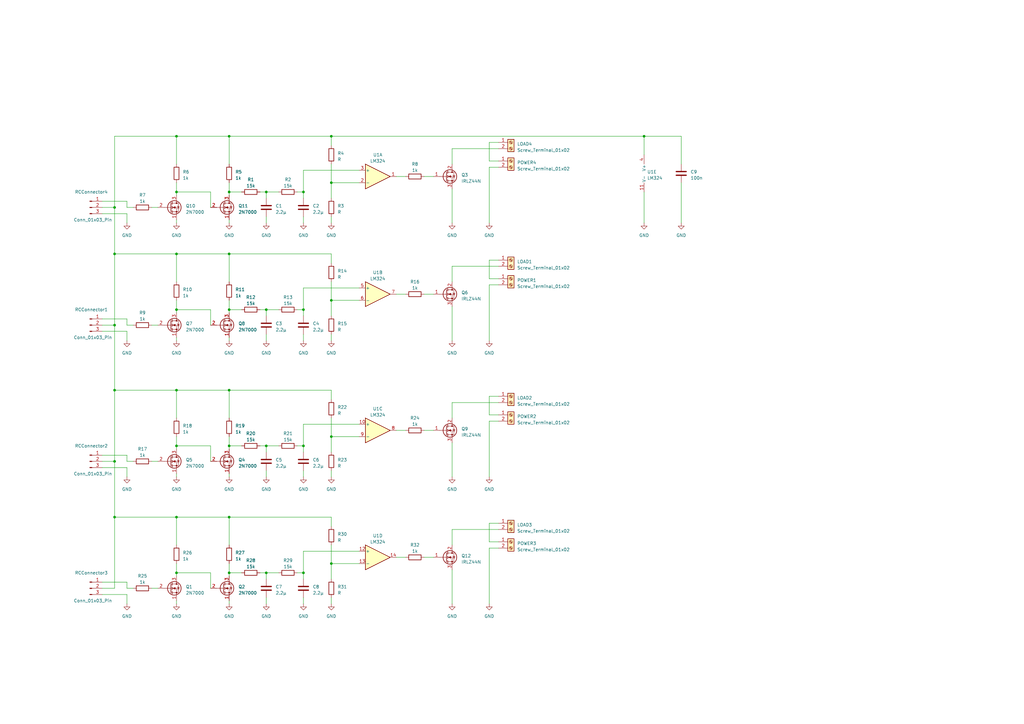
<source format=kicad_sch>
(kicad_sch (version 20230121) (generator eeschema)

  (uuid 1d806bdb-0455-4a8c-90b3-7bf03e22b841)

  (paper "A3")

  (title_block
    (title "eZ-RC Switch")
    (date "2023-04-22")
    (rev "1")
    (company "Daniel Sitrakiniaina Razafimaharavo")
  )

  (lib_symbols
    (symbol "Amplifier_Operational:LM324" (pin_names (offset 0.127)) (in_bom yes) (on_board yes)
      (property "Reference" "U" (at 0 5.08 0)
        (effects (font (size 1.27 1.27)) (justify left))
      )
      (property "Value" "LM324" (at 0 -5.08 0)
        (effects (font (size 1.27 1.27)) (justify left))
      )
      (property "Footprint" "" (at -1.27 2.54 0)
        (effects (font (size 1.27 1.27)) hide)
      )
      (property "Datasheet" "http://www.ti.com/lit/ds/symlink/lm2902-n.pdf" (at 1.27 5.08 0)
        (effects (font (size 1.27 1.27)) hide)
      )
      (property "ki_locked" "" (at 0 0 0)
        (effects (font (size 1.27 1.27)))
      )
      (property "ki_keywords" "quad opamp" (at 0 0 0)
        (effects (font (size 1.27 1.27)) hide)
      )
      (property "ki_description" "Low-Power, Quad-Operational Amplifiers, DIP-14/SOIC-14/SSOP-14" (at 0 0 0)
        (effects (font (size 1.27 1.27)) hide)
      )
      (property "ki_fp_filters" "SOIC*3.9x8.7mm*P1.27mm* DIP*W7.62mm* TSSOP*4.4x5mm*P0.65mm* SSOP*5.3x6.2mm*P0.65mm* MSOP*3x3mm*P0.5mm*" (at 0 0 0)
        (effects (font (size 1.27 1.27)) hide)
      )
      (symbol "LM324_1_1"
        (polyline
          (pts
            (xy -5.08 5.08)
            (xy 5.08 0)
            (xy -5.08 -5.08)
            (xy -5.08 5.08)
          )
          (stroke (width 0.254) (type default))
          (fill (type background))
        )
        (pin output line (at 7.62 0 180) (length 2.54)
          (name "~" (effects (font (size 1.27 1.27))))
          (number "1" (effects (font (size 1.27 1.27))))
        )
        (pin input line (at -7.62 -2.54 0) (length 2.54)
          (name "-" (effects (font (size 1.27 1.27))))
          (number "2" (effects (font (size 1.27 1.27))))
        )
        (pin input line (at -7.62 2.54 0) (length 2.54)
          (name "+" (effects (font (size 1.27 1.27))))
          (number "3" (effects (font (size 1.27 1.27))))
        )
      )
      (symbol "LM324_2_1"
        (polyline
          (pts
            (xy -5.08 5.08)
            (xy 5.08 0)
            (xy -5.08 -5.08)
            (xy -5.08 5.08)
          )
          (stroke (width 0.254) (type default))
          (fill (type background))
        )
        (pin input line (at -7.62 2.54 0) (length 2.54)
          (name "+" (effects (font (size 1.27 1.27))))
          (number "5" (effects (font (size 1.27 1.27))))
        )
        (pin input line (at -7.62 -2.54 0) (length 2.54)
          (name "-" (effects (font (size 1.27 1.27))))
          (number "6" (effects (font (size 1.27 1.27))))
        )
        (pin output line (at 7.62 0 180) (length 2.54)
          (name "~" (effects (font (size 1.27 1.27))))
          (number "7" (effects (font (size 1.27 1.27))))
        )
      )
      (symbol "LM324_3_1"
        (polyline
          (pts
            (xy -5.08 5.08)
            (xy 5.08 0)
            (xy -5.08 -5.08)
            (xy -5.08 5.08)
          )
          (stroke (width 0.254) (type default))
          (fill (type background))
        )
        (pin input line (at -7.62 2.54 0) (length 2.54)
          (name "+" (effects (font (size 1.27 1.27))))
          (number "10" (effects (font (size 1.27 1.27))))
        )
        (pin output line (at 7.62 0 180) (length 2.54)
          (name "~" (effects (font (size 1.27 1.27))))
          (number "8" (effects (font (size 1.27 1.27))))
        )
        (pin input line (at -7.62 -2.54 0) (length 2.54)
          (name "-" (effects (font (size 1.27 1.27))))
          (number "9" (effects (font (size 1.27 1.27))))
        )
      )
      (symbol "LM324_4_1"
        (polyline
          (pts
            (xy -5.08 5.08)
            (xy 5.08 0)
            (xy -5.08 -5.08)
            (xy -5.08 5.08)
          )
          (stroke (width 0.254) (type default))
          (fill (type background))
        )
        (pin input line (at -7.62 2.54 0) (length 2.54)
          (name "+" (effects (font (size 1.27 1.27))))
          (number "12" (effects (font (size 1.27 1.27))))
        )
        (pin input line (at -7.62 -2.54 0) (length 2.54)
          (name "-" (effects (font (size 1.27 1.27))))
          (number "13" (effects (font (size 1.27 1.27))))
        )
        (pin output line (at 7.62 0 180) (length 2.54)
          (name "~" (effects (font (size 1.27 1.27))))
          (number "14" (effects (font (size 1.27 1.27))))
        )
      )
      (symbol "LM324_5_1"
        (pin power_in line (at -2.54 -7.62 90) (length 3.81)
          (name "V-" (effects (font (size 1.27 1.27))))
          (number "11" (effects (font (size 1.27 1.27))))
        )
        (pin power_in line (at -2.54 7.62 270) (length 3.81)
          (name "V+" (effects (font (size 1.27 1.27))))
          (number "4" (effects (font (size 1.27 1.27))))
        )
      )
    )
    (symbol "Connector:Conn_01x03_Pin" (pin_names (offset 1.016) hide) (in_bom yes) (on_board yes)
      (property "Reference" "J" (at 0 5.08 0)
        (effects (font (size 1.27 1.27)))
      )
      (property "Value" "Conn_01x03_Pin" (at 0 -5.08 0)
        (effects (font (size 1.27 1.27)))
      )
      (property "Footprint" "" (at 0 0 0)
        (effects (font (size 1.27 1.27)) hide)
      )
      (property "Datasheet" "~" (at 0 0 0)
        (effects (font (size 1.27 1.27)) hide)
      )
      (property "ki_locked" "" (at 0 0 0)
        (effects (font (size 1.27 1.27)))
      )
      (property "ki_keywords" "connector" (at 0 0 0)
        (effects (font (size 1.27 1.27)) hide)
      )
      (property "ki_description" "Generic connector, single row, 01x03, script generated" (at 0 0 0)
        (effects (font (size 1.27 1.27)) hide)
      )
      (property "ki_fp_filters" "Connector*:*_1x??_*" (at 0 0 0)
        (effects (font (size 1.27 1.27)) hide)
      )
      (symbol "Conn_01x03_Pin_1_1"
        (polyline
          (pts
            (xy 1.27 -2.54)
            (xy 0.8636 -2.54)
          )
          (stroke (width 0.1524) (type default))
          (fill (type none))
        )
        (polyline
          (pts
            (xy 1.27 0)
            (xy 0.8636 0)
          )
          (stroke (width 0.1524) (type default))
          (fill (type none))
        )
        (polyline
          (pts
            (xy 1.27 2.54)
            (xy 0.8636 2.54)
          )
          (stroke (width 0.1524) (type default))
          (fill (type none))
        )
        (rectangle (start 0.8636 -2.413) (end 0 -2.667)
          (stroke (width 0.1524) (type default))
          (fill (type outline))
        )
        (rectangle (start 0.8636 0.127) (end 0 -0.127)
          (stroke (width 0.1524) (type default))
          (fill (type outline))
        )
        (rectangle (start 0.8636 2.667) (end 0 2.413)
          (stroke (width 0.1524) (type default))
          (fill (type outline))
        )
        (pin passive line (at 5.08 2.54 180) (length 3.81)
          (name "Pin_1" (effects (font (size 1.27 1.27))))
          (number "1" (effects (font (size 1.27 1.27))))
        )
        (pin passive line (at 5.08 0 180) (length 3.81)
          (name "Pin_2" (effects (font (size 1.27 1.27))))
          (number "2" (effects (font (size 1.27 1.27))))
        )
        (pin passive line (at 5.08 -2.54 180) (length 3.81)
          (name "Pin_3" (effects (font (size 1.27 1.27))))
          (number "3" (effects (font (size 1.27 1.27))))
        )
      )
    )
    (symbol "Connector:Screw_Terminal_01x02" (pin_names (offset 1.016) hide) (in_bom yes) (on_board yes)
      (property "Reference" "J" (at 0 2.54 0)
        (effects (font (size 1.27 1.27)))
      )
      (property "Value" "Screw_Terminal_01x02" (at 0 -5.08 0)
        (effects (font (size 1.27 1.27)))
      )
      (property "Footprint" "" (at 0 0 0)
        (effects (font (size 1.27 1.27)) hide)
      )
      (property "Datasheet" "~" (at 0 0 0)
        (effects (font (size 1.27 1.27)) hide)
      )
      (property "ki_keywords" "screw terminal" (at 0 0 0)
        (effects (font (size 1.27 1.27)) hide)
      )
      (property "ki_description" "Generic screw terminal, single row, 01x02, script generated (kicad-library-utils/schlib/autogen/connector/)" (at 0 0 0)
        (effects (font (size 1.27 1.27)) hide)
      )
      (property "ki_fp_filters" "TerminalBlock*:*" (at 0 0 0)
        (effects (font (size 1.27 1.27)) hide)
      )
      (symbol "Screw_Terminal_01x02_1_1"
        (rectangle (start -1.27 1.27) (end 1.27 -3.81)
          (stroke (width 0.254) (type default))
          (fill (type background))
        )
        (circle (center 0 -2.54) (radius 0.635)
          (stroke (width 0.1524) (type default))
          (fill (type none))
        )
        (polyline
          (pts
            (xy -0.5334 -2.2098)
            (xy 0.3302 -3.048)
          )
          (stroke (width 0.1524) (type default))
          (fill (type none))
        )
        (polyline
          (pts
            (xy -0.5334 0.3302)
            (xy 0.3302 -0.508)
          )
          (stroke (width 0.1524) (type default))
          (fill (type none))
        )
        (polyline
          (pts
            (xy -0.3556 -2.032)
            (xy 0.508 -2.8702)
          )
          (stroke (width 0.1524) (type default))
          (fill (type none))
        )
        (polyline
          (pts
            (xy -0.3556 0.508)
            (xy 0.508 -0.3302)
          )
          (stroke (width 0.1524) (type default))
          (fill (type none))
        )
        (circle (center 0 0) (radius 0.635)
          (stroke (width 0.1524) (type default))
          (fill (type none))
        )
        (pin passive line (at -5.08 0 0) (length 3.81)
          (name "Pin_1" (effects (font (size 1.27 1.27))))
          (number "1" (effects (font (size 1.27 1.27))))
        )
        (pin passive line (at -5.08 -2.54 0) (length 3.81)
          (name "Pin_2" (effects (font (size 1.27 1.27))))
          (number "2" (effects (font (size 1.27 1.27))))
        )
      )
    )
    (symbol "Device:C" (pin_numbers hide) (pin_names (offset 0.254)) (in_bom yes) (on_board yes)
      (property "Reference" "C" (at 0.635 2.54 0)
        (effects (font (size 1.27 1.27)) (justify left))
      )
      (property "Value" "C" (at 0.635 -2.54 0)
        (effects (font (size 1.27 1.27)) (justify left))
      )
      (property "Footprint" "" (at 0.9652 -3.81 0)
        (effects (font (size 1.27 1.27)) hide)
      )
      (property "Datasheet" "~" (at 0 0 0)
        (effects (font (size 1.27 1.27)) hide)
      )
      (property "ki_keywords" "cap capacitor" (at 0 0 0)
        (effects (font (size 1.27 1.27)) hide)
      )
      (property "ki_description" "Unpolarized capacitor" (at 0 0 0)
        (effects (font (size 1.27 1.27)) hide)
      )
      (property "ki_fp_filters" "C_*" (at 0 0 0)
        (effects (font (size 1.27 1.27)) hide)
      )
      (symbol "C_0_1"
        (polyline
          (pts
            (xy -2.032 -0.762)
            (xy 2.032 -0.762)
          )
          (stroke (width 0.508) (type default))
          (fill (type none))
        )
        (polyline
          (pts
            (xy -2.032 0.762)
            (xy 2.032 0.762)
          )
          (stroke (width 0.508) (type default))
          (fill (type none))
        )
      )
      (symbol "C_1_1"
        (pin passive line (at 0 3.81 270) (length 2.794)
          (name "~" (effects (font (size 1.27 1.27))))
          (number "1" (effects (font (size 1.27 1.27))))
        )
        (pin passive line (at 0 -3.81 90) (length 2.794)
          (name "~" (effects (font (size 1.27 1.27))))
          (number "2" (effects (font (size 1.27 1.27))))
        )
      )
    )
    (symbol "Device:R" (pin_numbers hide) (pin_names (offset 0)) (in_bom yes) (on_board yes)
      (property "Reference" "R" (at 2.032 0 90)
        (effects (font (size 1.27 1.27)))
      )
      (property "Value" "R" (at 0 0 90)
        (effects (font (size 1.27 1.27)))
      )
      (property "Footprint" "" (at -1.778 0 90)
        (effects (font (size 1.27 1.27)) hide)
      )
      (property "Datasheet" "~" (at 0 0 0)
        (effects (font (size 1.27 1.27)) hide)
      )
      (property "ki_keywords" "R res resistor" (at 0 0 0)
        (effects (font (size 1.27 1.27)) hide)
      )
      (property "ki_description" "Resistor" (at 0 0 0)
        (effects (font (size 1.27 1.27)) hide)
      )
      (property "ki_fp_filters" "R_*" (at 0 0 0)
        (effects (font (size 1.27 1.27)) hide)
      )
      (symbol "R_0_1"
        (rectangle (start -1.016 -2.54) (end 1.016 2.54)
          (stroke (width 0.254) (type default))
          (fill (type none))
        )
      )
      (symbol "R_1_1"
        (pin passive line (at 0 3.81 270) (length 1.27)
          (name "~" (effects (font (size 1.27 1.27))))
          (number "1" (effects (font (size 1.27 1.27))))
        )
        (pin passive line (at 0 -3.81 90) (length 1.27)
          (name "~" (effects (font (size 1.27 1.27))))
          (number "2" (effects (font (size 1.27 1.27))))
        )
      )
    )
    (symbol "Transistor_FET:2N7000" (pin_names hide) (in_bom yes) (on_board yes)
      (property "Reference" "Q" (at 5.08 1.905 0)
        (effects (font (size 1.27 1.27)) (justify left))
      )
      (property "Value" "2N7000" (at 5.08 0 0)
        (effects (font (size 1.27 1.27)) (justify left))
      )
      (property "Footprint" "Package_TO_SOT_THT:TO-92_Inline" (at 5.08 -1.905 0)
        (effects (font (size 1.27 1.27) italic) (justify left) hide)
      )
      (property "Datasheet" "https://www.vishay.com/docs/70226/70226.pdf" (at 0 0 0)
        (effects (font (size 1.27 1.27)) (justify left) hide)
      )
      (property "ki_keywords" "N-Channel MOSFET Logic-Level" (at 0 0 0)
        (effects (font (size 1.27 1.27)) hide)
      )
      (property "ki_description" "0.2A Id, 200V Vds, N-Channel MOSFET, 2.6V Logic Level, TO-92" (at 0 0 0)
        (effects (font (size 1.27 1.27)) hide)
      )
      (property "ki_fp_filters" "TO?92*" (at 0 0 0)
        (effects (font (size 1.27 1.27)) hide)
      )
      (symbol "2N7000_0_1"
        (polyline
          (pts
            (xy 0.254 0)
            (xy -2.54 0)
          )
          (stroke (width 0) (type default))
          (fill (type none))
        )
        (polyline
          (pts
            (xy 0.254 1.905)
            (xy 0.254 -1.905)
          )
          (stroke (width 0.254) (type default))
          (fill (type none))
        )
        (polyline
          (pts
            (xy 0.762 -1.27)
            (xy 0.762 -2.286)
          )
          (stroke (width 0.254) (type default))
          (fill (type none))
        )
        (polyline
          (pts
            (xy 0.762 0.508)
            (xy 0.762 -0.508)
          )
          (stroke (width 0.254) (type default))
          (fill (type none))
        )
        (polyline
          (pts
            (xy 0.762 2.286)
            (xy 0.762 1.27)
          )
          (stroke (width 0.254) (type default))
          (fill (type none))
        )
        (polyline
          (pts
            (xy 2.54 2.54)
            (xy 2.54 1.778)
          )
          (stroke (width 0) (type default))
          (fill (type none))
        )
        (polyline
          (pts
            (xy 2.54 -2.54)
            (xy 2.54 0)
            (xy 0.762 0)
          )
          (stroke (width 0) (type default))
          (fill (type none))
        )
        (polyline
          (pts
            (xy 0.762 -1.778)
            (xy 3.302 -1.778)
            (xy 3.302 1.778)
            (xy 0.762 1.778)
          )
          (stroke (width 0) (type default))
          (fill (type none))
        )
        (polyline
          (pts
            (xy 1.016 0)
            (xy 2.032 0.381)
            (xy 2.032 -0.381)
            (xy 1.016 0)
          )
          (stroke (width 0) (type default))
          (fill (type outline))
        )
        (polyline
          (pts
            (xy 2.794 0.508)
            (xy 2.921 0.381)
            (xy 3.683 0.381)
            (xy 3.81 0.254)
          )
          (stroke (width 0) (type default))
          (fill (type none))
        )
        (polyline
          (pts
            (xy 3.302 0.381)
            (xy 2.921 -0.254)
            (xy 3.683 -0.254)
            (xy 3.302 0.381)
          )
          (stroke (width 0) (type default))
          (fill (type none))
        )
        (circle (center 1.651 0) (radius 2.794)
          (stroke (width 0.254) (type default))
          (fill (type none))
        )
        (circle (center 2.54 -1.778) (radius 0.254)
          (stroke (width 0) (type default))
          (fill (type outline))
        )
        (circle (center 2.54 1.778) (radius 0.254)
          (stroke (width 0) (type default))
          (fill (type outline))
        )
      )
      (symbol "2N7000_1_1"
        (pin passive line (at 2.54 -5.08 90) (length 2.54)
          (name "S" (effects (font (size 1.27 1.27))))
          (number "1" (effects (font (size 1.27 1.27))))
        )
        (pin input line (at -5.08 0 0) (length 2.54)
          (name "G" (effects (font (size 1.27 1.27))))
          (number "2" (effects (font (size 1.27 1.27))))
        )
        (pin passive line (at 2.54 5.08 270) (length 2.54)
          (name "D" (effects (font (size 1.27 1.27))))
          (number "3" (effects (font (size 1.27 1.27))))
        )
      )
    )
    (symbol "Transistor_FET:IRLZ44N" (pin_names hide) (in_bom yes) (on_board yes)
      (property "Reference" "Q" (at 6.35 1.905 0)
        (effects (font (size 1.27 1.27)) (justify left))
      )
      (property "Value" "IRLZ44N" (at 6.35 0 0)
        (effects (font (size 1.27 1.27)) (justify left))
      )
      (property "Footprint" "Package_TO_SOT_THT:TO-220-3_Vertical" (at 6.35 -1.905 0)
        (effects (font (size 1.27 1.27) italic) (justify left) hide)
      )
      (property "Datasheet" "http://www.irf.com/product-info/datasheets/data/irlz44n.pdf" (at 0 0 0)
        (effects (font (size 1.27 1.27)) (justify left) hide)
      )
      (property "ki_keywords" "N-Channel HEXFET MOSFET Logic-Level" (at 0 0 0)
        (effects (font (size 1.27 1.27)) hide)
      )
      (property "ki_description" "47A Id, 55V Vds, 22mOhm Rds Single N-Channel HEXFET Power MOSFET, TO-220AB" (at 0 0 0)
        (effects (font (size 1.27 1.27)) hide)
      )
      (property "ki_fp_filters" "TO?220*" (at 0 0 0)
        (effects (font (size 1.27 1.27)) hide)
      )
      (symbol "IRLZ44N_0_1"
        (polyline
          (pts
            (xy 0.254 0)
            (xy -2.54 0)
          )
          (stroke (width 0) (type default))
          (fill (type none))
        )
        (polyline
          (pts
            (xy 0.254 1.905)
            (xy 0.254 -1.905)
          )
          (stroke (width 0.254) (type default))
          (fill (type none))
        )
        (polyline
          (pts
            (xy 0.762 -1.27)
            (xy 0.762 -2.286)
          )
          (stroke (width 0.254) (type default))
          (fill (type none))
        )
        (polyline
          (pts
            (xy 0.762 0.508)
            (xy 0.762 -0.508)
          )
          (stroke (width 0.254) (type default))
          (fill (type none))
        )
        (polyline
          (pts
            (xy 0.762 2.286)
            (xy 0.762 1.27)
          )
          (stroke (width 0.254) (type default))
          (fill (type none))
        )
        (polyline
          (pts
            (xy 2.54 2.54)
            (xy 2.54 1.778)
          )
          (stroke (width 0) (type default))
          (fill (type none))
        )
        (polyline
          (pts
            (xy 2.54 -2.54)
            (xy 2.54 0)
            (xy 0.762 0)
          )
          (stroke (width 0) (type default))
          (fill (type none))
        )
        (polyline
          (pts
            (xy 0.762 -1.778)
            (xy 3.302 -1.778)
            (xy 3.302 1.778)
            (xy 0.762 1.778)
          )
          (stroke (width 0) (type default))
          (fill (type none))
        )
        (polyline
          (pts
            (xy 1.016 0)
            (xy 2.032 0.381)
            (xy 2.032 -0.381)
            (xy 1.016 0)
          )
          (stroke (width 0) (type default))
          (fill (type outline))
        )
        (polyline
          (pts
            (xy 2.794 0.508)
            (xy 2.921 0.381)
            (xy 3.683 0.381)
            (xy 3.81 0.254)
          )
          (stroke (width 0) (type default))
          (fill (type none))
        )
        (polyline
          (pts
            (xy 3.302 0.381)
            (xy 2.921 -0.254)
            (xy 3.683 -0.254)
            (xy 3.302 0.381)
          )
          (stroke (width 0) (type default))
          (fill (type none))
        )
        (circle (center 1.651 0) (radius 2.794)
          (stroke (width 0.254) (type default))
          (fill (type none))
        )
        (circle (center 2.54 -1.778) (radius 0.254)
          (stroke (width 0) (type default))
          (fill (type outline))
        )
        (circle (center 2.54 1.778) (radius 0.254)
          (stroke (width 0) (type default))
          (fill (type outline))
        )
      )
      (symbol "IRLZ44N_1_1"
        (pin input line (at -5.08 0 0) (length 2.54)
          (name "G" (effects (font (size 1.27 1.27))))
          (number "1" (effects (font (size 1.27 1.27))))
        )
        (pin passive line (at 2.54 5.08 270) (length 2.54)
          (name "D" (effects (font (size 1.27 1.27))))
          (number "2" (effects (font (size 1.27 1.27))))
        )
        (pin passive line (at 2.54 -5.08 90) (length 2.54)
          (name "S" (effects (font (size 1.27 1.27))))
          (number "3" (effects (font (size 1.27 1.27))))
        )
      )
    )
    (symbol "power:GND" (power) (pin_names (offset 0)) (in_bom yes) (on_board yes)
      (property "Reference" "#PWR" (at 0 -6.35 0)
        (effects (font (size 1.27 1.27)) hide)
      )
      (property "Value" "GND" (at 0 -3.81 0)
        (effects (font (size 1.27 1.27)))
      )
      (property "Footprint" "" (at 0 0 0)
        (effects (font (size 1.27 1.27)) hide)
      )
      (property "Datasheet" "" (at 0 0 0)
        (effects (font (size 1.27 1.27)) hide)
      )
      (property "ki_keywords" "global power" (at 0 0 0)
        (effects (font (size 1.27 1.27)) hide)
      )
      (property "ki_description" "Power symbol creates a global label with name \"GND\" , ground" (at 0 0 0)
        (effects (font (size 1.27 1.27)) hide)
      )
      (symbol "GND_0_1"
        (polyline
          (pts
            (xy 0 0)
            (xy 0 -1.27)
            (xy 1.27 -1.27)
            (xy 0 -2.54)
            (xy -1.27 -1.27)
            (xy 0 -1.27)
          )
          (stroke (width 0) (type default))
          (fill (type none))
        )
      )
      (symbol "GND_1_1"
        (pin power_in line (at 0 0 270) (length 0) hide
          (name "GND" (effects (font (size 1.27 1.27))))
          (number "1" (effects (font (size 1.27 1.27))))
        )
      )
    )
  )

  (junction (at 109.22 234.95) (diameter 0) (color 0 0 0 0)
    (uuid 03379c1b-9fc5-4207-be18-3d5c0ae61d80)
  )
  (junction (at 46.99 85.09) (diameter 0) (color 0 0 0 0)
    (uuid 04ba55c8-f261-4327-8cf8-24be1512804d)
  )
  (junction (at 93.98 55.88) (diameter 0) (color 0 0 0 0)
    (uuid 0922f648-4a3e-4c66-a37a-14b2c9020bc0)
  )
  (junction (at 135.89 231.14) (diameter 0) (color 0 0 0 0)
    (uuid 0983f62b-f8cf-4454-b38c-05b76842e492)
  )
  (junction (at 72.39 78.74) (diameter 0) (color 0 0 0 0)
    (uuid 126c0c2f-6322-4c3d-8f01-c4305fd3fad1)
  )
  (junction (at 93.98 234.95) (diameter 0) (color 0 0 0 0)
    (uuid 19334fc1-6ef8-4c7c-9ac1-8bffd7868038)
  )
  (junction (at 135.89 179.07) (diameter 0) (color 0 0 0 0)
    (uuid 2319b034-3a09-4317-98c7-0b7fcdd8e8e3)
  )
  (junction (at 124.46 78.74) (diameter 0) (color 0 0 0 0)
    (uuid 33250f62-7d2d-42cc-b678-b086161fa3cc)
  )
  (junction (at 72.39 234.95) (diameter 0) (color 0 0 0 0)
    (uuid 3e6c5bd2-a0c8-496e-9c9d-7eee2d77884a)
  )
  (junction (at 124.46 182.88) (diameter 0) (color 0 0 0 0)
    (uuid 4072babb-e7d5-42bd-887b-3fe5bfdd9336)
  )
  (junction (at 46.99 104.14) (diameter 0) (color 0 0 0 0)
    (uuid 442007f5-ab19-4f74-b116-4d27fb613e38)
  )
  (junction (at 93.98 104.14) (diameter 0) (color 0 0 0 0)
    (uuid 51d84981-c040-4ddd-9d63-37b96369f4e1)
  )
  (junction (at 72.39 160.02) (diameter 0) (color 0 0 0 0)
    (uuid 5326e571-a56c-4c2c-8bfa-3c1f7184f7cc)
  )
  (junction (at 135.89 74.93) (diameter 0) (color 0 0 0 0)
    (uuid 55ba5f0a-3c72-4f9e-881a-53354bc772c5)
  )
  (junction (at 264.16 55.88) (diameter 0) (color 0 0 0 0)
    (uuid 57afd7eb-e39f-4521-a669-a3fe442ee432)
  )
  (junction (at 109.22 182.88) (diameter 0) (color 0 0 0 0)
    (uuid 668f9f57-6066-4fa8-9291-23e1e0885819)
  )
  (junction (at 93.98 127) (diameter 0) (color 0 0 0 0)
    (uuid 6735fc52-da9b-4d2f-9e03-444dfe850d57)
  )
  (junction (at 93.98 78.74) (diameter 0) (color 0 0 0 0)
    (uuid 6a3819d1-f484-4c60-b67b-523747b4eeb5)
  )
  (junction (at 72.39 212.09) (diameter 0) (color 0 0 0 0)
    (uuid 6bb333b2-9c2e-48aa-b864-21e809d68491)
  )
  (junction (at 72.39 127) (diameter 0) (color 0 0 0 0)
    (uuid 73d99dd5-4dd9-416e-ad20-cfd9041992ee)
  )
  (junction (at 124.46 127) (diameter 0) (color 0 0 0 0)
    (uuid 7a001621-9369-42bb-ad38-f25712b6b059)
  )
  (junction (at 124.46 234.95) (diameter 0) (color 0 0 0 0)
    (uuid 8b702069-d2dd-4ebc-9412-f723ec321b24)
  )
  (junction (at 46.99 212.09) (diameter 0) (color 0 0 0 0)
    (uuid 8c883c7e-9a26-4955-9837-bae2bd2db38f)
  )
  (junction (at 46.99 189.23) (diameter 0) (color 0 0 0 0)
    (uuid 8f127dba-5e38-4c00-98d7-8f7f436c7d54)
  )
  (junction (at 72.39 104.14) (diameter 0) (color 0 0 0 0)
    (uuid 9a33ed82-81d6-4350-9f13-6c1d84a6ae3e)
  )
  (junction (at 72.39 182.88) (diameter 0) (color 0 0 0 0)
    (uuid a804baa3-629a-40d6-9794-3912c8f6686f)
  )
  (junction (at 46.99 133.35) (diameter 0) (color 0 0 0 0)
    (uuid a987373d-3fa2-4943-86a8-3530d1becef6)
  )
  (junction (at 93.98 160.02) (diameter 0) (color 0 0 0 0)
    (uuid b4eb4c43-9d16-46ca-89d1-3ceff51ff39e)
  )
  (junction (at 72.39 55.88) (diameter 0) (color 0 0 0 0)
    (uuid b54235cd-f70f-4217-931a-32d17b2068ef)
  )
  (junction (at 93.98 212.09) (diameter 0) (color 0 0 0 0)
    (uuid c18aa68a-f9f9-467d-a2a5-2643ce78aa24)
  )
  (junction (at 93.98 182.88) (diameter 0) (color 0 0 0 0)
    (uuid c1a8d6cb-d79a-4f7f-bbbf-d0dcf9c237c1)
  )
  (junction (at 135.89 123.19) (diameter 0) (color 0 0 0 0)
    (uuid c3f07b8c-2ac5-4146-8ce1-1d7b6df4848f)
  )
  (junction (at 46.99 160.02) (diameter 0) (color 0 0 0 0)
    (uuid d3ccc1ea-779e-45cc-ae5e-0dba900aceb2)
  )
  (junction (at 135.89 55.88) (diameter 0) (color 0 0 0 0)
    (uuid dc7053e3-9dca-4a6d-bb02-fe880c6ade20)
  )
  (junction (at 109.22 127) (diameter 0) (color 0 0 0 0)
    (uuid fc7d86bb-10eb-4b23-994b-b394994422bc)
  )
  (junction (at 109.22 78.74) (diameter 0) (color 0 0 0 0)
    (uuid fde22cd1-9387-4d82-b991-ecf14fe8eb28)
  )

  (wire (pts (xy 204.47 109.22) (xy 185.42 109.22))
    (stroke (width 0) (type default))
    (uuid 02f44118-8a14-4f3f-a121-6cc9adaa2064)
  )
  (wire (pts (xy 200.66 222.25) (xy 204.47 222.25))
    (stroke (width 0) (type default))
    (uuid 0968b05c-8f1a-4ca6-9a6f-872eaaf5ece6)
  )
  (wire (pts (xy 72.39 123.19) (xy 72.39 127))
    (stroke (width 0) (type default))
    (uuid 0a11c704-21b0-44e0-a6c2-84a6252b5acb)
  )
  (wire (pts (xy 200.66 195.58) (xy 200.66 172.72))
    (stroke (width 0) (type default))
    (uuid 0ae0c112-52d4-4736-8bc3-69fe4c581a34)
  )
  (wire (pts (xy 204.47 214.63) (xy 200.66 214.63))
    (stroke (width 0) (type default))
    (uuid 0bc2cf17-380d-49f1-aabd-70120dc8f00d)
  )
  (wire (pts (xy 46.99 160.02) (xy 46.99 189.23))
    (stroke (width 0) (type default))
    (uuid 0e09cea8-9ada-4e8d-8b82-58645ddc1691)
  )
  (wire (pts (xy 72.39 127) (xy 72.39 128.27))
    (stroke (width 0) (type default))
    (uuid 0e132d84-715e-4d21-8e61-c4e0a05f9f5e)
  )
  (wire (pts (xy 46.99 85.09) (xy 41.91 85.09))
    (stroke (width 0) (type default))
    (uuid 0e36855a-945f-4409-932c-3318a7b7e947)
  )
  (wire (pts (xy 46.99 212.09) (xy 46.99 241.3))
    (stroke (width 0) (type default))
    (uuid 0f81af30-b40c-44f4-89ee-b1f34b25eaa6)
  )
  (wire (pts (xy 200.66 170.18) (xy 204.47 170.18))
    (stroke (width 0) (type default))
    (uuid 101b4e9d-a47b-4ec9-b1ac-d6036cf1f64f)
  )
  (wire (pts (xy 185.42 217.17) (xy 185.42 223.52))
    (stroke (width 0) (type default))
    (uuid 115516c6-dc10-49d8-830c-a126034cdded)
  )
  (wire (pts (xy 264.16 78.74) (xy 264.16 91.44))
    (stroke (width 0) (type default))
    (uuid 115815dd-5b5e-494f-a567-fb71b6f748a9)
  )
  (wire (pts (xy 264.16 55.88) (xy 135.89 55.88))
    (stroke (width 0) (type default))
    (uuid 121be4d3-c32b-4e7f-bdd3-ee664a39dcab)
  )
  (wire (pts (xy 135.89 107.95) (xy 135.89 104.14))
    (stroke (width 0) (type default))
    (uuid 12f90cf2-bac9-4943-9fa9-451f45b2b7b1)
  )
  (wire (pts (xy 86.36 78.74) (xy 86.36 85.09))
    (stroke (width 0) (type default))
    (uuid 13dc48bf-e108-44dd-9881-ccfc22af514c)
  )
  (wire (pts (xy 147.32 179.07) (xy 135.89 179.07))
    (stroke (width 0) (type default))
    (uuid 1607861d-a250-4850-b25b-a9d9c0f46ad5)
  )
  (wire (pts (xy 72.39 212.09) (xy 72.39 223.52))
    (stroke (width 0) (type default))
    (uuid 16e5bec6-b3ce-462e-86f1-898d02311132)
  )
  (wire (pts (xy 93.98 246.38) (xy 93.98 247.65))
    (stroke (width 0) (type default))
    (uuid 17cac5d4-505a-45f6-8ff7-66642bbd6ef5)
  )
  (wire (pts (xy 124.46 69.85) (xy 124.46 78.74))
    (stroke (width 0) (type default))
    (uuid 17d2fa81-b87b-4527-b986-49da95ffd467)
  )
  (wire (pts (xy 46.99 133.35) (xy 41.91 133.35))
    (stroke (width 0) (type default))
    (uuid 18b9114b-822d-4b12-b117-3bf1d41b63ca)
  )
  (wire (pts (xy 72.39 179.07) (xy 72.39 182.88))
    (stroke (width 0) (type default))
    (uuid 19d11a42-b6a4-40cb-9795-257d981d9fec)
  )
  (wire (pts (xy 72.39 104.14) (xy 72.39 115.57))
    (stroke (width 0) (type default))
    (uuid 1d0213c9-a50a-4809-9f56-1d7359ebdd24)
  )
  (wire (pts (xy 135.89 115.57) (xy 135.89 123.19))
    (stroke (width 0) (type default))
    (uuid 1e06809a-e882-463d-812f-5101f73b7884)
  )
  (wire (pts (xy 173.99 120.65) (xy 177.8 120.65))
    (stroke (width 0) (type default))
    (uuid 1e5d998d-caf4-4900-968f-6100fee92cdc)
  )
  (wire (pts (xy 72.39 138.43) (xy 72.39 139.7))
    (stroke (width 0) (type default))
    (uuid 1e809c0c-7fdd-49b9-a05b-704d29b1cab3)
  )
  (wire (pts (xy 93.98 231.14) (xy 93.98 234.95))
    (stroke (width 0) (type default))
    (uuid 20c3d6b9-0d36-469c-bbf4-4fdde15a6e24)
  )
  (wire (pts (xy 109.22 182.88) (xy 114.3 182.88))
    (stroke (width 0) (type default))
    (uuid 23c85440-49ad-4449-b6dd-4a10ef601b11)
  )
  (wire (pts (xy 279.4 67.31) (xy 279.4 55.88))
    (stroke (width 0) (type default))
    (uuid 26b709db-0896-40b5-9a9a-f3ff86112386)
  )
  (wire (pts (xy 135.89 67.31) (xy 135.89 74.93))
    (stroke (width 0) (type default))
    (uuid 27ed3852-b1d3-485c-8e5e-187fb84675e6)
  )
  (wire (pts (xy 93.98 55.88) (xy 93.98 67.31))
    (stroke (width 0) (type default))
    (uuid 295879e6-938f-44ee-b930-1681078a0874)
  )
  (wire (pts (xy 135.89 74.93) (xy 135.89 81.28))
    (stroke (width 0) (type default))
    (uuid 2afc3c77-cc4d-4adf-bcc8-022b4d874414)
  )
  (wire (pts (xy 93.98 160.02) (xy 72.39 160.02))
    (stroke (width 0) (type default))
    (uuid 2c792e88-8374-4520-a5ff-0a3d92a76fb1)
  )
  (wire (pts (xy 93.98 212.09) (xy 93.98 223.52))
    (stroke (width 0) (type default))
    (uuid 2d133492-b915-46b8-8d09-c389d61dee7e)
  )
  (wire (pts (xy 185.42 77.47) (xy 185.42 91.44))
    (stroke (width 0) (type default))
    (uuid 2dcc405e-ac73-439f-bf04-1e716a3f5359)
  )
  (wire (pts (xy 185.42 181.61) (xy 185.42 195.58))
    (stroke (width 0) (type default))
    (uuid 2e708ce9-0b32-4e95-8fd2-4a6b1dfc8a26)
  )
  (wire (pts (xy 46.99 160.02) (xy 72.39 160.02))
    (stroke (width 0) (type default))
    (uuid 2ee13812-7107-4829-9009-4e920e0ba59b)
  )
  (wire (pts (xy 52.07 85.09) (xy 54.61 85.09))
    (stroke (width 0) (type default))
    (uuid 2f7f399c-ebee-4aca-8e7e-9582739b2af1)
  )
  (wire (pts (xy 72.39 231.14) (xy 72.39 234.95))
    (stroke (width 0) (type default))
    (uuid 32772e7d-0a6b-4ba7-81ca-c220c9e4eaa6)
  )
  (wire (pts (xy 124.46 81.28) (xy 124.46 78.74))
    (stroke (width 0) (type default))
    (uuid 333c1d94-2515-4a96-8877-82240d114c98)
  )
  (wire (pts (xy 46.99 55.88) (xy 72.39 55.88))
    (stroke (width 0) (type default))
    (uuid 3475f2bf-4d23-4b4a-9fdc-82304d17f84c)
  )
  (wire (pts (xy 86.36 182.88) (xy 86.36 189.23))
    (stroke (width 0) (type default))
    (uuid 35fed129-4f94-4189-baf2-e50b9dbd7219)
  )
  (wire (pts (xy 93.98 160.02) (xy 135.89 160.02))
    (stroke (width 0) (type default))
    (uuid 3a21fb7b-15d2-4f91-9dc8-1a96cb1e847d)
  )
  (wire (pts (xy 72.39 194.31) (xy 72.39 195.58))
    (stroke (width 0) (type default))
    (uuid 3d6773ae-d33f-466c-b201-221de0827729)
  )
  (wire (pts (xy 147.32 123.19) (xy 135.89 123.19))
    (stroke (width 0) (type default))
    (uuid 3dc6266a-551f-41a3-b041-3a21a5927990)
  )
  (wire (pts (xy 173.99 176.53) (xy 177.8 176.53))
    (stroke (width 0) (type default))
    (uuid 3deb18d2-a95c-4c78-bb1f-61e42ce6567e)
  )
  (wire (pts (xy 46.99 189.23) (xy 46.99 212.09))
    (stroke (width 0) (type default))
    (uuid 3e4168db-80dd-4141-bd04-fba44daf6178)
  )
  (wire (pts (xy 93.98 212.09) (xy 135.89 212.09))
    (stroke (width 0) (type default))
    (uuid 3e7b1fab-0f22-4f07-bad6-25b64f5a6811)
  )
  (wire (pts (xy 93.98 90.17) (xy 93.98 91.44))
    (stroke (width 0) (type default))
    (uuid 3e86ad3c-934b-46f3-94a8-c0204bcb3b3f)
  )
  (wire (pts (xy 124.46 245.11) (xy 124.46 247.65))
    (stroke (width 0) (type default))
    (uuid 41704f3f-0b91-445e-ac4a-658722a030b4)
  )
  (wire (pts (xy 185.42 109.22) (xy 185.42 115.57))
    (stroke (width 0) (type default))
    (uuid 41db43e0-b322-46b6-aa51-904ba4775dcc)
  )
  (wire (pts (xy 46.99 104.14) (xy 72.39 104.14))
    (stroke (width 0) (type default))
    (uuid 42b85036-aea6-4d15-a99d-17d4f6134ace)
  )
  (wire (pts (xy 93.98 55.88) (xy 72.39 55.88))
    (stroke (width 0) (type default))
    (uuid 43da01ad-f2f8-441a-9b5a-e517e0c7d844)
  )
  (wire (pts (xy 52.07 243.84) (xy 52.07 247.65))
    (stroke (width 0) (type default))
    (uuid 4a4adcd0-3920-446f-b0db-6c1e2afcc9e6)
  )
  (wire (pts (xy 124.46 88.9) (xy 124.46 91.44))
    (stroke (width 0) (type default))
    (uuid 4a90f86e-c283-432d-8c6d-8bec2e0f1293)
  )
  (wire (pts (xy 109.22 193.04) (xy 109.22 195.58))
    (stroke (width 0) (type default))
    (uuid 4bf23a92-5df7-4e55-9f60-0fa2c9bbe5dc)
  )
  (wire (pts (xy 93.98 78.74) (xy 99.06 78.74))
    (stroke (width 0) (type default))
    (uuid 4f8781a0-efa5-4f5e-aab6-0d9d4601459e)
  )
  (wire (pts (xy 124.46 137.16) (xy 124.46 139.7))
    (stroke (width 0) (type default))
    (uuid 53426d52-cbe1-4a8c-a5ea-24817e7c9823)
  )
  (wire (pts (xy 52.07 87.63) (xy 52.07 91.44))
    (stroke (width 0) (type default))
    (uuid 53ce636b-0e66-4632-9372-075782ec40fc)
  )
  (wire (pts (xy 124.46 185.42) (xy 124.46 182.88))
    (stroke (width 0) (type default))
    (uuid 5700a31b-1038-4371-8409-1daee11d209d)
  )
  (wire (pts (xy 121.92 127) (xy 124.46 127))
    (stroke (width 0) (type default))
    (uuid 5b191c78-20d5-486a-84a2-fc6ea7277ef9)
  )
  (wire (pts (xy 200.66 214.63) (xy 200.66 222.25))
    (stroke (width 0) (type default))
    (uuid 5b29a570-b9d0-4ca6-b256-5ba55f2d8e5b)
  )
  (wire (pts (xy 147.32 226.06) (xy 124.46 226.06))
    (stroke (width 0) (type default))
    (uuid 5c807f60-8081-4105-930e-a5f399ee6f6c)
  )
  (wire (pts (xy 93.98 234.95) (xy 99.06 234.95))
    (stroke (width 0) (type default))
    (uuid 5e26337c-c1d8-4a26-9917-85c1d24e0c6d)
  )
  (wire (pts (xy 93.98 127) (xy 99.06 127))
    (stroke (width 0) (type default))
    (uuid 62a87b8c-091f-4d8c-b357-56e03e8c58f7)
  )
  (wire (pts (xy 41.91 82.55) (xy 52.07 82.55))
    (stroke (width 0) (type default))
    (uuid 659a526c-3191-42e3-9929-9f3e4c349364)
  )
  (wire (pts (xy 46.99 241.3) (xy 41.91 241.3))
    (stroke (width 0) (type default))
    (uuid 65bf6f81-f7a9-4f2e-b16f-6d7d498e80ee)
  )
  (wire (pts (xy 147.32 231.14) (xy 135.89 231.14))
    (stroke (width 0) (type default))
    (uuid 66d5c3d8-9675-4d0b-92c9-cabeca4b720e)
  )
  (wire (pts (xy 135.89 245.11) (xy 135.89 247.65))
    (stroke (width 0) (type default))
    (uuid 6a67a351-164a-4e55-8c88-f9d99256360e)
  )
  (wire (pts (xy 135.89 88.9) (xy 135.89 91.44))
    (stroke (width 0) (type default))
    (uuid 6c7dca9d-6710-47f1-9dd4-e86844bbeff5)
  )
  (wire (pts (xy 185.42 60.96) (xy 185.42 67.31))
    (stroke (width 0) (type default))
    (uuid 6ca2a3c3-bd2b-4ef3-9f1e-c9c5c4b0576e)
  )
  (wire (pts (xy 200.66 66.04) (xy 204.47 66.04))
    (stroke (width 0) (type default))
    (uuid 6d9be089-803e-47bd-8187-9533bce961e8)
  )
  (wire (pts (xy 52.07 135.89) (xy 52.07 139.7))
    (stroke (width 0) (type default))
    (uuid 6fb42331-af97-4aa5-bec7-29cc5ac37924)
  )
  (wire (pts (xy 200.66 139.7) (xy 200.66 116.84))
    (stroke (width 0) (type default))
    (uuid 6fd9cda8-1d65-44a3-8890-ae04be2cc3a1)
  )
  (wire (pts (xy 93.98 127) (xy 93.98 128.27))
    (stroke (width 0) (type default))
    (uuid 6fe49579-b4d8-4bbf-87fe-fdfe69dddc62)
  )
  (wire (pts (xy 72.39 74.93) (xy 72.39 78.74))
    (stroke (width 0) (type default))
    (uuid 711f4d57-c90e-47f2-9094-30f778453803)
  )
  (wire (pts (xy 93.98 104.14) (xy 72.39 104.14))
    (stroke (width 0) (type default))
    (uuid 7146295e-c689-4c1a-9efa-799698b3d220)
  )
  (wire (pts (xy 147.32 69.85) (xy 124.46 69.85))
    (stroke (width 0) (type default))
    (uuid 72959e8c-2b81-4156-b3a4-d0d6acbeef40)
  )
  (wire (pts (xy 135.89 231.14) (xy 135.89 237.49))
    (stroke (width 0) (type default))
    (uuid 72b0aba6-31dc-4aa2-b42f-1fb5ace162ac)
  )
  (wire (pts (xy 93.98 104.14) (xy 135.89 104.14))
    (stroke (width 0) (type default))
    (uuid 7315a01d-1f6d-4728-98c2-67fedd8ebd2f)
  )
  (wire (pts (xy 46.99 133.35) (xy 46.99 160.02))
    (stroke (width 0) (type default))
    (uuid 733c3737-29b4-423e-be16-51cdd8e45b2b)
  )
  (wire (pts (xy 200.66 116.84) (xy 204.47 116.84))
    (stroke (width 0) (type default))
    (uuid 73a7a910-3cb4-43bb-94c1-1d198d2946ce)
  )
  (wire (pts (xy 72.39 127) (xy 86.36 127))
    (stroke (width 0) (type default))
    (uuid 740d6f98-69a4-4d04-8e7f-d5588e8d2016)
  )
  (wire (pts (xy 106.68 78.74) (xy 109.22 78.74))
    (stroke (width 0) (type default))
    (uuid 76b58818-f3a0-4875-8e08-424f22efb150)
  )
  (wire (pts (xy 93.98 78.74) (xy 93.98 80.01))
    (stroke (width 0) (type default))
    (uuid 76be408d-fb3c-480b-940a-d01727ef1c90)
  )
  (wire (pts (xy 173.99 228.6) (xy 177.8 228.6))
    (stroke (width 0) (type default))
    (uuid 77cbe446-713e-4b58-a75e-b4a8c481d48d)
  )
  (wire (pts (xy 86.36 234.95) (xy 86.36 241.3))
    (stroke (width 0) (type default))
    (uuid 7845357c-df0c-4337-966b-42a1be0db75f)
  )
  (wire (pts (xy 41.91 186.69) (xy 52.07 186.69))
    (stroke (width 0) (type default))
    (uuid 78b48a9b-5c9f-44fb-a8a0-e7d55a152305)
  )
  (wire (pts (xy 185.42 165.1) (xy 185.42 171.45))
    (stroke (width 0) (type default))
    (uuid 7bc28217-9e20-4f44-898d-e80930bb70fa)
  )
  (wire (pts (xy 109.22 127) (xy 114.3 127))
    (stroke (width 0) (type default))
    (uuid 7d4a0bd3-bcb0-41c9-ab62-5c093c53a178)
  )
  (wire (pts (xy 41.91 87.63) (xy 52.07 87.63))
    (stroke (width 0) (type default))
    (uuid 7f6055f0-7f34-4007-969a-b128e5906dbb)
  )
  (wire (pts (xy 52.07 189.23) (xy 52.07 186.69))
    (stroke (width 0) (type default))
    (uuid 7fc9ca14-8ffe-4ed6-bcc1-87831308bf43)
  )
  (wire (pts (xy 147.32 118.11) (xy 124.46 118.11))
    (stroke (width 0) (type default))
    (uuid 800fc663-140e-433d-9e73-23e3c6c64af1)
  )
  (wire (pts (xy 124.46 193.04) (xy 124.46 195.58))
    (stroke (width 0) (type default))
    (uuid 840af750-1e7a-4648-aab6-e541c15d17f4)
  )
  (wire (pts (xy 200.66 58.42) (xy 200.66 66.04))
    (stroke (width 0) (type default))
    (uuid 844113bb-b87d-4291-b2eb-76a429b12eb5)
  )
  (wire (pts (xy 93.98 212.09) (xy 72.39 212.09))
    (stroke (width 0) (type default))
    (uuid 8493cf7e-9ca3-4764-a7a4-52429860f7ae)
  )
  (wire (pts (xy 200.66 162.56) (xy 200.66 170.18))
    (stroke (width 0) (type default))
    (uuid 85f0af68-9f29-4fd3-86e4-a8e6715fc983)
  )
  (wire (pts (xy 72.39 78.74) (xy 72.39 80.01))
    (stroke (width 0) (type default))
    (uuid 872eab24-290b-428e-8854-8d860d5925cb)
  )
  (wire (pts (xy 147.32 173.99) (xy 124.46 173.99))
    (stroke (width 0) (type default))
    (uuid 87cc7d97-ebbc-4f9f-b3d8-408ccf3b77b6)
  )
  (wire (pts (xy 135.89 163.83) (xy 135.89 160.02))
    (stroke (width 0) (type default))
    (uuid 87f39f9c-93e1-47dc-a969-22a3f0209401)
  )
  (wire (pts (xy 93.98 182.88) (xy 93.98 184.15))
    (stroke (width 0) (type default))
    (uuid 88677fee-44a3-4c09-a297-963455944a36)
  )
  (wire (pts (xy 162.56 228.6) (xy 166.37 228.6))
    (stroke (width 0) (type default))
    (uuid 8b41801b-ea6e-448e-a22a-633ba7349d9a)
  )
  (wire (pts (xy 135.89 179.07) (xy 135.89 185.42))
    (stroke (width 0) (type default))
    (uuid 8bca9359-0512-4f57-b439-28dee4d31d8e)
  )
  (wire (pts (xy 200.66 224.79) (xy 204.47 224.79))
    (stroke (width 0) (type default))
    (uuid 8c46cbb7-ec03-41d4-96a5-48fe74720cea)
  )
  (wire (pts (xy 200.66 106.68) (xy 200.66 114.3))
    (stroke (width 0) (type default))
    (uuid 8ccd10c6-7f19-4e96-8eb5-9472bd57704c)
  )
  (wire (pts (xy 124.46 173.99) (xy 124.46 182.88))
    (stroke (width 0) (type default))
    (uuid 8fa0ddb8-42b1-4ba3-a89a-7c39f17a6cd2)
  )
  (wire (pts (xy 200.66 68.58) (xy 204.47 68.58))
    (stroke (width 0) (type default))
    (uuid 90b9bdfd-206f-4d24-b076-f0ef03281f49)
  )
  (wire (pts (xy 62.23 241.3) (xy 64.77 241.3))
    (stroke (width 0) (type default))
    (uuid 929649ac-d2ae-47ea-b40f-77668bf42a72)
  )
  (wire (pts (xy 135.89 193.04) (xy 135.89 195.58))
    (stroke (width 0) (type default))
    (uuid 937cbc46-0c7b-47dc-aeb2-9e56b4b68639)
  )
  (wire (pts (xy 135.89 215.9) (xy 135.89 212.09))
    (stroke (width 0) (type default))
    (uuid 93a2eea9-75a5-4b2e-b699-ee96c70414fe)
  )
  (wire (pts (xy 72.39 182.88) (xy 86.36 182.88))
    (stroke (width 0) (type default))
    (uuid 9506fee6-6af0-4cbc-a136-aee4c8e47dea)
  )
  (wire (pts (xy 121.92 234.95) (xy 124.46 234.95))
    (stroke (width 0) (type default))
    (uuid 97c8d522-e9c1-470e-a2b2-6bfe38e1517c)
  )
  (wire (pts (xy 72.39 160.02) (xy 72.39 171.45))
    (stroke (width 0) (type default))
    (uuid 97fcbd15-5184-4b10-971d-029dbbaf9708)
  )
  (wire (pts (xy 109.22 245.11) (xy 109.22 247.65))
    (stroke (width 0) (type default))
    (uuid 9845d813-5d19-4107-9d26-3751f3f29efa)
  )
  (wire (pts (xy 52.07 133.35) (xy 52.07 130.81))
    (stroke (width 0) (type default))
    (uuid 99356f6e-bcde-4531-809d-2119230a22bb)
  )
  (wire (pts (xy 185.42 233.68) (xy 185.42 247.65))
    (stroke (width 0) (type default))
    (uuid 99f11dbc-1799-4045-a6fc-c21585fb80eb)
  )
  (wire (pts (xy 204.47 217.17) (xy 185.42 217.17))
    (stroke (width 0) (type default))
    (uuid 9aa88e98-ad65-4497-8dcc-7214ec8c4857)
  )
  (wire (pts (xy 52.07 191.77) (xy 52.07 195.58))
    (stroke (width 0) (type default))
    (uuid 9e102451-c18f-4eb1-99f9-997d8038d75c)
  )
  (wire (pts (xy 204.47 58.42) (xy 200.66 58.42))
    (stroke (width 0) (type default))
    (uuid a173c9be-d796-4961-a868-c570a857daf9)
  )
  (wire (pts (xy 72.39 182.88) (xy 72.39 184.15))
    (stroke (width 0) (type default))
    (uuid a2023a4d-bf78-4537-8aba-cb25b4e235da)
  )
  (wire (pts (xy 264.16 55.88) (xy 264.16 63.5))
    (stroke (width 0) (type default))
    (uuid a40bd2a4-d7f6-4e09-bcb4-1a37a6a1c64c)
  )
  (wire (pts (xy 109.22 185.42) (xy 109.22 182.88))
    (stroke (width 0) (type default))
    (uuid a6038a29-7c57-472b-84a7-774ab6847cd0)
  )
  (wire (pts (xy 72.39 78.74) (xy 86.36 78.74))
    (stroke (width 0) (type default))
    (uuid a8135aa5-8427-4be1-95fa-90cf72281999)
  )
  (wire (pts (xy 162.56 176.53) (xy 166.37 176.53))
    (stroke (width 0) (type default))
    (uuid ab849eba-648c-4367-9566-c95dd65997e7)
  )
  (wire (pts (xy 124.46 237.49) (xy 124.46 234.95))
    (stroke (width 0) (type default))
    (uuid abe53ea7-63a9-46ef-af7e-cb93009e7107)
  )
  (wire (pts (xy 72.39 234.95) (xy 86.36 234.95))
    (stroke (width 0) (type default))
    (uuid ac26c3d6-1981-4298-a3b4-53e9d293c266)
  )
  (wire (pts (xy 86.36 127) (xy 86.36 133.35))
    (stroke (width 0) (type default))
    (uuid ac9c138c-b6d2-4f3d-9d88-edbfd9f85947)
  )
  (wire (pts (xy 135.89 137.16) (xy 135.89 139.7))
    (stroke (width 0) (type default))
    (uuid ae9d9586-eaf1-42f5-8301-c62ed3815c07)
  )
  (wire (pts (xy 93.98 55.88) (xy 135.89 55.88))
    (stroke (width 0) (type default))
    (uuid b155cb43-7cce-4038-9f22-cab57099e2cb)
  )
  (wire (pts (xy 121.92 182.88) (xy 124.46 182.88))
    (stroke (width 0) (type default))
    (uuid b15aefe2-cb32-4ba0-ab30-6025876c1b1a)
  )
  (wire (pts (xy 62.23 85.09) (xy 64.77 85.09))
    (stroke (width 0) (type default))
    (uuid b19d3c9c-faa2-4971-9568-c36afc8d344f)
  )
  (wire (pts (xy 106.68 182.88) (xy 109.22 182.88))
    (stroke (width 0) (type default))
    (uuid b2712160-f79d-4e69-abcf-59c56677664d)
  )
  (wire (pts (xy 41.91 238.76) (xy 52.07 238.76))
    (stroke (width 0) (type default))
    (uuid b31a9f04-d949-4d63-b738-5c2a6add5a11)
  )
  (wire (pts (xy 135.89 59.69) (xy 135.89 55.88))
    (stroke (width 0) (type default))
    (uuid b49eeae0-f580-4cec-b732-39f7593999d2)
  )
  (wire (pts (xy 41.91 191.77) (xy 52.07 191.77))
    (stroke (width 0) (type default))
    (uuid b68839a3-ec84-43a0-9b48-167efed0feda)
  )
  (wire (pts (xy 46.99 104.14) (xy 46.99 133.35))
    (stroke (width 0) (type default))
    (uuid b7278539-df43-4522-b8e7-b8a561fd3c3f)
  )
  (wire (pts (xy 124.46 118.11) (xy 124.46 127))
    (stroke (width 0) (type default))
    (uuid bb565043-345f-478b-9db1-c2a34bd97fc4)
  )
  (wire (pts (xy 135.89 171.45) (xy 135.89 179.07))
    (stroke (width 0) (type default))
    (uuid bcc34601-9914-4486-b6ee-72b7c10c239a)
  )
  (wire (pts (xy 46.99 85.09) (xy 46.99 104.14))
    (stroke (width 0) (type default))
    (uuid bd3cc3ae-b4c1-4c4f-aefb-066a7a70c32b)
  )
  (wire (pts (xy 279.4 74.93) (xy 279.4 91.44))
    (stroke (width 0) (type default))
    (uuid bd73b0d4-0bb0-46f3-9943-9d990a0e3dea)
  )
  (wire (pts (xy 93.98 182.88) (xy 99.06 182.88))
    (stroke (width 0) (type default))
    (uuid be2cf738-8be0-45ba-9e79-3c51588f9c69)
  )
  (wire (pts (xy 72.39 246.38) (xy 72.39 247.65))
    (stroke (width 0) (type default))
    (uuid bf14294d-4900-47b3-ac3e-e52a9e438576)
  )
  (wire (pts (xy 46.99 55.88) (xy 46.99 85.09))
    (stroke (width 0) (type default))
    (uuid c0d866f3-94b1-407a-9b7c-031827b69266)
  )
  (wire (pts (xy 109.22 78.74) (xy 114.3 78.74))
    (stroke (width 0) (type default))
    (uuid c105f608-b27b-4933-b4f2-9da8666097cc)
  )
  (wire (pts (xy 52.07 189.23) (xy 54.61 189.23))
    (stroke (width 0) (type default))
    (uuid c1b12526-42f0-4125-a04f-a39c1261d377)
  )
  (wire (pts (xy 162.56 72.39) (xy 166.37 72.39))
    (stroke (width 0) (type default))
    (uuid c2876d4b-575c-4a13-91b1-2ac73c2db9a2)
  )
  (wire (pts (xy 173.99 72.39) (xy 177.8 72.39))
    (stroke (width 0) (type default))
    (uuid c313567a-4fc7-4bce-a7f1-dc1f4e9473ea)
  )
  (wire (pts (xy 93.98 74.93) (xy 93.98 78.74))
    (stroke (width 0) (type default))
    (uuid c41cc77e-b197-4740-beaa-f67358b82bf6)
  )
  (wire (pts (xy 200.66 172.72) (xy 204.47 172.72))
    (stroke (width 0) (type default))
    (uuid c5468062-a175-43cd-95a0-ad728088a658)
  )
  (wire (pts (xy 62.23 189.23) (xy 64.77 189.23))
    (stroke (width 0) (type default))
    (uuid c60b02a0-0dce-4fc3-9714-1b0e5e0eae12)
  )
  (wire (pts (xy 200.66 91.44) (xy 200.66 68.58))
    (stroke (width 0) (type default))
    (uuid c65044f7-e519-4322-9988-2fe093168041)
  )
  (wire (pts (xy 109.22 88.9) (xy 109.22 91.44))
    (stroke (width 0) (type default))
    (uuid c7c7a821-6291-4711-b82a-c341a6f40fef)
  )
  (wire (pts (xy 72.39 234.95) (xy 72.39 236.22))
    (stroke (width 0) (type default))
    (uuid c8462cea-c8f3-4184-a432-0a7366f10a2a)
  )
  (wire (pts (xy 93.98 179.07) (xy 93.98 182.88))
    (stroke (width 0) (type default))
    (uuid c8da4fdd-dec8-4b47-8078-27f327e09a9a)
  )
  (wire (pts (xy 109.22 237.49) (xy 109.22 234.95))
    (stroke (width 0) (type default))
    (uuid ca0b858a-0ee7-4a2b-a2a1-7b5cd7b8fe67)
  )
  (wire (pts (xy 109.22 129.54) (xy 109.22 127))
    (stroke (width 0) (type default))
    (uuid ca33fc59-f179-4c99-b66b-fdc77d9d80cc)
  )
  (wire (pts (xy 106.68 127) (xy 109.22 127))
    (stroke (width 0) (type default))
    (uuid ca9af528-bd7e-494d-af5a-b5fa6234fc17)
  )
  (wire (pts (xy 109.22 234.95) (xy 114.3 234.95))
    (stroke (width 0) (type default))
    (uuid cc000122-c292-4f51-8569-de5ae28c2732)
  )
  (wire (pts (xy 52.07 241.3) (xy 54.61 241.3))
    (stroke (width 0) (type default))
    (uuid ccf9227c-a925-486d-86ba-9b55155bf205)
  )
  (wire (pts (xy 204.47 106.68) (xy 200.66 106.68))
    (stroke (width 0) (type default))
    (uuid cd2dc0ea-b4b2-48d7-9281-e64ff4966428)
  )
  (wire (pts (xy 124.46 226.06) (xy 124.46 234.95))
    (stroke (width 0) (type default))
    (uuid cda5261f-1ea6-4912-ba99-b6412feff751)
  )
  (wire (pts (xy 124.46 129.54) (xy 124.46 127))
    (stroke (width 0) (type default))
    (uuid cec44c26-660c-4ee4-aff6-5753c561d1f9)
  )
  (wire (pts (xy 93.98 138.43) (xy 93.98 139.7))
    (stroke (width 0) (type default))
    (uuid d27329f5-64d2-47bd-a1f4-1b4a1ed7ed94)
  )
  (wire (pts (xy 93.98 160.02) (xy 93.98 171.45))
    (stroke (width 0) (type default))
    (uuid d2fbe419-7968-49f5-8573-99a969857853)
  )
  (wire (pts (xy 46.99 189.23) (xy 41.91 189.23))
    (stroke (width 0) (type default))
    (uuid d45eec63-26c9-417c-a25f-9c426c45f325)
  )
  (wire (pts (xy 52.07 241.3) (xy 52.07 238.76))
    (stroke (width 0) (type default))
    (uuid d7e88791-13a4-4ce7-a9f2-c3060b291df9)
  )
  (wire (pts (xy 135.89 223.52) (xy 135.89 231.14))
    (stroke (width 0) (type default))
    (uuid d93acf3d-24e9-48d1-8b8d-4a517905eeda)
  )
  (wire (pts (xy 41.91 135.89) (xy 52.07 135.89))
    (stroke (width 0) (type default))
    (uuid daf1fb5e-d9b5-4c6e-8098-8f03773d99a0)
  )
  (wire (pts (xy 93.98 104.14) (xy 93.98 115.57))
    (stroke (width 0) (type default))
    (uuid dd0473bf-980f-4bbb-9e05-1626c3cce310)
  )
  (wire (pts (xy 162.56 120.65) (xy 166.37 120.65))
    (stroke (width 0) (type default))
    (uuid ded1228a-683a-4683-a7a4-137f881226be)
  )
  (wire (pts (xy 147.32 74.93) (xy 135.89 74.93))
    (stroke (width 0) (type default))
    (uuid dfe5750e-5811-44f7-be24-33f124fd49d8)
  )
  (wire (pts (xy 204.47 165.1) (xy 185.42 165.1))
    (stroke (width 0) (type default))
    (uuid e084711d-197f-47c8-9dd8-055134d992c3)
  )
  (wire (pts (xy 135.89 123.19) (xy 135.89 129.54))
    (stroke (width 0) (type default))
    (uuid e7012e33-7d24-4d0c-9080-75ad28da0e5b)
  )
  (wire (pts (xy 279.4 55.88) (xy 264.16 55.88))
    (stroke (width 0) (type default))
    (uuid e7928455-7277-4498-94c8-0a3682d14036)
  )
  (wire (pts (xy 109.22 81.28) (xy 109.22 78.74))
    (stroke (width 0) (type default))
    (uuid e94c8feb-5493-42aa-86fa-2f4462d2ffb0)
  )
  (wire (pts (xy 93.98 123.19) (xy 93.98 127))
    (stroke (width 0) (type default))
    (uuid ebb17950-3a27-4ad0-a154-6edcf95b6bc4)
  )
  (wire (pts (xy 109.22 137.16) (xy 109.22 139.7))
    (stroke (width 0) (type default))
    (uuid ec5ddde0-6dfe-4ae4-bee2-70f14384e6d8)
  )
  (wire (pts (xy 204.47 60.96) (xy 185.42 60.96))
    (stroke (width 0) (type default))
    (uuid ed3a2f7c-e09c-497e-acda-c18947a4a14e)
  )
  (wire (pts (xy 93.98 234.95) (xy 93.98 236.22))
    (stroke (width 0) (type default))
    (uuid ee050383-daaf-40fb-a140-3ac25bd98474)
  )
  (wire (pts (xy 62.23 133.35) (xy 64.77 133.35))
    (stroke (width 0) (type default))
    (uuid eec936a2-0303-4f29-8e7c-2d4fedbc3a21)
  )
  (wire (pts (xy 121.92 78.74) (xy 124.46 78.74))
    (stroke (width 0) (type default))
    (uuid eedce856-0af6-4368-b328-f0021699049d)
  )
  (wire (pts (xy 204.47 162.56) (xy 200.66 162.56))
    (stroke (width 0) (type default))
    (uuid eef0f8ec-f3a7-4eeb-a2eb-b7bf3ccb56b0)
  )
  (wire (pts (xy 52.07 85.09) (xy 52.07 82.55))
    (stroke (width 0) (type default))
    (uuid ef4117f3-3199-4669-a533-abedd1c2783d)
  )
  (wire (pts (xy 200.66 114.3) (xy 204.47 114.3))
    (stroke (width 0) (type default))
    (uuid f0123219-b91a-4113-9e39-5cde0330a16a)
  )
  (wire (pts (xy 200.66 247.65) (xy 200.66 224.79))
    (stroke (width 0) (type default))
    (uuid f2984fe2-2fc7-4363-aaf3-c28771748515)
  )
  (wire (pts (xy 106.68 234.95) (xy 109.22 234.95))
    (stroke (width 0) (type default))
    (uuid f340b73c-4c1d-4b09-a955-06b4477ddb1a)
  )
  (wire (pts (xy 72.39 55.88) (xy 72.39 67.31))
    (stroke (width 0) (type default))
    (uuid f3d5e93d-08a8-4c07-97ba-4ceb8a97daf4)
  )
  (wire (pts (xy 185.42 125.73) (xy 185.42 139.7))
    (stroke (width 0) (type default))
    (uuid f52e1c3e-ec68-44cf-93cb-8acd9471d9c2)
  )
  (wire (pts (xy 52.07 133.35) (xy 54.61 133.35))
    (stroke (width 0) (type default))
    (uuid f6bf79c0-2776-4c9d-9704-c48e7a500ad5)
  )
  (wire (pts (xy 46.99 212.09) (xy 72.39 212.09))
    (stroke (width 0) (type default))
    (uuid f6e463f2-8769-4c5c-bf3e-b7331931faa5)
  )
  (wire (pts (xy 72.39 90.17) (xy 72.39 91.44))
    (stroke (width 0) (type default))
    (uuid f8883ce7-cdd6-4256-a59d-196f3c69c9c9)
  )
  (wire (pts (xy 93.98 194.31) (xy 93.98 195.58))
    (stroke (width 0) (type default))
    (uuid fcb07b78-fb61-41a2-b8a2-ca836158eb32)
  )
  (wire (pts (xy 41.91 243.84) (xy 52.07 243.84))
    (stroke (width 0) (type default))
    (uuid fdccedcd-58cf-4353-be33-76f3de808139)
  )
  (wire (pts (xy 41.91 130.81) (xy 52.07 130.81))
    (stroke (width 0) (type default))
    (uuid ffd5cae3-78ac-4fb8-83af-9e9043fcff20)
  )

  (symbol (lib_id "Device:R") (at 135.89 189.23 0) (unit 1)
    (in_bom yes) (on_board yes) (dnp no) (fields_autoplaced)
    (uuid 02649a1c-49e8-447e-9496-3025a8be8071)
    (property "Reference" "R23" (at 138.43 188.595 0)
      (effects (font (size 1.27 1.27)) (justify left))
    )
    (property "Value" "R" (at 138.43 191.135 0)
      (effects (font (size 1.27 1.27)) (justify left))
    )
    (property "Footprint" "Resistor_THT:R_Axial_DIN0204_L3.6mm_D1.6mm_P7.62mm_Horizontal" (at 134.112 189.23 90)
      (effects (font (size 1.27 1.27)) hide)
    )
    (property "Datasheet" "~" (at 135.89 189.23 0)
      (effects (font (size 1.27 1.27)) hide)
    )
    (property "Champ sans Nom" "" (at 135.89 189.23 0)
      (effects (font (size 1.27 1.27)) hide)
    )
    (pin "1" (uuid b25a7e8d-e862-4f5b-b810-168ec560b1ae))
    (pin "2" (uuid 03369e26-e7e0-4015-9077-a89548cc6f13))
    (instances
      (project "RC PWM"
        (path "/1d806bdb-0455-4a8c-90b3-7bf03e22b841"
          (reference "R23") (unit 1)
        )
      )
    )
  )

  (symbol (lib_id "Device:C") (at 279.4 71.12 0) (unit 1)
    (in_bom yes) (on_board yes) (dnp no) (fields_autoplaced)
    (uuid 061f88f7-4fb7-4fcc-9868-0320a1774602)
    (property "Reference" "C9" (at 283.21 70.485 0)
      (effects (font (size 1.27 1.27)) (justify left))
    )
    (property "Value" "100n" (at 283.21 73.025 0)
      (effects (font (size 1.27 1.27)) (justify left))
    )
    (property "Footprint" "Capacitor_THT:C_Rect_L10.0mm_W2.5mm_P7.50mm_MKS4" (at 280.3652 74.93 0)
      (effects (font (size 1.27 1.27)) hide)
    )
    (property "Datasheet" "~" (at 279.4 71.12 0)
      (effects (font (size 1.27 1.27)) hide)
    )
    (property "Champ sans Nom" "" (at 279.4 71.12 0)
      (effects (font (size 1.27 1.27)) hide)
    )
    (pin "1" (uuid d43a6342-5be0-454a-91df-4a9665d575d3))
    (pin "2" (uuid 49bb7637-3922-4f40-944d-d80f07b9857c))
    (instances
      (project "RC PWM"
        (path "/1d806bdb-0455-4a8c-90b3-7bf03e22b841"
          (reference "C9") (unit 1)
        )
      )
    )
  )

  (symbol (lib_id "power:GND") (at 200.66 247.65 0) (unit 1)
    (in_bom yes) (on_board yes) (dnp no) (fields_autoplaced)
    (uuid 0899b1fa-996d-40a3-89f1-1b2e6ecafe3e)
    (property "Reference" "#PWR032" (at 200.66 254 0)
      (effects (font (size 1.27 1.27)) hide)
    )
    (property "Value" "GND" (at 200.66 252.73 0)
      (effects (font (size 1.27 1.27)))
    )
    (property "Footprint" "" (at 200.66 247.65 0)
      (effects (font (size 1.27 1.27)) hide)
    )
    (property "Datasheet" "" (at 200.66 247.65 0)
      (effects (font (size 1.27 1.27)) hide)
    )
    (pin "1" (uuid 32b9c896-bbe9-4822-997a-5fa26e99c59b))
    (instances
      (project "RC PWM"
        (path "/1d806bdb-0455-4a8c-90b3-7bf03e22b841"
          (reference "#PWR032") (unit 1)
        )
      )
    )
  )

  (symbol (lib_id "Device:R") (at 118.11 234.95 90) (unit 1)
    (in_bom yes) (on_board yes) (dnp no) (fields_autoplaced)
    (uuid 08d29137-0294-42be-a4f6-074e7ecb30ba)
    (property "Reference" "R29" (at 118.11 229.87 90)
      (effects (font (size 1.27 1.27)))
    )
    (property "Value" "15k" (at 118.11 232.41 90)
      (effects (font (size 1.27 1.27)))
    )
    (property "Footprint" "Resistor_THT:R_Axial_DIN0204_L3.6mm_D1.6mm_P7.62mm_Horizontal" (at 118.11 236.728 90)
      (effects (font (size 1.27 1.27)) hide)
    )
    (property "Datasheet" "~" (at 118.11 234.95 0)
      (effects (font (size 1.27 1.27)) hide)
    )
    (property "Champ sans Nom" "" (at 118.11 234.95 0)
      (effects (font (size 1.27 1.27)) hide)
    )
    (pin "1" (uuid 7703855e-a3ac-4650-b2eb-295d7b03eff7))
    (pin "2" (uuid cbf205ad-a0ea-4306-b530-b5c37b219ea9))
    (instances
      (project "RC PWM"
        (path "/1d806bdb-0455-4a8c-90b3-7bf03e22b841"
          (reference "R29") (unit 1)
        )
      )
    )
  )

  (symbol (lib_id "Device:R") (at 72.39 71.12 0) (unit 1)
    (in_bom yes) (on_board yes) (dnp no) (fields_autoplaced)
    (uuid 0bba92a6-4ebd-4e34-82c7-7196b589e4dc)
    (property "Reference" "R6" (at 74.93 70.485 0)
      (effects (font (size 1.27 1.27)) (justify left))
    )
    (property "Value" "1k" (at 74.93 73.025 0)
      (effects (font (size 1.27 1.27)) (justify left))
    )
    (property "Footprint" "Resistor_THT:R_Axial_DIN0204_L3.6mm_D1.6mm_P7.62mm_Horizontal" (at 70.612 71.12 90)
      (effects (font (size 1.27 1.27)) hide)
    )
    (property "Datasheet" "~" (at 72.39 71.12 0)
      (effects (font (size 1.27 1.27)) hide)
    )
    (property "Champ sans Nom" "" (at 72.39 71.12 0)
      (effects (font (size 1.27 1.27)) hide)
    )
    (pin "1" (uuid 5e1ee2d3-867e-4ac7-b88d-a06b23fd69a7))
    (pin "2" (uuid a254fced-2bf2-46c1-b628-ee30e433a98f))
    (instances
      (project "RC PWM"
        (path "/1d806bdb-0455-4a8c-90b3-7bf03e22b841"
          (reference "R6") (unit 1)
        )
      )
    )
  )

  (symbol (lib_id "power:GND") (at 185.42 91.44 0) (unit 1)
    (in_bom yes) (on_board yes) (dnp no) (fields_autoplaced)
    (uuid 0f224102-b11a-4d1f-ac69-1177ae796c79)
    (property "Reference" "#PWR07" (at 185.42 97.79 0)
      (effects (font (size 1.27 1.27)) hide)
    )
    (property "Value" "GND" (at 185.42 96.52 0)
      (effects (font (size 1.27 1.27)))
    )
    (property "Footprint" "" (at 185.42 91.44 0)
      (effects (font (size 1.27 1.27)) hide)
    )
    (property "Datasheet" "" (at 185.42 91.44 0)
      (effects (font (size 1.27 1.27)) hide)
    )
    (pin "1" (uuid ae5cf4dc-677b-415e-8eba-267bce70fd67))
    (instances
      (project "RC PWM"
        (path "/1d806bdb-0455-4a8c-90b3-7bf03e22b841"
          (reference "#PWR07") (unit 1)
        )
      )
    )
  )

  (symbol (lib_id "Device:R") (at 58.42 241.3 90) (unit 1)
    (in_bom yes) (on_board yes) (dnp no) (fields_autoplaced)
    (uuid 0ffa9d69-3bc2-4958-9710-08c9819493f7)
    (property "Reference" "R25" (at 58.42 236.22 90)
      (effects (font (size 1.27 1.27)))
    )
    (property "Value" "1k" (at 58.42 238.76 90)
      (effects (font (size 1.27 1.27)))
    )
    (property "Footprint" "Resistor_THT:R_Axial_DIN0204_L3.6mm_D1.6mm_P7.62mm_Horizontal" (at 58.42 243.078 90)
      (effects (font (size 1.27 1.27)) hide)
    )
    (property "Datasheet" "~" (at 58.42 241.3 0)
      (effects (font (size 1.27 1.27)) hide)
    )
    (property "Champ sans Nom" "" (at 58.42 241.3 0)
      (effects (font (size 1.27 1.27)) hide)
    )
    (pin "1" (uuid 31afb9e7-6605-4a7e-b750-6aca55d415f0))
    (pin "2" (uuid f2e179c7-d92f-4ed0-b649-5b21a91aa1b2))
    (instances
      (project "RC PWM"
        (path "/1d806bdb-0455-4a8c-90b3-7bf03e22b841"
          (reference "R25") (unit 1)
        )
      )
    )
  )

  (symbol (lib_id "power:GND") (at 109.22 91.44 0) (unit 1)
    (in_bom yes) (on_board yes) (dnp no) (fields_autoplaced)
    (uuid 128ce476-0e45-41b0-a059-f6f54517358d)
    (property "Reference" "#PWR01" (at 109.22 97.79 0)
      (effects (font (size 1.27 1.27)) hide)
    )
    (property "Value" "GND" (at 109.22 96.52 0)
      (effects (font (size 1.27 1.27)))
    )
    (property "Footprint" "" (at 109.22 91.44 0)
      (effects (font (size 1.27 1.27)) hide)
    )
    (property "Datasheet" "" (at 109.22 91.44 0)
      (effects (font (size 1.27 1.27)) hide)
    )
    (pin "1" (uuid 66482d93-ef87-4645-89cd-effa07caff66))
    (instances
      (project "RC PWM"
        (path "/1d806bdb-0455-4a8c-90b3-7bf03e22b841"
          (reference "#PWR01") (unit 1)
        )
      )
    )
  )

  (symbol (lib_id "Transistor_FET:2N7000") (at 69.85 241.3 0) (unit 1)
    (in_bom yes) (on_board yes) (dnp no) (fields_autoplaced)
    (uuid 2109a8ec-119f-47b3-b69b-d2b6e367cddf)
    (property "Reference" "Q1" (at 76.2 240.665 0)
      (effects (font (size 1.27 1.27)) (justify left))
    )
    (property "Value" "2N7000" (at 76.2 243.205 0)
      (effects (font (size 1.27 1.27)) (justify left))
    )
    (property "Footprint" "Package_TO_SOT_THT:TO-92_Inline" (at 74.93 243.205 0)
      (effects (font (size 1.27 1.27) italic) (justify left) hide)
    )
    (property "Datasheet" "https://www.vishay.com/docs/70226/70226.pdf" (at 69.85 241.3 0)
      (effects (font (size 1.27 1.27)) (justify left) hide)
    )
    (pin "1" (uuid cb8e070d-cbfb-4c0a-847b-9f4508696025))
    (pin "2" (uuid fc064a42-ae38-4ba1-bd5c-cea81cae81de))
    (pin "3" (uuid f189bde2-c949-4091-94c5-e4d93f6bda25))
    (instances
      (project "RC PWM"
        (path "/1d806bdb-0455-4a8c-90b3-7bf03e22b841"
          (reference "Q1") (unit 1)
        )
      )
    )
  )

  (symbol (lib_id "power:GND") (at 93.98 195.58 0) (unit 1)
    (in_bom yes) (on_board yes) (dnp no) (fields_autoplaced)
    (uuid 216e3cc6-71c0-4040-9338-07d2b2232879)
    (property "Reference" "#PWR019" (at 93.98 201.93 0)
      (effects (font (size 1.27 1.27)) hide)
    )
    (property "Value" "GND" (at 93.98 200.66 0)
      (effects (font (size 1.27 1.27)))
    )
    (property "Footprint" "" (at 93.98 195.58 0)
      (effects (font (size 1.27 1.27)) hide)
    )
    (property "Datasheet" "" (at 93.98 195.58 0)
      (effects (font (size 1.27 1.27)) hide)
    )
    (pin "1" (uuid 43cfaf4b-1685-4297-8e2f-343c76a62a22))
    (instances
      (project "RC PWM"
        (path "/1d806bdb-0455-4a8c-90b3-7bf03e22b841"
          (reference "#PWR019") (unit 1)
        )
      )
    )
  )

  (symbol (lib_id "Device:R") (at 135.89 167.64 0) (unit 1)
    (in_bom yes) (on_board yes) (dnp no) (fields_autoplaced)
    (uuid 22e86e21-af2c-4cf8-a285-bd8f45ac63ee)
    (property "Reference" "R22" (at 138.43 167.005 0)
      (effects (font (size 1.27 1.27)) (justify left))
    )
    (property "Value" "R" (at 138.43 169.545 0)
      (effects (font (size 1.27 1.27)) (justify left))
    )
    (property "Footprint" "Resistor_THT:R_Axial_DIN0204_L3.6mm_D1.6mm_P7.62mm_Horizontal" (at 134.112 167.64 90)
      (effects (font (size 1.27 1.27)) hide)
    )
    (property "Datasheet" "~" (at 135.89 167.64 0)
      (effects (font (size 1.27 1.27)) hide)
    )
    (property "Champ sans Nom" "" (at 135.89 167.64 0)
      (effects (font (size 1.27 1.27)) hide)
    )
    (pin "1" (uuid 3a76e8af-c32f-439f-a847-fa96aea25e3b))
    (pin "2" (uuid b67bdbff-69c8-4d6f-b5ce-14ccf94ac078))
    (instances
      (project "RC PWM"
        (path "/1d806bdb-0455-4a8c-90b3-7bf03e22b841"
          (reference "R22") (unit 1)
        )
      )
    )
  )

  (symbol (lib_id "Device:R") (at 58.42 189.23 90) (unit 1)
    (in_bom yes) (on_board yes) (dnp no) (fields_autoplaced)
    (uuid 2a6b326a-f937-4081-83e1-da72452acb6b)
    (property "Reference" "R17" (at 58.42 184.15 90)
      (effects (font (size 1.27 1.27)))
    )
    (property "Value" "1k" (at 58.42 186.69 90)
      (effects (font (size 1.27 1.27)))
    )
    (property "Footprint" "Resistor_THT:R_Axial_DIN0204_L3.6mm_D1.6mm_P7.62mm_Horizontal" (at 58.42 191.008 90)
      (effects (font (size 1.27 1.27)) hide)
    )
    (property "Datasheet" "~" (at 58.42 189.23 0)
      (effects (font (size 1.27 1.27)) hide)
    )
    (property "Champ sans Nom" "" (at 58.42 189.23 0)
      (effects (font (size 1.27 1.27)) hide)
    )
    (pin "1" (uuid 2a82fb77-0cb1-4011-83d0-2fabee79e6f9))
    (pin "2" (uuid ab0dde10-1cbd-4bce-b5a2-2bc54c72193f))
    (instances
      (project "RC PWM"
        (path "/1d806bdb-0455-4a8c-90b3-7bf03e22b841"
          (reference "R17") (unit 1)
        )
      )
    )
  )

  (symbol (lib_id "Device:C") (at 109.22 241.3 0) (unit 1)
    (in_bom yes) (on_board yes) (dnp no) (fields_autoplaced)
    (uuid 2acaa896-ceda-4aa4-b8fa-592702acb40f)
    (property "Reference" "C7" (at 113.03 240.665 0)
      (effects (font (size 1.27 1.27)) (justify left))
    )
    (property "Value" "2.2µ" (at 113.03 243.205 0)
      (effects (font (size 1.27 1.27)) (justify left))
    )
    (property "Footprint" "Capacitor_THT:CP_Radial_D4.0mm_P2.00mm" (at 110.1852 245.11 0)
      (effects (font (size 1.27 1.27)) hide)
    )
    (property "Datasheet" "~" (at 109.22 241.3 0)
      (effects (font (size 1.27 1.27)) hide)
    )
    (property "Champ sans Nom" "" (at 109.22 241.3 0)
      (effects (font (size 1.27 1.27)) hide)
    )
    (pin "1" (uuid 74273f4b-6c5f-4129-8a2f-12dbc279eb85))
    (pin "2" (uuid 1e76590e-cfa3-4354-87aa-36d8ef88aba8))
    (instances
      (project "RC PWM"
        (path "/1d806bdb-0455-4a8c-90b3-7bf03e22b841"
          (reference "C7") (unit 1)
        )
      )
    )
  )

  (symbol (lib_id "Device:R") (at 118.11 182.88 90) (unit 1)
    (in_bom yes) (on_board yes) (dnp no) (fields_autoplaced)
    (uuid 2c213d16-0045-415a-bac7-6cbd45a036d8)
    (property "Reference" "R21" (at 118.11 177.8 90)
      (effects (font (size 1.27 1.27)))
    )
    (property "Value" "15k" (at 118.11 180.34 90)
      (effects (font (size 1.27 1.27)))
    )
    (property "Footprint" "Resistor_THT:R_Axial_DIN0204_L3.6mm_D1.6mm_P7.62mm_Horizontal" (at 118.11 184.658 90)
      (effects (font (size 1.27 1.27)) hide)
    )
    (property "Datasheet" "~" (at 118.11 182.88 0)
      (effects (font (size 1.27 1.27)) hide)
    )
    (property "Champ sans Nom" "" (at 118.11 182.88 0)
      (effects (font (size 1.27 1.27)) hide)
    )
    (pin "1" (uuid a67bb3b5-44fc-4669-987c-d46fdd84c376))
    (pin "2" (uuid cf9fd607-81c0-4086-ab34-93651aa0425a))
    (instances
      (project "RC PWM"
        (path "/1d806bdb-0455-4a8c-90b3-7bf03e22b841"
          (reference "R21") (unit 1)
        )
      )
    )
  )

  (symbol (lib_id "Connector:Screw_Terminal_01x02") (at 209.55 162.56 0) (unit 1)
    (in_bom yes) (on_board yes) (dnp no) (fields_autoplaced)
    (uuid 2d46260f-6ccf-4988-9f9a-1e6589864d20)
    (property "Reference" "LOAD2" (at 212.09 163.195 0)
      (effects (font (size 1.27 1.27)) (justify left))
    )
    (property "Value" "Screw_Terminal_01x02" (at 212.09 165.735 0)
      (effects (font (size 1.27 1.27)) (justify left))
    )
    (property "Footprint" "Connector_Samtec_HPM_THT:Samtec_HPM-02-01-x-S_Straight_1x02_Pitch5.08mm" (at 209.55 162.56 0)
      (effects (font (size 1.27 1.27)) hide)
    )
    (property "Datasheet" "~" (at 209.55 162.56 0)
      (effects (font (size 1.27 1.27)) hide)
    )
    (property "Champ sans Nom" "" (at 209.55 162.56 0)
      (effects (font (size 1.27 1.27)) hide)
    )
    (pin "1" (uuid bc5c790b-89ff-421b-89cd-5ab49d36841e))
    (pin "2" (uuid df8aae1d-3fed-46af-8408-73945543d1c6))
    (instances
      (project "RC PWM"
        (path "/1d806bdb-0455-4a8c-90b3-7bf03e22b841"
          (reference "LOAD2") (unit 1)
        )
      )
    )
  )

  (symbol (lib_id "Device:R") (at 72.39 227.33 0) (unit 1)
    (in_bom yes) (on_board yes) (dnp no) (fields_autoplaced)
    (uuid 33553084-b657-4838-832f-d06f1b9d69ed)
    (property "Reference" "R26" (at 74.93 226.695 0)
      (effects (font (size 1.27 1.27)) (justify left))
    )
    (property "Value" "1k" (at 74.93 229.235 0)
      (effects (font (size 1.27 1.27)) (justify left))
    )
    (property "Footprint" "Resistor_THT:R_Axial_DIN0204_L3.6mm_D1.6mm_P7.62mm_Horizontal" (at 70.612 227.33 90)
      (effects (font (size 1.27 1.27)) hide)
    )
    (property "Datasheet" "~" (at 72.39 227.33 0)
      (effects (font (size 1.27 1.27)) hide)
    )
    (property "Champ sans Nom" "" (at 72.39 227.33 0)
      (effects (font (size 1.27 1.27)) hide)
    )
    (pin "1" (uuid 1780cbde-49f1-4faf-851a-5ce628e913c3))
    (pin "2" (uuid 506834b5-bbe9-4899-8eb4-e8859d27fdd0))
    (instances
      (project "RC PWM"
        (path "/1d806bdb-0455-4a8c-90b3-7bf03e22b841"
          (reference "R26") (unit 1)
        )
      )
    )
  )

  (symbol (lib_id "Device:R") (at 102.87 127 90) (unit 1)
    (in_bom yes) (on_board yes) (dnp no) (fields_autoplaced)
    (uuid 3665fce3-6bc5-4887-a6fe-1d2456c6762c)
    (property "Reference" "R12" (at 102.87 121.92 90)
      (effects (font (size 1.27 1.27)))
    )
    (property "Value" "15k" (at 102.87 124.46 90)
      (effects (font (size 1.27 1.27)))
    )
    (property "Footprint" "Resistor_THT:R_Axial_DIN0204_L3.6mm_D1.6mm_P7.62mm_Horizontal" (at 102.87 128.778 90)
      (effects (font (size 1.27 1.27)) hide)
    )
    (property "Datasheet" "~" (at 102.87 127 0)
      (effects (font (size 1.27 1.27)) hide)
    )
    (property "Champ sans Nom" "" (at 102.87 127 0)
      (effects (font (size 1.27 1.27)) hide)
    )
    (pin "1" (uuid 2e53be72-a2d9-4286-977f-a06b91a9e524))
    (pin "2" (uuid 2d5e453f-dbf2-4af3-bc79-c051c1a44b0a))
    (instances
      (project "RC PWM"
        (path "/1d806bdb-0455-4a8c-90b3-7bf03e22b841"
          (reference "R12") (unit 1)
        )
      )
    )
  )

  (symbol (lib_id "power:GND") (at 185.42 247.65 0) (unit 1)
    (in_bom yes) (on_board yes) (dnp no) (fields_autoplaced)
    (uuid 3830df95-84f0-449d-be54-8928fa1f1a7e)
    (property "Reference" "#PWR031" (at 185.42 254 0)
      (effects (font (size 1.27 1.27)) hide)
    )
    (property "Value" "GND" (at 185.42 252.73 0)
      (effects (font (size 1.27 1.27)))
    )
    (property "Footprint" "" (at 185.42 247.65 0)
      (effects (font (size 1.27 1.27)) hide)
    )
    (property "Datasheet" "" (at 185.42 247.65 0)
      (effects (font (size 1.27 1.27)) hide)
    )
    (pin "1" (uuid d2be4523-b531-42fe-867a-379ae3312000))
    (instances
      (project "RC PWM"
        (path "/1d806bdb-0455-4a8c-90b3-7bf03e22b841"
          (reference "#PWR031") (unit 1)
        )
      )
    )
  )

  (symbol (lib_id "power:GND") (at 124.46 91.44 0) (unit 1)
    (in_bom yes) (on_board yes) (dnp no) (fields_autoplaced)
    (uuid 3dd35501-bc7c-49a3-af8c-a9f7181cfaac)
    (property "Reference" "#PWR02" (at 124.46 97.79 0)
      (effects (font (size 1.27 1.27)) hide)
    )
    (property "Value" "GND" (at 124.46 96.52 0)
      (effects (font (size 1.27 1.27)))
    )
    (property "Footprint" "" (at 124.46 91.44 0)
      (effects (font (size 1.27 1.27)) hide)
    )
    (property "Datasheet" "" (at 124.46 91.44 0)
      (effects (font (size 1.27 1.27)) hide)
    )
    (pin "1" (uuid 59d876da-967a-4b12-b6d3-7e67088693bd))
    (instances
      (project "RC PWM"
        (path "/1d806bdb-0455-4a8c-90b3-7bf03e22b841"
          (reference "#PWR02") (unit 1)
        )
      )
    )
  )

  (symbol (lib_id "power:GND") (at 72.39 247.65 0) (unit 1)
    (in_bom yes) (on_board yes) (dnp no) (fields_autoplaced)
    (uuid 3e1c183d-65f2-4136-bdb1-dee8bb134ee0)
    (property "Reference" "#PWR026" (at 72.39 254 0)
      (effects (font (size 1.27 1.27)) hide)
    )
    (property "Value" "GND" (at 72.39 252.73 0)
      (effects (font (size 1.27 1.27)))
    )
    (property "Footprint" "" (at 72.39 247.65 0)
      (effects (font (size 1.27 1.27)) hide)
    )
    (property "Datasheet" "" (at 72.39 247.65 0)
      (effects (font (size 1.27 1.27)) hide)
    )
    (pin "1" (uuid 53c220aa-1338-49bf-93d3-223bf38adf0c))
    (instances
      (project "RC PWM"
        (path "/1d806bdb-0455-4a8c-90b3-7bf03e22b841"
          (reference "#PWR026") (unit 1)
        )
      )
    )
  )

  (symbol (lib_id "Transistor_FET:2N7000") (at 91.44 85.09 0) (unit 1)
    (in_bom yes) (on_board yes) (dnp no) (fields_autoplaced)
    (uuid 3f841dd1-c162-45a1-8886-061d82995b2d)
    (property "Reference" "Q11" (at 97.79 84.455 0)
      (effects (font (size 1.27 1.27)) (justify left))
    )
    (property "Value" "2N7000" (at 97.79 86.995 0)
      (effects (font (size 1.27 1.27)) (justify left))
    )
    (property "Footprint" "Package_TO_SOT_THT:TO-92_Inline" (at 96.52 86.995 0)
      (effects (font (size 1.27 1.27) italic) (justify left) hide)
    )
    (property "Datasheet" "https://www.vishay.com/docs/70226/70226.pdf" (at 91.44 85.09 0)
      (effects (font (size 1.27 1.27)) (justify left) hide)
    )
    (pin "1" (uuid 2441684a-c711-40dd-8848-82d2fd4c5e5c))
    (pin "2" (uuid 9cc800e9-0eaf-42d9-a92c-2efd9ebb14ac))
    (pin "3" (uuid a15274fc-0976-4454-ac70-13b6b18c35fc))
    (instances
      (project "RC PWM"
        (path "/1d806bdb-0455-4a8c-90b3-7bf03e22b841"
          (reference "Q11") (unit 1)
        )
      )
    )
  )

  (symbol (lib_id "Device:C") (at 109.22 133.35 0) (unit 1)
    (in_bom yes) (on_board yes) (dnp no) (fields_autoplaced)
    (uuid 47b1682b-5050-461b-ada4-3058f2021048)
    (property "Reference" "C3" (at 113.03 132.715 0)
      (effects (font (size 1.27 1.27)) (justify left))
    )
    (property "Value" "2.2µ" (at 113.03 135.255 0)
      (effects (font (size 1.27 1.27)) (justify left))
    )
    (property "Footprint" "Capacitor_THT:CP_Radial_D4.0mm_P2.00mm" (at 110.1852 137.16 0)
      (effects (font (size 1.27 1.27)) hide)
    )
    (property "Datasheet" "~" (at 109.22 133.35 0)
      (effects (font (size 1.27 1.27)) hide)
    )
    (property "Champ sans Nom" "" (at 109.22 133.35 0)
      (effects (font (size 1.27 1.27)) hide)
    )
    (pin "1" (uuid e6096f5d-6c60-4a1a-92be-f42a79216e94))
    (pin "2" (uuid 8edf8640-5ad6-4a0a-a4c7-bef67bffbb98))
    (instances
      (project "RC PWM"
        (path "/1d806bdb-0455-4a8c-90b3-7bf03e22b841"
          (reference "C3") (unit 1)
        )
      )
    )
  )

  (symbol (lib_id "Device:R") (at 135.89 241.3 0) (unit 1)
    (in_bom yes) (on_board yes) (dnp no) (fields_autoplaced)
    (uuid 47e3d8a8-6fc0-42ed-83ea-ead77b955e47)
    (property "Reference" "R31" (at 138.43 240.665 0)
      (effects (font (size 1.27 1.27)) (justify left))
    )
    (property "Value" "R" (at 138.43 243.205 0)
      (effects (font (size 1.27 1.27)) (justify left))
    )
    (property "Footprint" "Resistor_THT:R_Axial_DIN0204_L3.6mm_D1.6mm_P7.62mm_Horizontal" (at 134.112 241.3 90)
      (effects (font (size 1.27 1.27)) hide)
    )
    (property "Datasheet" "~" (at 135.89 241.3 0)
      (effects (font (size 1.27 1.27)) hide)
    )
    (property "Champ sans Nom" "" (at 135.89 241.3 0)
      (effects (font (size 1.27 1.27)) hide)
    )
    (pin "1" (uuid 7ac812e2-389f-495b-a2e0-ed32b0f89aa2))
    (pin "2" (uuid b1bd2a3b-7071-4aea-913c-b4baaa60261b))
    (instances
      (project "RC PWM"
        (path "/1d806bdb-0455-4a8c-90b3-7bf03e22b841"
          (reference "R31") (unit 1)
        )
      )
    )
  )

  (symbol (lib_id "Device:R") (at 93.98 119.38 0) (unit 1)
    (in_bom yes) (on_board yes) (dnp no) (fields_autoplaced)
    (uuid 4c38a2b3-45ff-4021-84fa-d169c9a18054)
    (property "Reference" "R11" (at 96.52 118.745 0)
      (effects (font (size 1.27 1.27)) (justify left))
    )
    (property "Value" "1k" (at 96.52 121.285 0)
      (effects (font (size 1.27 1.27)) (justify left))
    )
    (property "Footprint" "Resistor_THT:R_Axial_DIN0204_L3.6mm_D1.6mm_P7.62mm_Horizontal" (at 92.202 119.38 90)
      (effects (font (size 1.27 1.27)) hide)
    )
    (property "Datasheet" "~" (at 93.98 119.38 0)
      (effects (font (size 1.27 1.27)) hide)
    )
    (property "Champ sans Nom" "" (at 93.98 119.38 0)
      (effects (font (size 1.27 1.27)) hide)
    )
    (pin "1" (uuid 43cb9295-a332-4a2e-ad58-c733c99e616d))
    (pin "2" (uuid c8a6d1ba-23c3-4ea7-b6c8-b9d33dbe5e34))
    (instances
      (project "RC PWM"
        (path "/1d806bdb-0455-4a8c-90b3-7bf03e22b841"
          (reference "R11") (unit 1)
        )
      )
    )
  )

  (symbol (lib_id "Transistor_FET:2N7000") (at 91.44 133.35 0) (unit 1)
    (in_bom yes) (on_board yes) (dnp no) (fields_autoplaced)
    (uuid 594e9217-28f3-4af0-b320-d3f72db901bd)
    (property "Reference" "Q8" (at 97.79 132.715 0)
      (effects (font (size 1.27 1.27)) (justify left))
    )
    (property "Value" "2N7000" (at 97.79 135.255 0)
      (effects (font (size 1.27 1.27)) (justify left))
    )
    (property "Footprint" "Package_TO_SOT_THT:TO-92_Inline" (at 96.52 135.255 0)
      (effects (font (size 1.27 1.27) italic) (justify left) hide)
    )
    (property "Datasheet" "https://www.vishay.com/docs/70226/70226.pdf" (at 91.44 133.35 0)
      (effects (font (size 1.27 1.27)) (justify left) hide)
    )
    (pin "1" (uuid 1886fe3b-f502-442c-9fac-8bc9a2822321))
    (pin "2" (uuid 6c60bcf6-e844-4ecc-9450-0d7b9830a11c))
    (pin "3" (uuid 4e053bf5-1412-43d5-a519-20858146f668))
    (instances
      (project "RC PWM"
        (path "/1d806bdb-0455-4a8c-90b3-7bf03e22b841"
          (reference "Q8") (unit 1)
        )
      )
    )
  )

  (symbol (lib_id "Device:R") (at 135.89 63.5 0) (unit 1)
    (in_bom yes) (on_board yes) (dnp no) (fields_autoplaced)
    (uuid 5a581c7a-1a12-423b-a542-effc7178000d)
    (property "Reference" "R4" (at 138.43 62.865 0)
      (effects (font (size 1.27 1.27)) (justify left))
    )
    (property "Value" "R" (at 138.43 65.405 0)
      (effects (font (size 1.27 1.27)) (justify left))
    )
    (property "Footprint" "Resistor_THT:R_Axial_DIN0204_L3.6mm_D1.6mm_P7.62mm_Horizontal" (at 134.112 63.5 90)
      (effects (font (size 1.27 1.27)) hide)
    )
    (property "Datasheet" "~" (at 135.89 63.5 0)
      (effects (font (size 1.27 1.27)) hide)
    )
    (property "Champ sans Nom" "" (at 135.89 63.5 0)
      (effects (font (size 1.27 1.27)) hide)
    )
    (pin "1" (uuid 952f87da-c8b2-47b3-82f8-00f82438435a))
    (pin "2" (uuid 7c3bdadd-a92a-4c24-b754-02059b5d62ba))
    (instances
      (project "RC PWM"
        (path "/1d806bdb-0455-4a8c-90b3-7bf03e22b841"
          (reference "R4") (unit 1)
        )
      )
    )
  )

  (symbol (lib_id "Device:R") (at 135.89 111.76 0) (unit 1)
    (in_bom yes) (on_board yes) (dnp no) (fields_autoplaced)
    (uuid 5dfa8dc5-9f6d-4139-a503-6b75197ef644)
    (property "Reference" "R14" (at 138.43 111.125 0)
      (effects (font (size 1.27 1.27)) (justify left))
    )
    (property "Value" "R" (at 138.43 113.665 0)
      (effects (font (size 1.27 1.27)) (justify left))
    )
    (property "Footprint" "Resistor_THT:R_Axial_DIN0204_L3.6mm_D1.6mm_P7.62mm_Horizontal" (at 134.112 111.76 90)
      (effects (font (size 1.27 1.27)) hide)
    )
    (property "Datasheet" "~" (at 135.89 111.76 0)
      (effects (font (size 1.27 1.27)) hide)
    )
    (property "Champ sans Nom" "" (at 135.89 111.76 0)
      (effects (font (size 1.27 1.27)) hide)
    )
    (pin "1" (uuid 19f13a28-e053-4513-9dff-fa5eb8cb9608))
    (pin "2" (uuid fe15ff73-b875-4762-902f-a60b1d3dbca9))
    (instances
      (project "RC PWM"
        (path "/1d806bdb-0455-4a8c-90b3-7bf03e22b841"
          (reference "R14") (unit 1)
        )
      )
    )
  )

  (symbol (lib_id "power:GND") (at 200.66 91.44 0) (unit 1)
    (in_bom yes) (on_board yes) (dnp no) (fields_autoplaced)
    (uuid 5fc2cf2b-abd8-4b01-944f-079a0127dbd0)
    (property "Reference" "#PWR08" (at 200.66 97.79 0)
      (effects (font (size 1.27 1.27)) hide)
    )
    (property "Value" "GND" (at 200.66 96.52 0)
      (effects (font (size 1.27 1.27)))
    )
    (property "Footprint" "" (at 200.66 91.44 0)
      (effects (font (size 1.27 1.27)) hide)
    )
    (property "Datasheet" "" (at 200.66 91.44 0)
      (effects (font (size 1.27 1.27)) hide)
    )
    (pin "1" (uuid 48342066-1178-4ac9-afcd-a1ce1b0d1727))
    (instances
      (project "RC PWM"
        (path "/1d806bdb-0455-4a8c-90b3-7bf03e22b841"
          (reference "#PWR08") (unit 1)
        )
      )
    )
  )

  (symbol (lib_id "Transistor_FET:2N7000") (at 91.44 241.3 0) (unit 1)
    (in_bom yes) (on_board yes) (dnp no) (fields_autoplaced)
    (uuid 61a1d7cc-cc64-480c-8aff-867ee70c79b6)
    (property "Reference" "Q2" (at 97.79 240.665 0)
      (effects (font (size 1.27 1.27)) (justify left))
    )
    (property "Value" "2N7000" (at 97.79 243.205 0)
      (effects (font (size 1.27 1.27)) (justify left))
    )
    (property "Footprint" "Package_TO_SOT_THT:TO-92_Inline" (at 96.52 243.205 0)
      (effects (font (size 1.27 1.27) italic) (justify left) hide)
    )
    (property "Datasheet" "https://www.vishay.com/docs/70226/70226.pdf" (at 91.44 241.3 0)
      (effects (font (size 1.27 1.27)) (justify left) hide)
    )
    (pin "1" (uuid d3409eff-4289-4a7b-95c0-13d16291262b))
    (pin "2" (uuid f69bb9fc-9064-4546-919f-9e0bb938252e))
    (pin "3" (uuid 0a2f312c-4afc-45c8-9b72-d2f1d8c75915))
    (instances
      (project "RC PWM"
        (path "/1d806bdb-0455-4a8c-90b3-7bf03e22b841"
          (reference "Q2") (unit 1)
        )
      )
    )
  )

  (symbol (lib_id "power:GND") (at 185.42 139.7 0) (unit 1)
    (in_bom yes) (on_board yes) (dnp no) (fields_autoplaced)
    (uuid 680152fc-cd86-4f23-acfc-9e0e9189fed8)
    (property "Reference" "#PWR015" (at 185.42 146.05 0)
      (effects (font (size 1.27 1.27)) hide)
    )
    (property "Value" "GND" (at 185.42 144.78 0)
      (effects (font (size 1.27 1.27)))
    )
    (property "Footprint" "" (at 185.42 139.7 0)
      (effects (font (size 1.27 1.27)) hide)
    )
    (property "Datasheet" "" (at 185.42 139.7 0)
      (effects (font (size 1.27 1.27)) hide)
    )
    (pin "1" (uuid 4ba3fdab-103c-47a5-9ea1-b10bdb13aafe))
    (instances
      (project "RC PWM"
        (path "/1d806bdb-0455-4a8c-90b3-7bf03e22b841"
          (reference "#PWR015") (unit 1)
        )
      )
    )
  )

  (symbol (lib_id "Transistor_FET:IRLZ44N") (at 182.88 120.65 0) (unit 1)
    (in_bom yes) (on_board yes) (dnp no) (fields_autoplaced)
    (uuid 69691d32-6c67-403f-a81a-636231fab9f5)
    (property "Reference" "Q6" (at 189.23 120.015 0)
      (effects (font (size 1.27 1.27)) (justify left))
    )
    (property "Value" "IRLZ44N" (at 189.23 122.555 0)
      (effects (font (size 1.27 1.27)) (justify left))
    )
    (property "Footprint" "Package_TO_SOT_THT:TO-220-3_Vertical" (at 189.23 122.555 0)
      (effects (font (size 1.27 1.27) italic) (justify left) hide)
    )
    (property "Datasheet" "http://www.irf.com/product-info/datasheets/data/irlz44n.pdf" (at 182.88 120.65 0)
      (effects (font (size 1.27 1.27)) (justify left) hide)
    )
    (property "Champ sans Nom" "" (at 182.88 120.65 0)
      (effects (font (size 1.27 1.27)) hide)
    )
    (pin "1" (uuid 1660fb12-de9b-47e6-9455-3c7c5a0f5d17))
    (pin "2" (uuid 56100ef1-589d-4bdf-826c-2ec06311dbb6))
    (pin "3" (uuid 33e0c025-04d8-4668-a250-d014b80e76cb))
    (instances
      (project "RC PWM"
        (path "/1d806bdb-0455-4a8c-90b3-7bf03e22b841"
          (reference "Q6") (unit 1)
        )
      )
    )
  )

  (symbol (lib_id "power:GND") (at 264.16 91.44 0) (unit 1)
    (in_bom yes) (on_board yes) (dnp no) (fields_autoplaced)
    (uuid 7012fde0-4182-4c51-922c-f82b2d25c376)
    (property "Reference" "#PWR033" (at 264.16 97.79 0)
      (effects (font (size 1.27 1.27)) hide)
    )
    (property "Value" "GND" (at 264.16 96.52 0)
      (effects (font (size 1.27 1.27)))
    )
    (property "Footprint" "" (at 264.16 91.44 0)
      (effects (font (size 1.27 1.27)) hide)
    )
    (property "Datasheet" "" (at 264.16 91.44 0)
      (effects (font (size 1.27 1.27)) hide)
    )
    (pin "1" (uuid a0223121-bcfc-47f5-9cd6-0f6a3b70d22f))
    (instances
      (project "RC PWM"
        (path "/1d806bdb-0455-4a8c-90b3-7bf03e22b841"
          (reference "#PWR033") (unit 1)
        )
      )
    )
  )

  (symbol (lib_id "Device:R") (at 170.18 72.39 90) (unit 1)
    (in_bom yes) (on_board yes) (dnp no) (fields_autoplaced)
    (uuid 713f0243-d3ca-499e-85a4-7612b8fba54e)
    (property "Reference" "R8" (at 170.18 67.31 90)
      (effects (font (size 1.27 1.27)))
    )
    (property "Value" "1k" (at 170.18 69.85 90)
      (effects (font (size 1.27 1.27)))
    )
    (property "Footprint" "Resistor_THT:R_Axial_DIN0204_L3.6mm_D1.6mm_P7.62mm_Horizontal" (at 170.18 74.168 90)
      (effects (font (size 1.27 1.27)) hide)
    )
    (property "Datasheet" "~" (at 170.18 72.39 0)
      (effects (font (size 1.27 1.27)) hide)
    )
    (property "Champ sans Nom" "" (at 170.18 72.39 0)
      (effects (font (size 1.27 1.27)) hide)
    )
    (pin "1" (uuid 813c4900-805a-4aa9-b889-d131cb896d01))
    (pin "2" (uuid e94b2697-b3ff-4e66-9465-2ae9c478eef5))
    (instances
      (project "RC PWM"
        (path "/1d806bdb-0455-4a8c-90b3-7bf03e22b841"
          (reference "R8") (unit 1)
        )
      )
    )
  )

  (symbol (lib_id "power:GND") (at 135.89 195.58 0) (unit 1)
    (in_bom yes) (on_board yes) (dnp no) (fields_autoplaced)
    (uuid 71865cfa-ccbc-4cb5-8db2-728ce77b1830)
    (property "Reference" "#PWR022" (at 135.89 201.93 0)
      (effects (font (size 1.27 1.27)) hide)
    )
    (property "Value" "GND" (at 135.89 200.66 0)
      (effects (font (size 1.27 1.27)))
    )
    (property "Footprint" "" (at 135.89 195.58 0)
      (effects (font (size 1.27 1.27)) hide)
    )
    (property "Datasheet" "" (at 135.89 195.58 0)
      (effects (font (size 1.27 1.27)) hide)
    )
    (pin "1" (uuid 6bb4d310-5414-4969-b66f-abc44040d402))
    (instances
      (project "RC PWM"
        (path "/1d806bdb-0455-4a8c-90b3-7bf03e22b841"
          (reference "#PWR022") (unit 1)
        )
      )
    )
  )

  (symbol (lib_id "Device:C") (at 109.22 85.09 0) (unit 1)
    (in_bom yes) (on_board yes) (dnp no) (fields_autoplaced)
    (uuid 71c57207-f299-44d4-802f-2483c6d997e6)
    (property "Reference" "C1" (at 113.03 84.455 0)
      (effects (font (size 1.27 1.27)) (justify left))
    )
    (property "Value" "2.2µ" (at 113.03 86.995 0)
      (effects (font (size 1.27 1.27)) (justify left))
    )
    (property "Footprint" "Capacitor_THT:CP_Radial_D4.0mm_P2.00mm" (at 110.1852 88.9 0)
      (effects (font (size 1.27 1.27)) hide)
    )
    (property "Datasheet" "~" (at 109.22 85.09 0)
      (effects (font (size 1.27 1.27)) hide)
    )
    (property "Champ sans Nom" "" (at 109.22 85.09 0)
      (effects (font (size 1.27 1.27)) hide)
    )
    (pin "1" (uuid b540c1fc-8c55-4030-b24f-40b1a8dc3f58))
    (pin "2" (uuid 3819c654-63fe-4904-8278-ad192b942428))
    (instances
      (project "RC PWM"
        (path "/1d806bdb-0455-4a8c-90b3-7bf03e22b841"
          (reference "C1") (unit 1)
        )
      )
    )
  )

  (symbol (lib_id "power:GND") (at 72.39 195.58 0) (unit 1)
    (in_bom yes) (on_board yes) (dnp no) (fields_autoplaced)
    (uuid 737a90fd-1d41-49ab-a108-8431a01d4d83)
    (property "Reference" "#PWR018" (at 72.39 201.93 0)
      (effects (font (size 1.27 1.27)) hide)
    )
    (property "Value" "GND" (at 72.39 200.66 0)
      (effects (font (size 1.27 1.27)))
    )
    (property "Footprint" "" (at 72.39 195.58 0)
      (effects (font (size 1.27 1.27)) hide)
    )
    (property "Datasheet" "" (at 72.39 195.58 0)
      (effects (font (size 1.27 1.27)) hide)
    )
    (pin "1" (uuid f801e511-6e51-4c26-8121-55c863e1f4e9))
    (instances
      (project "RC PWM"
        (path "/1d806bdb-0455-4a8c-90b3-7bf03e22b841"
          (reference "#PWR018") (unit 1)
        )
      )
    )
  )

  (symbol (lib_id "power:GND") (at 200.66 195.58 0) (unit 1)
    (in_bom yes) (on_board yes) (dnp no) (fields_autoplaced)
    (uuid 79469466-1d43-4293-851c-eb37b7eda2b0)
    (property "Reference" "#PWR024" (at 200.66 201.93 0)
      (effects (font (size 1.27 1.27)) hide)
    )
    (property "Value" "GND" (at 200.66 200.66 0)
      (effects (font (size 1.27 1.27)))
    )
    (property "Footprint" "" (at 200.66 195.58 0)
      (effects (font (size 1.27 1.27)) hide)
    )
    (property "Datasheet" "" (at 200.66 195.58 0)
      (effects (font (size 1.27 1.27)) hide)
    )
    (pin "1" (uuid 95c78e78-2104-4efe-a780-023b90aa9f19))
    (instances
      (project "RC PWM"
        (path "/1d806bdb-0455-4a8c-90b3-7bf03e22b841"
          (reference "#PWR024") (unit 1)
        )
      )
    )
  )

  (symbol (lib_id "Device:R") (at 170.18 120.65 90) (unit 1)
    (in_bom yes) (on_board yes) (dnp no) (fields_autoplaced)
    (uuid 7ce52577-08dc-4a21-a004-cba48b3ef701)
    (property "Reference" "R16" (at 170.18 115.57 90)
      (effects (font (size 1.27 1.27)))
    )
    (property "Value" "1k" (at 170.18 118.11 90)
      (effects (font (size 1.27 1.27)))
    )
    (property "Footprint" "Resistor_THT:R_Axial_DIN0204_L3.6mm_D1.6mm_P7.62mm_Horizontal" (at 170.18 122.428 90)
      (effects (font (size 1.27 1.27)) hide)
    )
    (property "Datasheet" "~" (at 170.18 120.65 0)
      (effects (font (size 1.27 1.27)) hide)
    )
    (property "Champ sans Nom" "" (at 170.18 120.65 0)
      (effects (font (size 1.27 1.27)) hide)
    )
    (pin "1" (uuid 1f05f1f7-7d93-462c-b118-03578bd8594b))
    (pin "2" (uuid 879e55c6-93e6-44fe-b73a-9a5af78d8ae8))
    (instances
      (project "RC PWM"
        (path "/1d806bdb-0455-4a8c-90b3-7bf03e22b841"
          (reference "R16") (unit 1)
        )
      )
    )
  )

  (symbol (lib_id "power:GND") (at 52.07 139.7 0) (unit 1)
    (in_bom yes) (on_board yes) (dnp no) (fields_autoplaced)
    (uuid 7f5ca246-78f7-42a1-b027-ddfdee72543e)
    (property "Reference" "#PWR09" (at 52.07 146.05 0)
      (effects (font (size 1.27 1.27)) hide)
    )
    (property "Value" "GND" (at 52.07 144.78 0)
      (effects (font (size 1.27 1.27)))
    )
    (property "Footprint" "" (at 52.07 139.7 0)
      (effects (font (size 1.27 1.27)) hide)
    )
    (property "Datasheet" "" (at 52.07 139.7 0)
      (effects (font (size 1.27 1.27)) hide)
    )
    (pin "1" (uuid 849eeeac-477c-453e-ad8c-3ffbfe72b142))
    (instances
      (project "RC PWM"
        (path "/1d806bdb-0455-4a8c-90b3-7bf03e22b841"
          (reference "#PWR09") (unit 1)
        )
      )
    )
  )

  (symbol (lib_id "Device:C") (at 109.22 189.23 0) (unit 1)
    (in_bom yes) (on_board yes) (dnp no) (fields_autoplaced)
    (uuid 82edbb86-9eda-4aa8-b43d-c52d1ad88e53)
    (property "Reference" "C5" (at 113.03 188.595 0)
      (effects (font (size 1.27 1.27)) (justify left))
    )
    (property "Value" "2.2µ" (at 113.03 191.135 0)
      (effects (font (size 1.27 1.27)) (justify left))
    )
    (property "Footprint" "Capacitor_THT:CP_Radial_D4.0mm_P2.00mm" (at 110.1852 193.04 0)
      (effects (font (size 1.27 1.27)) hide)
    )
    (property "Datasheet" "~" (at 109.22 189.23 0)
      (effects (font (size 1.27 1.27)) hide)
    )
    (property "Champ sans Nom" "" (at 109.22 189.23 0)
      (effects (font (size 1.27 1.27)) hide)
    )
    (pin "1" (uuid bca86e37-c00c-4cf2-bf52-0c5f275f2b2b))
    (pin "2" (uuid 66e9729a-eb10-4a87-8815-13007264aa72))
    (instances
      (project "RC PWM"
        (path "/1d806bdb-0455-4a8c-90b3-7bf03e22b841"
          (reference "C5") (unit 1)
        )
      )
    )
  )

  (symbol (lib_id "Device:R") (at 58.42 85.09 90) (unit 1)
    (in_bom yes) (on_board yes) (dnp no) (fields_autoplaced)
    (uuid 8391f696-7a1a-4080-b17e-3656c83717f2)
    (property "Reference" "R7" (at 58.42 80.01 90)
      (effects (font (size 1.27 1.27)))
    )
    (property "Value" "1k" (at 58.42 82.55 90)
      (effects (font (size 1.27 1.27)))
    )
    (property "Footprint" "Resistor_THT:R_Axial_DIN0204_L3.6mm_D1.6mm_P7.62mm_Horizontal" (at 58.42 86.868 90)
      (effects (font (size 1.27 1.27)) hide)
    )
    (property "Datasheet" "~" (at 58.42 85.09 0)
      (effects (font (size 1.27 1.27)) hide)
    )
    (property "Champ sans Nom" "" (at 58.42 85.09 0)
      (effects (font (size 1.27 1.27)) hide)
    )
    (pin "1" (uuid 793995d0-9799-4da7-a7d7-915e8ce014b7))
    (pin "2" (uuid b481dec7-297e-4bd7-b820-ebeec75648a3))
    (instances
      (project "RC PWM"
        (path "/1d806bdb-0455-4a8c-90b3-7bf03e22b841"
          (reference "R7") (unit 1)
        )
      )
    )
  )

  (symbol (lib_id "Device:R") (at 93.98 71.12 0) (unit 1)
    (in_bom yes) (on_board yes) (dnp no) (fields_autoplaced)
    (uuid 85c8f74a-21ae-405b-a830-0edce81fc2b8)
    (property "Reference" "R5" (at 96.52 70.485 0)
      (effects (font (size 1.27 1.27)) (justify left))
    )
    (property "Value" "1k" (at 96.52 73.025 0)
      (effects (font (size 1.27 1.27)) (justify left))
    )
    (property "Footprint" "Resistor_THT:R_Axial_DIN0204_L3.6mm_D1.6mm_P7.62mm_Horizontal" (at 92.202 71.12 90)
      (effects (font (size 1.27 1.27)) hide)
    )
    (property "Datasheet" "~" (at 93.98 71.12 0)
      (effects (font (size 1.27 1.27)) hide)
    )
    (property "Champ sans Nom" "" (at 93.98 71.12 0)
      (effects (font (size 1.27 1.27)) hide)
    )
    (pin "1" (uuid 11aeb83f-f0b4-4c32-be28-d6271e725587))
    (pin "2" (uuid 051d0377-6eec-4388-a551-e0466dedcf3c))
    (instances
      (project "RC PWM"
        (path "/1d806bdb-0455-4a8c-90b3-7bf03e22b841"
          (reference "R5") (unit 1)
        )
      )
    )
  )

  (symbol (lib_id "Device:C") (at 124.46 189.23 0) (unit 1)
    (in_bom yes) (on_board yes) (dnp no) (fields_autoplaced)
    (uuid 85fbe6c0-5a9a-49d9-bdb9-1a7b87fcd9e2)
    (property "Reference" "C6" (at 128.27 188.595 0)
      (effects (font (size 1.27 1.27)) (justify left))
    )
    (property "Value" "2.2µ" (at 128.27 191.135 0)
      (effects (font (size 1.27 1.27)) (justify left))
    )
    (property "Footprint" "Capacitor_THT:CP_Radial_D4.0mm_P2.00mm" (at 125.4252 193.04 0)
      (effects (font (size 1.27 1.27)) hide)
    )
    (property "Datasheet" "~" (at 124.46 189.23 0)
      (effects (font (size 1.27 1.27)) hide)
    )
    (property "Champ sans Nom" "" (at 124.46 189.23 0)
      (effects (font (size 1.27 1.27)) hide)
    )
    (pin "1" (uuid f59547da-5a26-4125-97bc-80610f827fe1))
    (pin "2" (uuid cff60ff5-422b-43e2-a6c4-26735fec9247))
    (instances
      (project "RC PWM"
        (path "/1d806bdb-0455-4a8c-90b3-7bf03e22b841"
          (reference "C6") (unit 1)
        )
      )
    )
  )

  (symbol (lib_id "Connector:Screw_Terminal_01x02") (at 209.55 170.18 0) (unit 1)
    (in_bom yes) (on_board yes) (dnp no) (fields_autoplaced)
    (uuid 87085203-e324-49d6-9b79-39ccc23b0d0e)
    (property "Reference" "POWER2" (at 212.09 170.815 0)
      (effects (font (size 1.27 1.27)) (justify left))
    )
    (property "Value" "Screw_Terminal_01x02" (at 212.09 173.355 0)
      (effects (font (size 1.27 1.27)) (justify left))
    )
    (property "Footprint" "Connector_Samtec_HPM_THT:Samtec_HPM-02-01-x-S_Straight_1x02_Pitch5.08mm" (at 209.55 170.18 0)
      (effects (font (size 1.27 1.27)) hide)
    )
    (property "Datasheet" "~" (at 209.55 170.18 0)
      (effects (font (size 1.27 1.27)) hide)
    )
    (property "Champ sans Nom" "" (at 209.55 170.18 0)
      (effects (font (size 1.27 1.27)) hide)
    )
    (pin "1" (uuid af689870-d9ac-431f-902b-2ab818fe1aad))
    (pin "2" (uuid ab449a6d-a813-47c8-835c-d69384e54f23))
    (instances
      (project "RC PWM"
        (path "/1d806bdb-0455-4a8c-90b3-7bf03e22b841"
          (reference "POWER2") (unit 1)
        )
      )
    )
  )

  (symbol (lib_id "Connector:Conn_01x03_Pin") (at 36.83 133.35 0) (unit 1)
    (in_bom yes) (on_board yes) (dnp no)
    (uuid 87293362-d8fb-497b-920d-b8e277332bc9)
    (property "Reference" "RCConnector1" (at 37.465 127 0)
      (effects (font (size 1.27 1.27)))
    )
    (property "Value" "Conn_01x03_Pin" (at 38.1 138.43 0)
      (effects (font (size 1.27 1.27)))
    )
    (property "Footprint" "Connector_Wuerth:Wuerth_WR-WTB_64800311622_1x03_P1.50mm_Vertical" (at 36.83 133.35 0)
      (effects (font (size 1.27 1.27)) hide)
    )
    (property "Datasheet" "~" (at 36.83 133.35 0)
      (effects (font (size 1.27 1.27)) hide)
    )
    (property "Champ sans Nom" "" (at 36.83 133.35 0)
      (effects (font (size 1.27 1.27)) hide)
    )
    (pin "1" (uuid 6d4f2314-f1aa-409b-99ae-1a1363f9b4c8))
    (pin "2" (uuid 2a20f611-142b-4cdb-ad99-bc8dad72deac))
    (pin "3" (uuid 10ee024c-cbbc-4549-aebc-c59ecb33bc20))
    (instances
      (project "RC PWM"
        (path "/1d806bdb-0455-4a8c-90b3-7bf03e22b841"
          (reference "RCConnector1") (unit 1)
        )
      )
    )
  )

  (symbol (lib_id "power:GND") (at 124.46 247.65 0) (unit 1)
    (in_bom yes) (on_board yes) (dnp no) (fields_autoplaced)
    (uuid 884c68e4-a050-439e-8024-1c4d47f7c288)
    (property "Reference" "#PWR029" (at 124.46 254 0)
      (effects (font (size 1.27 1.27)) hide)
    )
    (property "Value" "GND" (at 124.46 252.73 0)
      (effects (font (size 1.27 1.27)))
    )
    (property "Footprint" "" (at 124.46 247.65 0)
      (effects (font (size 1.27 1.27)) hide)
    )
    (property "Datasheet" "" (at 124.46 247.65 0)
      (effects (font (size 1.27 1.27)) hide)
    )
    (pin "1" (uuid 114bd1fb-2761-4d75-a23a-d107992d62c6))
    (instances
      (project "RC PWM"
        (path "/1d806bdb-0455-4a8c-90b3-7bf03e22b841"
          (reference "#PWR029") (unit 1)
        )
      )
    )
  )

  (symbol (lib_id "Connector:Conn_01x03_Pin") (at 36.83 241.3 0) (unit 1)
    (in_bom yes) (on_board yes) (dnp no)
    (uuid 8a98fb77-62e1-4035-a618-689fb89f3398)
    (property "Reference" "RCConnector3" (at 37.465 234.95 0)
      (effects (font (size 1.27 1.27)))
    )
    (property "Value" "Conn_01x03_Pin" (at 38.1 246.38 0)
      (effects (font (size 1.27 1.27)))
    )
    (property "Footprint" "Connector_Wuerth:Wuerth_WR-WTB_64800311622_1x03_P1.50mm_Vertical" (at 36.83 241.3 0)
      (effects (font (size 1.27 1.27)) hide)
    )
    (property "Datasheet" "~" (at 36.83 241.3 0)
      (effects (font (size 1.27 1.27)) hide)
    )
    (property "Champ sans Nom" "" (at 36.83 241.3 0)
      (effects (font (size 1.27 1.27)) hide)
    )
    (pin "1" (uuid 394aab74-1c38-4578-aec7-1d23664b4050))
    (pin "2" (uuid 733227be-c8d5-4baf-98a8-afdb1f20626e))
    (pin "3" (uuid 0bea36a3-058e-4a02-b430-e0650d9bcd4a))
    (instances
      (project "RC PWM"
        (path "/1d806bdb-0455-4a8c-90b3-7bf03e22b841"
          (reference "RCConnector3") (unit 1)
        )
      )
    )
  )

  (symbol (lib_id "power:GND") (at 52.07 195.58 0) (unit 1)
    (in_bom yes) (on_board yes) (dnp no) (fields_autoplaced)
    (uuid 8dafe8ff-02d7-4b8a-b867-ae4c9b502bee)
    (property "Reference" "#PWR017" (at 52.07 201.93 0)
      (effects (font (size 1.27 1.27)) hide)
    )
    (property "Value" "GND" (at 52.07 200.66 0)
      (effects (font (size 1.27 1.27)))
    )
    (property "Footprint" "" (at 52.07 195.58 0)
      (effects (font (size 1.27 1.27)) hide)
    )
    (property "Datasheet" "" (at 52.07 195.58 0)
      (effects (font (size 1.27 1.27)) hide)
    )
    (pin "1" (uuid de6b0a5c-ed89-40e5-bf8e-880150125002))
    (instances
      (project "RC PWM"
        (path "/1d806bdb-0455-4a8c-90b3-7bf03e22b841"
          (reference "#PWR017") (unit 1)
        )
      )
    )
  )

  (symbol (lib_id "Connector:Screw_Terminal_01x02") (at 209.55 222.25 0) (unit 1)
    (in_bom yes) (on_board yes) (dnp no) (fields_autoplaced)
    (uuid 8e188a53-29e4-4a42-8f06-39d748575bd8)
    (property "Reference" "POWER3" (at 212.09 222.885 0)
      (effects (font (size 1.27 1.27)) (justify left))
    )
    (property "Value" "Screw_Terminal_01x02" (at 212.09 225.425 0)
      (effects (font (size 1.27 1.27)) (justify left))
    )
    (property "Footprint" "Connector_Samtec_HPM_THT:Samtec_HPM-02-01-x-S_Straight_1x02_Pitch5.08mm" (at 209.55 222.25 0)
      (effects (font (size 1.27 1.27)) hide)
    )
    (property "Datasheet" "~" (at 209.55 222.25 0)
      (effects (font (size 1.27 1.27)) hide)
    )
    (property "Champ sans Nom" "" (at 209.55 222.25 0)
      (effects (font (size 1.27 1.27)) hide)
    )
    (pin "1" (uuid 825a1b9b-89fa-49d1-b523-0a2d202a2bb7))
    (pin "2" (uuid 73c4e3bd-e1d8-4333-90c4-d977f495588d))
    (instances
      (project "RC PWM"
        (path "/1d806bdb-0455-4a8c-90b3-7bf03e22b841"
          (reference "POWER3") (unit 1)
        )
      )
    )
  )

  (symbol (lib_id "Device:R") (at 170.18 176.53 90) (unit 1)
    (in_bom yes) (on_board yes) (dnp no) (fields_autoplaced)
    (uuid 8f964402-91c8-4b6d-a309-8f05dc801985)
    (property "Reference" "R24" (at 170.18 171.45 90)
      (effects (font (size 1.27 1.27)))
    )
    (property "Value" "1k" (at 170.18 173.99 90)
      (effects (font (size 1.27 1.27)))
    )
    (property "Footprint" "Resistor_THT:R_Axial_DIN0204_L3.6mm_D1.6mm_P7.62mm_Horizontal" (at 170.18 178.308 90)
      (effects (font (size 1.27 1.27)) hide)
    )
    (property "Datasheet" "~" (at 170.18 176.53 0)
      (effects (font (size 1.27 1.27)) hide)
    )
    (property "Champ sans Nom" "" (at 170.18 176.53 0)
      (effects (font (size 1.27 1.27)) hide)
    )
    (pin "1" (uuid 90a02457-32f9-4a73-b495-9741c47459b5))
    (pin "2" (uuid 90dc537e-3fc4-4f6c-89a3-1e3effbdec04))
    (instances
      (project "RC PWM"
        (path "/1d806bdb-0455-4a8c-90b3-7bf03e22b841"
          (reference "R24") (unit 1)
        )
      )
    )
  )

  (symbol (lib_id "power:GND") (at 52.07 247.65 0) (unit 1)
    (in_bom yes) (on_board yes) (dnp no) (fields_autoplaced)
    (uuid 92f09f67-4a97-4d46-b2f7-b477bfb09748)
    (property "Reference" "#PWR025" (at 52.07 254 0)
      (effects (font (size 1.27 1.27)) hide)
    )
    (property "Value" "GND" (at 52.07 252.73 0)
      (effects (font (size 1.27 1.27)))
    )
    (property "Footprint" "" (at 52.07 247.65 0)
      (effects (font (size 1.27 1.27)) hide)
    )
    (property "Datasheet" "" (at 52.07 247.65 0)
      (effects (font (size 1.27 1.27)) hide)
    )
    (pin "1" (uuid 9febed3a-50ca-4c63-892f-a8c2620a415c))
    (instances
      (project "RC PWM"
        (path "/1d806bdb-0455-4a8c-90b3-7bf03e22b841"
          (reference "#PWR025") (unit 1)
        )
      )
    )
  )

  (symbol (lib_id "Transistor_FET:2N7000") (at 91.44 189.23 0) (unit 1)
    (in_bom yes) (on_board yes) (dnp no) (fields_autoplaced)
    (uuid 93c0cb0c-4f18-4628-8203-cf741e186c87)
    (property "Reference" "Q4" (at 97.79 188.595 0)
      (effects (font (size 1.27 1.27)) (justify left))
    )
    (property "Value" "2N7000" (at 97.79 191.135 0)
      (effects (font (size 1.27 1.27)) (justify left))
    )
    (property "Footprint" "Package_TO_SOT_THT:TO-92_Inline" (at 96.52 191.135 0)
      (effects (font (size 1.27 1.27) italic) (justify left) hide)
    )
    (property "Datasheet" "https://www.vishay.com/docs/70226/70226.pdf" (at 91.44 189.23 0)
      (effects (font (size 1.27 1.27)) (justify left) hide)
    )
    (pin "1" (uuid ec6bdb63-e83b-4f94-b5e8-9a05e3bbe300))
    (pin "2" (uuid e33025b9-5bc2-4f50-9581-32d63f67ee25))
    (pin "3" (uuid bad896d6-8801-4c37-9f36-71ab38183e19))
    (instances
      (project "RC PWM"
        (path "/1d806bdb-0455-4a8c-90b3-7bf03e22b841"
          (reference "Q4") (unit 1)
        )
      )
    )
  )

  (symbol (lib_id "Device:C") (at 124.46 133.35 0) (unit 1)
    (in_bom yes) (on_board yes) (dnp no) (fields_autoplaced)
    (uuid 975968b5-4794-435f-ab82-54ac4a863bbf)
    (property "Reference" "C4" (at 128.27 132.715 0)
      (effects (font (size 1.27 1.27)) (justify left))
    )
    (property "Value" "2.2µ" (at 128.27 135.255 0)
      (effects (font (size 1.27 1.27)) (justify left))
    )
    (property "Footprint" "Capacitor_THT:CP_Radial_D4.0mm_P2.00mm" (at 125.4252 137.16 0)
      (effects (font (size 1.27 1.27)) hide)
    )
    (property "Datasheet" "~" (at 124.46 133.35 0)
      (effects (font (size 1.27 1.27)) hide)
    )
    (property "Champ sans Nom" "" (at 124.46 133.35 0)
      (effects (font (size 1.27 1.27)) hide)
    )
    (pin "1" (uuid 12222ae2-9d60-44e7-932c-a19ec338d5d7))
    (pin "2" (uuid 867495a6-803b-4415-bfac-9d6ff6016444))
    (instances
      (project "RC PWM"
        (path "/1d806bdb-0455-4a8c-90b3-7bf03e22b841"
          (reference "C4") (unit 1)
        )
      )
    )
  )

  (symbol (lib_id "Device:R") (at 118.11 127 90) (unit 1)
    (in_bom yes) (on_board yes) (dnp no) (fields_autoplaced)
    (uuid 9989cf5d-48ab-48bc-8fcb-01329051a13d)
    (property "Reference" "R13" (at 118.11 121.92 90)
      (effects (font (size 1.27 1.27)))
    )
    (property "Value" "15k" (at 118.11 124.46 90)
      (effects (font (size 1.27 1.27)))
    )
    (property "Footprint" "Resistor_THT:R_Axial_DIN0204_L3.6mm_D1.6mm_P7.62mm_Horizontal" (at 118.11 128.778 90)
      (effects (font (size 1.27 1.27)) hide)
    )
    (property "Datasheet" "~" (at 118.11 127 0)
      (effects (font (size 1.27 1.27)) hide)
    )
    (property "Champ sans Nom" "" (at 118.11 127 0)
      (effects (font (size 1.27 1.27)) hide)
    )
    (pin "1" (uuid c46f3ba2-0690-4fb6-8047-2edd75d2730b))
    (pin "2" (uuid 1fcc6f2d-b773-4ce9-8a52-4c04f27ac5eb))
    (instances
      (project "RC PWM"
        (path "/1d806bdb-0455-4a8c-90b3-7bf03e22b841"
          (reference "R13") (unit 1)
        )
      )
    )
  )

  (symbol (lib_id "power:GND") (at 93.98 139.7 0) (unit 1)
    (in_bom yes) (on_board yes) (dnp no) (fields_autoplaced)
    (uuid 9c6ad60b-3bbe-4125-a298-ebd8f58a2393)
    (property "Reference" "#PWR011" (at 93.98 146.05 0)
      (effects (font (size 1.27 1.27)) hide)
    )
    (property "Value" "GND" (at 93.98 144.78 0)
      (effects (font (size 1.27 1.27)))
    )
    (property "Footprint" "" (at 93.98 139.7 0)
      (effects (font (size 1.27 1.27)) hide)
    )
    (property "Datasheet" "" (at 93.98 139.7 0)
      (effects (font (size 1.27 1.27)) hide)
    )
    (pin "1" (uuid 5e89f141-6d68-4d21-978e-0e31f035937d))
    (instances
      (project "RC PWM"
        (path "/1d806bdb-0455-4a8c-90b3-7bf03e22b841"
          (reference "#PWR011") (unit 1)
        )
      )
    )
  )

  (symbol (lib_id "Connector:Screw_Terminal_01x02") (at 209.55 214.63 0) (unit 1)
    (in_bom yes) (on_board yes) (dnp no) (fields_autoplaced)
    (uuid 9d92ca09-5b4b-4f78-9f9a-aaa37b14b110)
    (property "Reference" "LOAD3" (at 212.09 215.265 0)
      (effects (font (size 1.27 1.27)) (justify left))
    )
    (property "Value" "Screw_Terminal_01x02" (at 212.09 217.805 0)
      (effects (font (size 1.27 1.27)) (justify left))
    )
    (property "Footprint" "Connector_Samtec_HPM_THT:Samtec_HPM-02-01-x-S_Straight_1x02_Pitch5.08mm" (at 209.55 214.63 0)
      (effects (font (size 1.27 1.27)) hide)
    )
    (property "Datasheet" "~" (at 209.55 214.63 0)
      (effects (font (size 1.27 1.27)) hide)
    )
    (property "Champ sans Nom" "" (at 209.55 214.63 0)
      (effects (font (size 1.27 1.27)) hide)
    )
    (pin "1" (uuid 4909dd18-5c3a-4783-817b-1301aa7b0ffc))
    (pin "2" (uuid 8dd0396b-a8cd-48d6-8238-825f63ee0e5b))
    (instances
      (project "RC PWM"
        (path "/1d806bdb-0455-4a8c-90b3-7bf03e22b841"
          (reference "LOAD3") (unit 1)
        )
      )
    )
  )

  (symbol (lib_id "power:GND") (at 109.22 247.65 0) (unit 1)
    (in_bom yes) (on_board yes) (dnp no) (fields_autoplaced)
    (uuid 9e621089-4b56-44c0-b748-5c896649e08c)
    (property "Reference" "#PWR028" (at 109.22 254 0)
      (effects (font (size 1.27 1.27)) hide)
    )
    (property "Value" "GND" (at 109.22 252.73 0)
      (effects (font (size 1.27 1.27)))
    )
    (property "Footprint" "" (at 109.22 247.65 0)
      (effects (font (size 1.27 1.27)) hide)
    )
    (property "Datasheet" "" (at 109.22 247.65 0)
      (effects (font (size 1.27 1.27)) hide)
    )
    (pin "1" (uuid 713ca69c-2a1d-4fb1-b1e1-e2ceebe9520d))
    (instances
      (project "RC PWM"
        (path "/1d806bdb-0455-4a8c-90b3-7bf03e22b841"
          (reference "#PWR028") (unit 1)
        )
      )
    )
  )

  (symbol (lib_id "Device:R") (at 170.18 228.6 90) (unit 1)
    (in_bom yes) (on_board yes) (dnp no) (fields_autoplaced)
    (uuid a27aacef-4fb1-4675-a456-ce9defae22ee)
    (property "Reference" "R32" (at 170.18 223.52 90)
      (effects (font (size 1.27 1.27)))
    )
    (property "Value" "1k" (at 170.18 226.06 90)
      (effects (font (size 1.27 1.27)))
    )
    (property "Footprint" "Resistor_THT:R_Axial_DIN0204_L3.6mm_D1.6mm_P7.62mm_Horizontal" (at 170.18 230.378 90)
      (effects (font (size 1.27 1.27)) hide)
    )
    (property "Datasheet" "~" (at 170.18 228.6 0)
      (effects (font (size 1.27 1.27)) hide)
    )
    (property "Champ sans Nom" "" (at 170.18 228.6 0)
      (effects (font (size 1.27 1.27)) hide)
    )
    (pin "1" (uuid fd9cb937-bfda-46e0-b7e4-11a5381ab630))
    (pin "2" (uuid 0a3cbfa9-2230-4c2c-8ead-6d9097d6b07c))
    (instances
      (project "RC PWM"
        (path "/1d806bdb-0455-4a8c-90b3-7bf03e22b841"
          (reference "R32") (unit 1)
        )
      )
    )
  )

  (symbol (lib_id "Device:C") (at 124.46 241.3 0) (unit 1)
    (in_bom yes) (on_board yes) (dnp no) (fields_autoplaced)
    (uuid abd137a7-7d8a-4875-8817-4e606b749f51)
    (property "Reference" "C8" (at 128.27 240.665 0)
      (effects (font (size 1.27 1.27)) (justify left))
    )
    (property "Value" "2.2µ" (at 128.27 243.205 0)
      (effects (font (size 1.27 1.27)) (justify left))
    )
    (property "Footprint" "Capacitor_THT:CP_Radial_D4.0mm_P2.00mm" (at 125.4252 245.11 0)
      (effects (font (size 1.27 1.27)) hide)
    )
    (property "Datasheet" "~" (at 124.46 241.3 0)
      (effects (font (size 1.27 1.27)) hide)
    )
    (property "Champ sans Nom" "" (at 124.46 241.3 0)
      (effects (font (size 1.27 1.27)) hide)
    )
    (pin "1" (uuid 3d77b4c3-4718-4f78-abd5-9b67e940fa1a))
    (pin "2" (uuid d32e548a-8045-47de-b34c-45ec76e2d95c))
    (instances
      (project "RC PWM"
        (path "/1d806bdb-0455-4a8c-90b3-7bf03e22b841"
          (reference "C8") (unit 1)
        )
      )
    )
  )

  (symbol (lib_id "Device:R") (at 72.39 119.38 0) (unit 1)
    (in_bom yes) (on_board yes) (dnp no) (fields_autoplaced)
    (uuid abeb88e2-5f07-4f15-ad8f-22fe5c5d1852)
    (property "Reference" "R10" (at 74.93 118.745 0)
      (effects (font (size 1.27 1.27)) (justify left))
    )
    (property "Value" "1k" (at 74.93 121.285 0)
      (effects (font (size 1.27 1.27)) (justify left))
    )
    (property "Footprint" "Resistor_THT:R_Axial_DIN0204_L3.6mm_D1.6mm_P7.62mm_Horizontal" (at 70.612 119.38 90)
      (effects (font (size 1.27 1.27)) hide)
    )
    (property "Datasheet" "~" (at 72.39 119.38 0)
      (effects (font (size 1.27 1.27)) hide)
    )
    (property "Champ sans Nom" "" (at 72.39 119.38 0)
      (effects (font (size 1.27 1.27)) hide)
    )
    (pin "1" (uuid 6e6f34bb-7dd7-4bf6-a5e5-6a34515b0e51))
    (pin "2" (uuid 7fd58ad3-2f8d-4804-b4a0-6e1d15dc7a19))
    (instances
      (project "RC PWM"
        (path "/1d806bdb-0455-4a8c-90b3-7bf03e22b841"
          (reference "R10") (unit 1)
        )
      )
    )
  )

  (symbol (lib_id "Transistor_FET:2N7000") (at 69.85 189.23 0) (unit 1)
    (in_bom yes) (on_board yes) (dnp no) (fields_autoplaced)
    (uuid acdfe35a-052f-4c2a-ad9a-cec493fbf829)
    (property "Reference" "Q5" (at 76.2 188.595 0)
      (effects (font (size 1.27 1.27)) (justify left))
    )
    (property "Value" "2N7000" (at 76.2 191.135 0)
      (effects (font (size 1.27 1.27)) (justify left))
    )
    (property "Footprint" "Package_TO_SOT_THT:TO-92_Inline" (at 74.93 191.135 0)
      (effects (font (size 1.27 1.27) italic) (justify left) hide)
    )
    (property "Datasheet" "https://www.vishay.com/docs/70226/70226.pdf" (at 69.85 189.23 0)
      (effects (font (size 1.27 1.27)) (justify left) hide)
    )
    (pin "1" (uuid 3b48e694-0b39-43b4-91b9-f188c406d380))
    (pin "2" (uuid dea5faab-9e1e-4164-80d7-2decad61eb6d))
    (pin "3" (uuid 5d47853b-18d0-412f-a9e2-0a440dce32c4))
    (instances
      (project "RC PWM"
        (path "/1d806bdb-0455-4a8c-90b3-7bf03e22b841"
          (reference "Q5") (unit 1)
        )
      )
    )
  )

  (symbol (lib_id "Device:R") (at 72.39 175.26 0) (unit 1)
    (in_bom yes) (on_board yes) (dnp no) (fields_autoplaced)
    (uuid af036dc3-ee13-4e76-956d-d1efa6985192)
    (property "Reference" "R18" (at 74.93 174.625 0)
      (effects (font (size 1.27 1.27)) (justify left))
    )
    (property "Value" "1k" (at 74.93 177.165 0)
      (effects (font (size 1.27 1.27)) (justify left))
    )
    (property "Footprint" "Resistor_THT:R_Axial_DIN0204_L3.6mm_D1.6mm_P7.62mm_Horizontal" (at 70.612 175.26 90)
      (effects (font (size 1.27 1.27)) hide)
    )
    (property "Datasheet" "~" (at 72.39 175.26 0)
      (effects (font (size 1.27 1.27)) hide)
    )
    (property "Champ sans Nom" "" (at 72.39 175.26 0)
      (effects (font (size 1.27 1.27)) hide)
    )
    (pin "1" (uuid 22ec9a52-d8e9-43f1-adc5-32487aca00ee))
    (pin "2" (uuid 05a64330-23dd-4ea5-a200-4f56358275cb))
    (instances
      (project "RC PWM"
        (path "/1d806bdb-0455-4a8c-90b3-7bf03e22b841"
          (reference "R18") (unit 1)
        )
      )
    )
  )

  (symbol (lib_id "power:GND") (at 185.42 195.58 0) (unit 1)
    (in_bom yes) (on_board yes) (dnp no) (fields_autoplaced)
    (uuid b0f57eca-2348-4b72-a8be-b91d8332e1a5)
    (property "Reference" "#PWR023" (at 185.42 201.93 0)
      (effects (font (size 1.27 1.27)) hide)
    )
    (property "Value" "GND" (at 185.42 200.66 0)
      (effects (font (size 1.27 1.27)))
    )
    (property "Footprint" "" (at 185.42 195.58 0)
      (effects (font (size 1.27 1.27)) hide)
    )
    (property "Datasheet" "" (at 185.42 195.58 0)
      (effects (font (size 1.27 1.27)) hide)
    )
    (pin "1" (uuid ebb022d4-d6af-42d5-bffe-cb6da18cb859))
    (instances
      (project "RC PWM"
        (path "/1d806bdb-0455-4a8c-90b3-7bf03e22b841"
          (reference "#PWR023") (unit 1)
        )
      )
    )
  )

  (symbol (lib_id "power:GND") (at 200.66 139.7 0) (unit 1)
    (in_bom yes) (on_board yes) (dnp no) (fields_autoplaced)
    (uuid b17d0b3e-0b3a-4751-878b-2df8bdb1bffd)
    (property "Reference" "#PWR016" (at 200.66 146.05 0)
      (effects (font (size 1.27 1.27)) hide)
    )
    (property "Value" "GND" (at 200.66 144.78 0)
      (effects (font (size 1.27 1.27)))
    )
    (property "Footprint" "" (at 200.66 139.7 0)
      (effects (font (size 1.27 1.27)) hide)
    )
    (property "Datasheet" "" (at 200.66 139.7 0)
      (effects (font (size 1.27 1.27)) hide)
    )
    (pin "1" (uuid 0f1c4032-d0c2-4d20-95a1-c90ef0258e0b))
    (instances
      (project "RC PWM"
        (path "/1d806bdb-0455-4a8c-90b3-7bf03e22b841"
          (reference "#PWR016") (unit 1)
        )
      )
    )
  )

  (symbol (lib_id "power:GND") (at 279.4 91.44 0) (unit 1)
    (in_bom yes) (on_board yes) (dnp no) (fields_autoplaced)
    (uuid b3305357-980e-4b8a-9c60-2e0fa7fd2452)
    (property "Reference" "#PWR034" (at 279.4 97.79 0)
      (effects (font (size 1.27 1.27)) hide)
    )
    (property "Value" "GND" (at 279.4 96.52 0)
      (effects (font (size 1.27 1.27)))
    )
    (property "Footprint" "" (at 279.4 91.44 0)
      (effects (font (size 1.27 1.27)) hide)
    )
    (property "Datasheet" "" (at 279.4 91.44 0)
      (effects (font (size 1.27 1.27)) hide)
    )
    (pin "1" (uuid cc475540-e59a-4c85-af58-eadb4fb02d5c))
    (instances
      (project "RC PWM"
        (path "/1d806bdb-0455-4a8c-90b3-7bf03e22b841"
          (reference "#PWR034") (unit 1)
        )
      )
    )
  )

  (symbol (lib_id "Transistor_FET:IRLZ44N") (at 182.88 72.39 0) (unit 1)
    (in_bom yes) (on_board yes) (dnp no) (fields_autoplaced)
    (uuid b368d09b-260e-49d1-8c22-40ac43cbe949)
    (property "Reference" "Q3" (at 189.23 71.755 0)
      (effects (font (size 1.27 1.27)) (justify left))
    )
    (property "Value" "IRLZ44N" (at 189.23 74.295 0)
      (effects (font (size 1.27 1.27)) (justify left))
    )
    (property "Footprint" "Package_TO_SOT_THT:TO-220-3_Vertical" (at 189.23 74.295 0)
      (effects (font (size 1.27 1.27) italic) (justify left) hide)
    )
    (property "Datasheet" "http://www.irf.com/product-info/datasheets/data/irlz44n.pdf" (at 182.88 72.39 0)
      (effects (font (size 1.27 1.27)) (justify left) hide)
    )
    (property "Champ sans Nom" "" (at 182.88 72.39 0)
      (effects (font (size 1.27 1.27)) hide)
    )
    (pin "1" (uuid cc6b4e6c-e7e2-47f4-a4b1-06e9b72543fd))
    (pin "2" (uuid 0c65cdfa-237d-405d-b985-d38972194173))
    (pin "3" (uuid 638d3ad9-52bb-4e32-9b24-1d51326f5a65))
    (instances
      (project "RC PWM"
        (path "/1d806bdb-0455-4a8c-90b3-7bf03e22b841"
          (reference "Q3") (unit 1)
        )
      )
    )
  )

  (symbol (lib_id "Amplifier_Operational:LM324") (at 154.94 120.65 0) (unit 2)
    (in_bom yes) (on_board yes) (dnp no) (fields_autoplaced)
    (uuid bdac103f-7f52-4347-9d97-72ad6c5795d5)
    (property "Reference" "U1" (at 154.94 111.76 0)
      (effects (font (size 1.27 1.27)))
    )
    (property "Value" "LM324" (at 154.94 114.3 0)
      (effects (font (size 1.27 1.27)))
    )
    (property "Footprint" "" (at 153.67 118.11 0)
      (effects (font (size 1.27 1.27)) hide)
    )
    (property "Datasheet" "http://www.ti.com/lit/ds/symlink/lm2902-n.pdf" (at 156.21 115.57 0)
      (effects (font (size 1.27 1.27)) hide)
    )
    (pin "1" (uuid a9ebe2ae-9286-4581-a415-ca70361d1d5e))
    (pin "2" (uuid d2a0a035-16ce-40f6-91af-8584de512334))
    (pin "3" (uuid bfa70c00-363e-41bb-933b-de48aca84247))
    (pin "5" (uuid 291c1a62-38a2-4fc2-b55a-0abcdb3d8861))
    (pin "6" (uuid 14ac1147-9f66-455f-804b-11d91db1fa8d))
    (pin "7" (uuid 715a4096-936e-4dc1-958f-e4e90bbc89a4))
    (pin "10" (uuid 9fe93c78-656a-4da6-9157-f414ef3ec8d5))
    (pin "8" (uuid 6df412c7-1fae-4f86-bb15-44a2e39fc96c))
    (pin "9" (uuid d9862d6f-e13d-4755-830b-82b29cf858cd))
    (pin "12" (uuid 2c5b9d1f-c897-479f-95bf-3e3148e5fa5d))
    (pin "13" (uuid 452560fe-8f1d-4a65-8cd9-239e7807e53d))
    (pin "14" (uuid ec1bb4d9-d552-498d-af27-184bb5a155fc))
    (pin "11" (uuid b8b5f5c5-a043-40d1-affd-d4610750dd41))
    (pin "4" (uuid fbffa4b4-c7f0-43e6-8bde-73c81258c007))
    (instances
      (project "RC PWM"
        (path "/1d806bdb-0455-4a8c-90b3-7bf03e22b841"
          (reference "U1") (unit 2)
        )
      )
    )
  )

  (symbol (lib_id "Transistor_FET:2N7000") (at 69.85 133.35 0) (unit 1)
    (in_bom yes) (on_board yes) (dnp no) (fields_autoplaced)
    (uuid be20dca4-dab0-4b32-a4d1-21b57179fc53)
    (property "Reference" "Q7" (at 76.2 132.715 0)
      (effects (font (size 1.27 1.27)) (justify left))
    )
    (property "Value" "2N7000" (at 76.2 135.255 0)
      (effects (font (size 1.27 1.27)) (justify left))
    )
    (property "Footprint" "Package_TO_SOT_THT:TO-92_Inline" (at 74.93 135.255 0)
      (effects (font (size 1.27 1.27) italic) (justify left) hide)
    )
    (property "Datasheet" "https://www.vishay.com/docs/70226/70226.pdf" (at 69.85 133.35 0)
      (effects (font (size 1.27 1.27)) (justify left) hide)
    )
    (pin "1" (uuid 3defa80c-4357-467f-8d2c-da8e60541f3b))
    (pin "2" (uuid 08aebd74-4c11-49e3-9f77-e7d7c7921164))
    (pin "3" (uuid 9c483d52-6096-43d6-a23b-2acc131b346b))
    (instances
      (project "RC PWM"
        (path "/1d806bdb-0455-4a8c-90b3-7bf03e22b841"
          (reference "Q7") (unit 1)
        )
      )
    )
  )

  (symbol (lib_id "Device:R") (at 102.87 234.95 90) (unit 1)
    (in_bom yes) (on_board yes) (dnp no) (fields_autoplaced)
    (uuid bff68ab6-4903-49dc-916f-e0e7286a7aca)
    (property "Reference" "R28" (at 102.87 229.87 90)
      (effects (font (size 1.27 1.27)))
    )
    (property "Value" "15k" (at 102.87 232.41 90)
      (effects (font (size 1.27 1.27)))
    )
    (property "Footprint" "Resistor_THT:R_Axial_DIN0204_L3.6mm_D1.6mm_P7.62mm_Horizontal" (at 102.87 236.728 90)
      (effects (font (size 1.27 1.27)) hide)
    )
    (property "Datasheet" "~" (at 102.87 234.95 0)
      (effects (font (size 1.27 1.27)) hide)
    )
    (property "Champ sans Nom" "" (at 102.87 234.95 0)
      (effects (font (size 1.27 1.27)) hide)
    )
    (pin "1" (uuid b889346e-64c1-456f-9c41-f4f4cebd037e))
    (pin "2" (uuid 8b9ef79c-da0f-4fb5-abba-d93d03b9825a))
    (instances
      (project "RC PWM"
        (path "/1d806bdb-0455-4a8c-90b3-7bf03e22b841"
          (reference "R28") (unit 1)
        )
      )
    )
  )

  (symbol (lib_id "power:GND") (at 52.07 91.44 0) (unit 1)
    (in_bom yes) (on_board yes) (dnp no) (fields_autoplaced)
    (uuid c0359a70-131d-44b2-a50f-dbd8eb3a9a63)
    (property "Reference" "#PWR06" (at 52.07 97.79 0)
      (effects (font (size 1.27 1.27)) hide)
    )
    (property "Value" "GND" (at 52.07 96.52 0)
      (effects (font (size 1.27 1.27)))
    )
    (property "Footprint" "" (at 52.07 91.44 0)
      (effects (font (size 1.27 1.27)) hide)
    )
    (property "Datasheet" "" (at 52.07 91.44 0)
      (effects (font (size 1.27 1.27)) hide)
    )
    (pin "1" (uuid 6b96cd69-154e-4664-afe2-be953724bf99))
    (instances
      (project "RC PWM"
        (path "/1d806bdb-0455-4a8c-90b3-7bf03e22b841"
          (reference "#PWR06") (unit 1)
        )
      )
    )
  )

  (symbol (lib_id "power:GND") (at 93.98 247.65 0) (unit 1)
    (in_bom yes) (on_board yes) (dnp no) (fields_autoplaced)
    (uuid c0483bb6-826b-4934-9d26-6174ee66eb6b)
    (property "Reference" "#PWR027" (at 93.98 254 0)
      (effects (font (size 1.27 1.27)) hide)
    )
    (property "Value" "GND" (at 93.98 252.73 0)
      (effects (font (size 1.27 1.27)))
    )
    (property "Footprint" "" (at 93.98 247.65 0)
      (effects (font (size 1.27 1.27)) hide)
    )
    (property "Datasheet" "" (at 93.98 247.65 0)
      (effects (font (size 1.27 1.27)) hide)
    )
    (pin "1" (uuid 0341d6c3-b9ff-48c2-b222-d371ac67213f))
    (instances
      (project "RC PWM"
        (path "/1d806bdb-0455-4a8c-90b3-7bf03e22b841"
          (reference "#PWR027") (unit 1)
        )
      )
    )
  )

  (symbol (lib_id "Device:R") (at 93.98 175.26 0) (unit 1)
    (in_bom yes) (on_board yes) (dnp no) (fields_autoplaced)
    (uuid c1639398-7d2d-43c3-a95e-25586ff1c179)
    (property "Reference" "R19" (at 96.52 174.625 0)
      (effects (font (size 1.27 1.27)) (justify left))
    )
    (property "Value" "1k" (at 96.52 177.165 0)
      (effects (font (size 1.27 1.27)) (justify left))
    )
    (property "Footprint" "Resistor_THT:R_Axial_DIN0204_L3.6mm_D1.6mm_P7.62mm_Horizontal" (at 92.202 175.26 90)
      (effects (font (size 1.27 1.27)) hide)
    )
    (property "Datasheet" "~" (at 93.98 175.26 0)
      (effects (font (size 1.27 1.27)) hide)
    )
    (property "Champ sans Nom" "" (at 93.98 175.26 0)
      (effects (font (size 1.27 1.27)) hide)
    )
    (pin "1" (uuid bdd9eceb-66bb-4416-993a-81bda4815284))
    (pin "2" (uuid b46eafa5-873b-4477-983a-1a819cf3a3ef))
    (instances
      (project "RC PWM"
        (path "/1d806bdb-0455-4a8c-90b3-7bf03e22b841"
          (reference "R19") (unit 1)
        )
      )
    )
  )

  (symbol (lib_id "power:GND") (at 135.89 139.7 0) (unit 1)
    (in_bom yes) (on_board yes) (dnp no) (fields_autoplaced)
    (uuid c1c6c30b-de42-4cef-95df-b3913c1f611b)
    (property "Reference" "#PWR014" (at 135.89 146.05 0)
      (effects (font (size 1.27 1.27)) hide)
    )
    (property "Value" "GND" (at 135.89 144.78 0)
      (effects (font (size 1.27 1.27)))
    )
    (property "Footprint" "" (at 135.89 139.7 0)
      (effects (font (size 1.27 1.27)) hide)
    )
    (property "Datasheet" "" (at 135.89 139.7 0)
      (effects (font (size 1.27 1.27)) hide)
    )
    (pin "1" (uuid 1718872a-26e1-4de2-99f4-ada667fbd13f))
    (instances
      (project "RC PWM"
        (path "/1d806bdb-0455-4a8c-90b3-7bf03e22b841"
          (reference "#PWR014") (unit 1)
        )
      )
    )
  )

  (symbol (lib_id "power:GND") (at 124.46 139.7 0) (unit 1)
    (in_bom yes) (on_board yes) (dnp no) (fields_autoplaced)
    (uuid c1de29ce-9340-4814-8a06-c5605adcc25f)
    (property "Reference" "#PWR013" (at 124.46 146.05 0)
      (effects (font (size 1.27 1.27)) hide)
    )
    (property "Value" "GND" (at 124.46 144.78 0)
      (effects (font (size 1.27 1.27)))
    )
    (property "Footprint" "" (at 124.46 139.7 0)
      (effects (font (size 1.27 1.27)) hide)
    )
    (property "Datasheet" "" (at 124.46 139.7 0)
      (effects (font (size 1.27 1.27)) hide)
    )
    (pin "1" (uuid 3be5e9f1-4b0a-4992-90a4-05c942499361))
    (instances
      (project "RC PWM"
        (path "/1d806bdb-0455-4a8c-90b3-7bf03e22b841"
          (reference "#PWR013") (unit 1)
        )
      )
    )
  )

  (symbol (lib_id "Amplifier_Operational:LM324") (at 154.94 72.39 0) (unit 1)
    (in_bom yes) (on_board yes) (dnp no) (fields_autoplaced)
    (uuid c6623f56-c58c-4352-9596-c0f6076a060b)
    (property "Reference" "U1" (at 154.94 63.5 0)
      (effects (font (size 1.27 1.27)))
    )
    (property "Value" "LM324" (at 154.94 66.04 0)
      (effects (font (size 1.27 1.27)))
    )
    (property "Footprint" "Package_DIP:DIP-14_W7.62mm" (at 153.67 69.85 0)
      (effects (font (size 1.27 1.27)) hide)
    )
    (property "Datasheet" "http://www.ti.com/lit/ds/symlink/lm2902-n.pdf" (at 156.21 67.31 0)
      (effects (font (size 1.27 1.27)) hide)
    )
    (property "Champ sans Nom" "" (at 154.94 72.39 0)
      (effects (font (size 1.27 1.27)) hide)
    )
    (pin "1" (uuid f84a7707-52fe-4645-bd82-d4079b2b96fe))
    (pin "2" (uuid aeae7c10-38f1-47a8-a23a-a0215c80f61c))
    (pin "3" (uuid f0b84748-cbc8-4137-9189-a6c68c607a6d))
    (pin "5" (uuid f7aad34c-7d31-41fe-9c45-a50e47d6ce5b))
    (pin "6" (uuid 420d2e89-2c5f-4080-a186-2b840b93a50a))
    (pin "7" (uuid ebeb67b0-1fb0-4c1b-a16e-ff8e17f2f592))
    (pin "10" (uuid e3a231d2-88c5-4df0-84b5-d5da43f9492c))
    (pin "8" (uuid f883c745-81a7-440b-9439-d8889ee1b3a3))
    (pin "9" (uuid e3392526-e337-4b19-b1e3-d355561e018f))
    (pin "12" (uuid e0c15e72-5dfe-4bb4-941a-a1002052e1cb))
    (pin "13" (uuid 5194a3d9-58b4-45b0-8f12-51da2e639c97))
    (pin "14" (uuid 8ed3aee5-f7c7-49ca-8854-46ca086a4b05))
    (pin "11" (uuid 540d4328-4043-43b8-adf0-5b64bc5a11d5))
    (pin "4" (uuid 98e27cdc-7820-4cfd-9990-a2d276629213))
    (instances
      (project "RC PWM"
        (path "/1d806bdb-0455-4a8c-90b3-7bf03e22b841"
          (reference "U1") (unit 1)
        )
      )
    )
  )

  (symbol (lib_id "Device:R") (at 93.98 227.33 0) (unit 1)
    (in_bom yes) (on_board yes) (dnp no) (fields_autoplaced)
    (uuid c7f8a4c5-bed3-49ee-99be-d24c146a14b3)
    (property "Reference" "R27" (at 96.52 226.695 0)
      (effects (font (size 1.27 1.27)) (justify left))
    )
    (property "Value" "1k" (at 96.52 229.235 0)
      (effects (font (size 1.27 1.27)) (justify left))
    )
    (property "Footprint" "Resistor_THT:R_Axial_DIN0204_L3.6mm_D1.6mm_P7.62mm_Horizontal" (at 92.202 227.33 90)
      (effects (font (size 1.27 1.27)) hide)
    )
    (property "Datasheet" "~" (at 93.98 227.33 0)
      (effects (font (size 1.27 1.27)) hide)
    )
    (property "Champ sans Nom" "" (at 93.98 227.33 0)
      (effects (font (size 1.27 1.27)) hide)
    )
    (pin "1" (uuid 97884cbe-3003-4c74-ba3f-5ca04d5000fa))
    (pin "2" (uuid f63fca49-dfda-42a0-a8e4-9eb9fce41037))
    (instances
      (project "RC PWM"
        (path "/1d806bdb-0455-4a8c-90b3-7bf03e22b841"
          (reference "R27") (unit 1)
        )
      )
    )
  )

  (symbol (lib_id "power:GND") (at 135.89 247.65 0) (unit 1)
    (in_bom yes) (on_board yes) (dnp no) (fields_autoplaced)
    (uuid c8f56cf2-25b4-456d-81da-f24d579734bc)
    (property "Reference" "#PWR030" (at 135.89 254 0)
      (effects (font (size 1.27 1.27)) hide)
    )
    (property "Value" "GND" (at 135.89 252.73 0)
      (effects (font (size 1.27 1.27)))
    )
    (property "Footprint" "" (at 135.89 247.65 0)
      (effects (font (size 1.27 1.27)) hide)
    )
    (property "Datasheet" "" (at 135.89 247.65 0)
      (effects (font (size 1.27 1.27)) hide)
    )
    (pin "1" (uuid cb9d5b6c-eb80-46cf-8cdf-2acaa19f4bd6))
    (instances
      (project "RC PWM"
        (path "/1d806bdb-0455-4a8c-90b3-7bf03e22b841"
          (reference "#PWR030") (unit 1)
        )
      )
    )
  )

  (symbol (lib_id "power:GND") (at 72.39 91.44 0) (unit 1)
    (in_bom yes) (on_board yes) (dnp no) (fields_autoplaced)
    (uuid c9548cbf-f02e-42c8-a234-d3bca9500e53)
    (property "Reference" "#PWR05" (at 72.39 97.79 0)
      (effects (font (size 1.27 1.27)) hide)
    )
    (property "Value" "GND" (at 72.39 96.52 0)
      (effects (font (size 1.27 1.27)))
    )
    (property "Footprint" "" (at 72.39 91.44 0)
      (effects (font (size 1.27 1.27)) hide)
    )
    (property "Datasheet" "" (at 72.39 91.44 0)
      (effects (font (size 1.27 1.27)) hide)
    )
    (pin "1" (uuid e48e808c-534c-4fd3-bc5c-79fd25c51621))
    (instances
      (project "RC PWM"
        (path "/1d806bdb-0455-4a8c-90b3-7bf03e22b841"
          (reference "#PWR05") (unit 1)
        )
      )
    )
  )

  (symbol (lib_id "Device:R") (at 102.87 78.74 90) (unit 1)
    (in_bom yes) (on_board yes) (dnp no) (fields_autoplaced)
    (uuid ccbb4fcc-a463-4f27-9f3e-338203db7536)
    (property "Reference" "R1" (at 102.87 73.66 90)
      (effects (font (size 1.27 1.27)))
    )
    (property "Value" "15k" (at 102.87 76.2 90)
      (effects (font (size 1.27 1.27)))
    )
    (property "Footprint" "Resistor_THT:R_Axial_DIN0204_L3.6mm_D1.6mm_P7.62mm_Horizontal" (at 102.87 80.518 90)
      (effects (font (size 1.27 1.27)) hide)
    )
    (property "Datasheet" "~" (at 102.87 78.74 0)
      (effects (font (size 1.27 1.27)) hide)
    )
    (property "Champ sans Nom" "" (at 102.87 78.74 0)
      (effects (font (size 1.27 1.27)) hide)
    )
    (pin "1" (uuid e66f5ade-f400-469b-a16b-39581f08d39e))
    (pin "2" (uuid 5b9a9dc8-ff6f-4e78-b879-5e8eb0799e72))
    (instances
      (project "RC PWM"
        (path "/1d806bdb-0455-4a8c-90b3-7bf03e22b841"
          (reference "R1") (unit 1)
        )
      )
    )
  )

  (symbol (lib_id "power:GND") (at 135.89 91.44 0) (unit 1)
    (in_bom yes) (on_board yes) (dnp no) (fields_autoplaced)
    (uuid ce7ebd08-bcf9-4f37-981c-8a8838cf73af)
    (property "Reference" "#PWR04" (at 135.89 97.79 0)
      (effects (font (size 1.27 1.27)) hide)
    )
    (property "Value" "GND" (at 135.89 96.52 0)
      (effects (font (size 1.27 1.27)))
    )
    (property "Footprint" "" (at 135.89 91.44 0)
      (effects (font (size 1.27 1.27)) hide)
    )
    (property "Datasheet" "" (at 135.89 91.44 0)
      (effects (font (size 1.27 1.27)) hide)
    )
    (pin "1" (uuid 535d3093-cda2-4707-a1a3-1b389ba13a84))
    (instances
      (project "RC PWM"
        (path "/1d806bdb-0455-4a8c-90b3-7bf03e22b841"
          (reference "#PWR04") (unit 1)
        )
      )
    )
  )

  (symbol (lib_id "power:GND") (at 72.39 139.7 0) (unit 1)
    (in_bom yes) (on_board yes) (dnp no) (fields_autoplaced)
    (uuid cf46fb1c-e131-4e4c-b83a-d8f7259d8b2c)
    (property "Reference" "#PWR010" (at 72.39 146.05 0)
      (effects (font (size 1.27 1.27)) hide)
    )
    (property "Value" "GND" (at 72.39 144.78 0)
      (effects (font (size 1.27 1.27)))
    )
    (property "Footprint" "" (at 72.39 139.7 0)
      (effects (font (size 1.27 1.27)) hide)
    )
    (property "Datasheet" "" (at 72.39 139.7 0)
      (effects (font (size 1.27 1.27)) hide)
    )
    (pin "1" (uuid 65f35b09-ea77-4178-a270-9cc8eb6e3063))
    (instances
      (project "RC PWM"
        (path "/1d806bdb-0455-4a8c-90b3-7bf03e22b841"
          (reference "#PWR010") (unit 1)
        )
      )
    )
  )

  (symbol (lib_id "power:GND") (at 109.22 195.58 0) (unit 1)
    (in_bom yes) (on_board yes) (dnp no) (fields_autoplaced)
    (uuid d03a7ac1-03f8-4a0e-972e-f1abb02ba4c9)
    (property "Reference" "#PWR020" (at 109.22 201.93 0)
      (effects (font (size 1.27 1.27)) hide)
    )
    (property "Value" "GND" (at 109.22 200.66 0)
      (effects (font (size 1.27 1.27)))
    )
    (property "Footprint" "" (at 109.22 195.58 0)
      (effects (font (size 1.27 1.27)) hide)
    )
    (property "Datasheet" "" (at 109.22 195.58 0)
      (effects (font (size 1.27 1.27)) hide)
    )
    (pin "1" (uuid da1524ce-1d49-49ed-b22b-80546614d9f0))
    (instances
      (project "RC PWM"
        (path "/1d806bdb-0455-4a8c-90b3-7bf03e22b841"
          (reference "#PWR020") (unit 1)
        )
      )
    )
  )

  (symbol (lib_id "Transistor_FET:2N7000") (at 69.85 85.09 0) (unit 1)
    (in_bom yes) (on_board yes) (dnp no) (fields_autoplaced)
    (uuid d0673599-8d6a-47a1-bc1a-aedbc24f249c)
    (property "Reference" "Q10" (at 76.2 84.455 0)
      (effects (font (size 1.27 1.27)) (justify left))
    )
    (property "Value" "2N7000" (at 76.2 86.995 0)
      (effects (font (size 1.27 1.27)) (justify left))
    )
    (property "Footprint" "Package_TO_SOT_THT:TO-92_Inline" (at 74.93 86.995 0)
      (effects (font (size 1.27 1.27) italic) (justify left) hide)
    )
    (property "Datasheet" "https://www.vishay.com/docs/70226/70226.pdf" (at 69.85 85.09 0)
      (effects (font (size 1.27 1.27)) (justify left) hide)
    )
    (pin "1" (uuid c040cb9a-eea4-4058-9ef8-c1e612643394))
    (pin "2" (uuid f0076313-b88b-4e66-9ba7-826e237e5447))
    (pin "3" (uuid e1ee6428-e1f1-46df-8360-b98ed16c7eac))
    (instances
      (project "RC PWM"
        (path "/1d806bdb-0455-4a8c-90b3-7bf03e22b841"
          (reference "Q10") (unit 1)
        )
      )
    )
  )

  (symbol (lib_id "Amplifier_Operational:LM324") (at 154.94 228.6 0) (unit 4)
    (in_bom yes) (on_board yes) (dnp no) (fields_autoplaced)
    (uuid d16914d5-bcf4-4b41-8995-167bb285596b)
    (property "Reference" "U1" (at 154.94 219.71 0)
      (effects (font (size 1.27 1.27)))
    )
    (property "Value" "LM324" (at 154.94 222.25 0)
      (effects (font (size 1.27 1.27)))
    )
    (property "Footprint" "" (at 153.67 226.06 0)
      (effects (font (size 1.27 1.27)) hide)
    )
    (property "Datasheet" "http://www.ti.com/lit/ds/symlink/lm2902-n.pdf" (at 156.21 223.52 0)
      (effects (font (size 1.27 1.27)) hide)
    )
    (pin "1" (uuid 9e181a0b-b522-4bb0-8f72-819b7853519f))
    (pin "2" (uuid 778535cb-4203-44e6-8439-1a7e2ea2cf52))
    (pin "3" (uuid a7064020-4acc-42d0-87f1-70c1ae78e095))
    (pin "5" (uuid 29d937d4-52ea-4886-be89-e52bfa438482))
    (pin "6" (uuid 2a329e3a-a363-43a5-b719-9af53b4e5f1b))
    (pin "7" (uuid ea8d36f2-c019-4ea6-9563-6d6ab2e56a42))
    (pin "10" (uuid 30670480-af23-4e3b-95d9-91e2a35dbbcd))
    (pin "8" (uuid 05c11e5f-43d3-438f-9fe6-08104fe9efda))
    (pin "9" (uuid a8ae274a-e60b-4899-9768-a04bf607dbb2))
    (pin "12" (uuid b3ae09ac-3af3-4974-9df2-63956ebe34da))
    (pin "13" (uuid 6e316e3f-20d3-4233-b91c-96e480b18fcc))
    (pin "14" (uuid efec7b21-fcf2-41f0-9c78-20ba1b8fd696))
    (pin "11" (uuid 8e187e8a-f526-4931-bfa6-67c75ddbd3a1))
    (pin "4" (uuid a673146a-3125-4809-b928-f31a93341b86))
    (instances
      (project "RC PWM"
        (path "/1d806bdb-0455-4a8c-90b3-7bf03e22b841"
          (reference "U1") (unit 4)
        )
      )
    )
  )

  (symbol (lib_id "Transistor_FET:IRLZ44N") (at 182.88 228.6 0) (unit 1)
    (in_bom yes) (on_board yes) (dnp no) (fields_autoplaced)
    (uuid d461111e-7e1d-4774-9ce8-a91672ef705f)
    (property "Reference" "Q12" (at 189.23 227.965 0)
      (effects (font (size 1.27 1.27)) (justify left))
    )
    (property "Value" "IRLZ44N" (at 189.23 230.505 0)
      (effects (font (size 1.27 1.27)) (justify left))
    )
    (property "Footprint" "Package_TO_SOT_THT:TO-220-3_Vertical" (at 189.23 230.505 0)
      (effects (font (size 1.27 1.27) italic) (justify left) hide)
    )
    (property "Datasheet" "http://www.irf.com/product-info/datasheets/data/irlz44n.pdf" (at 182.88 228.6 0)
      (effects (font (size 1.27 1.27)) (justify left) hide)
    )
    (property "Champ sans Nom" "" (at 182.88 228.6 0)
      (effects (font (size 1.27 1.27)) hide)
    )
    (pin "1" (uuid b940d989-dead-416c-b94d-a044a61118cd))
    (pin "2" (uuid 1a35b2d2-f600-4df5-af0e-2da6b667ef26))
    (pin "3" (uuid 705048b3-555f-427a-b53f-0d6936dc8b80))
    (instances
      (project "RC PWM"
        (path "/1d806bdb-0455-4a8c-90b3-7bf03e22b841"
          (reference "Q12") (unit 1)
        )
      )
    )
  )

  (symbol (lib_id "Connector:Screw_Terminal_01x02") (at 209.55 58.42 0) (unit 1)
    (in_bom yes) (on_board yes) (dnp no) (fields_autoplaced)
    (uuid d5400eaf-43d5-4ea2-bebc-f49aa47ec5d5)
    (property "Reference" "LOAD4" (at 212.09 59.055 0)
      (effects (font (size 1.27 1.27)) (justify left))
    )
    (property "Value" "Screw_Terminal_01x02" (at 212.09 61.595 0)
      (effects (font (size 1.27 1.27)) (justify left))
    )
    (property "Footprint" "Connector_Samtec_HPM_THT:Samtec_HPM-02-01-x-S_Straight_1x02_Pitch5.08mm" (at 209.55 58.42 0)
      (effects (font (size 1.27 1.27)) hide)
    )
    (property "Datasheet" "~" (at 209.55 58.42 0)
      (effects (font (size 1.27 1.27)) hide)
    )
    (property "Champ sans Nom" "" (at 209.55 58.42 0)
      (effects (font (size 1.27 1.27)) hide)
    )
    (pin "1" (uuid 7e1fc5fe-5bfd-4736-9c46-82cb1f2ac1b9))
    (pin "2" (uuid 2c29b3f1-46c5-473f-a87a-8ca4c295b20f))
    (instances
      (project "RC PWM"
        (path "/1d806bdb-0455-4a8c-90b3-7bf03e22b841"
          (reference "LOAD4") (unit 1)
        )
      )
    )
  )

  (symbol (lib_id "Transistor_FET:IRLZ44N") (at 182.88 176.53 0) (unit 1)
    (in_bom yes) (on_board yes) (dnp no) (fields_autoplaced)
    (uuid d682a956-bb03-4103-9720-317cb2ec056a)
    (property "Reference" "Q9" (at 189.23 175.895 0)
      (effects (font (size 1.27 1.27)) (justify left))
    )
    (property "Value" "IRLZ44N" (at 189.23 178.435 0)
      (effects (font (size 1.27 1.27)) (justify left))
    )
    (property "Footprint" "Package_TO_SOT_THT:TO-220-3_Vertical" (at 189.23 178.435 0)
      (effects (font (size 1.27 1.27) italic) (justify left) hide)
    )
    (property "Datasheet" "http://www.irf.com/product-info/datasheets/data/irlz44n.pdf" (at 182.88 176.53 0)
      (effects (font (size 1.27 1.27)) (justify left) hide)
    )
    (property "Champ sans Nom" "" (at 182.88 176.53 0)
      (effects (font (size 1.27 1.27)) hide)
    )
    (pin "1" (uuid 7822cd6a-dfe7-4a6e-80fb-656f91495aaf))
    (pin "2" (uuid c8fa1816-9aa1-40dc-b572-a579c6f534a5))
    (pin "3" (uuid 21bec4a4-8d73-4efe-9457-2ff05fcff687))
    (instances
      (project "RC PWM"
        (path "/1d806bdb-0455-4a8c-90b3-7bf03e22b841"
          (reference "Q9") (unit 1)
        )
      )
    )
  )

  (symbol (lib_id "Device:R") (at 102.87 182.88 90) (unit 1)
    (in_bom yes) (on_board yes) (dnp no) (fields_autoplaced)
    (uuid dae5dbf0-9570-4c29-b927-db1210788ab8)
    (property "Reference" "R20" (at 102.87 177.8 90)
      (effects (font (size 1.27 1.27)))
    )
    (property "Value" "15k" (at 102.87 180.34 90)
      (effects (font (size 1.27 1.27)))
    )
    (property "Footprint" "Resistor_THT:R_Axial_DIN0204_L3.6mm_D1.6mm_P7.62mm_Horizontal" (at 102.87 184.658 90)
      (effects (font (size 1.27 1.27)) hide)
    )
    (property "Datasheet" "~" (at 102.87 182.88 0)
      (effects (font (size 1.27 1.27)) hide)
    )
    (property "Champ sans Nom" "" (at 102.87 182.88 0)
      (effects (font (size 1.27 1.27)) hide)
    )
    (pin "1" (uuid 294b3bbc-04ec-4d2e-8af2-1c549daee5ca))
    (pin "2" (uuid c1992aeb-f9c7-4b0a-a8c3-808ee130bd37))
    (instances
      (project "RC PWM"
        (path "/1d806bdb-0455-4a8c-90b3-7bf03e22b841"
          (reference "R20") (unit 1)
        )
      )
    )
  )

  (symbol (lib_id "Device:R") (at 135.89 85.09 0) (unit 1)
    (in_bom yes) (on_board yes) (dnp no) (fields_autoplaced)
    (uuid dc57c906-2fae-4e51-8883-a94da9af5c41)
    (property "Reference" "R3" (at 138.43 84.455 0)
      (effects (font (size 1.27 1.27)) (justify left))
    )
    (property "Value" "R" (at 138.43 86.995 0)
      (effects (font (size 1.27 1.27)) (justify left))
    )
    (property "Footprint" "Resistor_THT:R_Axial_DIN0204_L3.6mm_D1.6mm_P7.62mm_Horizontal" (at 134.112 85.09 90)
      (effects (font (size 1.27 1.27)) hide)
    )
    (property "Datasheet" "~" (at 135.89 85.09 0)
      (effects (font (size 1.27 1.27)) hide)
    )
    (property "Champ sans Nom" "" (at 135.89 85.09 0)
      (effects (font (size 1.27 1.27)) hide)
    )
    (pin "1" (uuid f8965b39-bab8-4d09-8b4d-a96b5e8ecba8))
    (pin "2" (uuid d180de5d-ad8e-491b-91ec-04db42cc99ca))
    (instances
      (project "RC PWM"
        (path "/1d806bdb-0455-4a8c-90b3-7bf03e22b841"
          (reference "R3") (unit 1)
        )
      )
    )
  )

  (symbol (lib_id "Device:C") (at 124.46 85.09 0) (unit 1)
    (in_bom yes) (on_board yes) (dnp no) (fields_autoplaced)
    (uuid ddced348-7d83-4820-a344-4e9dd1856023)
    (property "Reference" "C2" (at 128.27 84.455 0)
      (effects (font (size 1.27 1.27)) (justify left))
    )
    (property "Value" "2.2µ" (at 128.27 86.995 0)
      (effects (font (size 1.27 1.27)) (justify left))
    )
    (property "Footprint" "Capacitor_THT:CP_Radial_D4.0mm_P2.00mm" (at 125.4252 88.9 0)
      (effects (font (size 1.27 1.27)) hide)
    )
    (property "Datasheet" "~" (at 124.46 85.09 0)
      (effects (font (size 1.27 1.27)) hide)
    )
    (property "Champ sans Nom" "" (at 124.46 85.09 0)
      (effects (font (size 1.27 1.27)) hide)
    )
    (pin "1" (uuid 2cd1ffd4-ca8b-42fc-b5d3-0ad1f9c0c9b7))
    (pin "2" (uuid ab97ecba-b7fe-4cef-b9dc-092c9e6552c8))
    (instances
      (project "RC PWM"
        (path "/1d806bdb-0455-4a8c-90b3-7bf03e22b841"
          (reference "C2") (unit 1)
        )
      )
    )
  )

  (symbol (lib_id "Device:R") (at 58.42 133.35 90) (unit 1)
    (in_bom yes) (on_board yes) (dnp no) (fields_autoplaced)
    (uuid de2b3a8a-0bfc-413d-b2ec-94923ef88d24)
    (property "Reference" "R9" (at 58.42 128.27 90)
      (effects (font (size 1.27 1.27)))
    )
    (property "Value" "1k" (at 58.42 130.81 90)
      (effects (font (size 1.27 1.27)))
    )
    (property "Footprint" "Resistor_THT:R_Axial_DIN0204_L3.6mm_D1.6mm_P7.62mm_Horizontal" (at 58.42 135.128 90)
      (effects (font (size 1.27 1.27)) hide)
    )
    (property "Datasheet" "~" (at 58.42 133.35 0)
      (effects (font (size 1.27 1.27)) hide)
    )
    (property "Champ sans Nom" "" (at 58.42 133.35 0)
      (effects (font (size 1.27 1.27)) hide)
    )
    (pin "1" (uuid 6a4da061-b217-4603-a329-581d4f0d4557))
    (pin "2" (uuid 2874290f-fc2c-4abc-981e-dd7920d5ca6d))
    (instances
      (project "RC PWM"
        (path "/1d806bdb-0455-4a8c-90b3-7bf03e22b841"
          (reference "R9") (unit 1)
        )
      )
    )
  )

  (symbol (lib_id "Device:R") (at 118.11 78.74 90) (unit 1)
    (in_bom yes) (on_board yes) (dnp no) (fields_autoplaced)
    (uuid ded87939-62c2-40e6-b128-02cc383c279a)
    (property "Reference" "R2" (at 118.11 73.66 90)
      (effects (font (size 1.27 1.27)))
    )
    (property "Value" "15k" (at 118.11 76.2 90)
      (effects (font (size 1.27 1.27)))
    )
    (property "Footprint" "Resistor_THT:R_Axial_DIN0204_L3.6mm_D1.6mm_P7.62mm_Horizontal" (at 118.11 80.518 90)
      (effects (font (size 1.27 1.27)) hide)
    )
    (property "Datasheet" "~" (at 118.11 78.74 0)
      (effects (font (size 1.27 1.27)) hide)
    )
    (property "Champ sans Nom" "" (at 118.11 78.74 0)
      (effects (font (size 1.27 1.27)) hide)
    )
    (pin "1" (uuid 77e0b196-f388-43fa-970b-391e9c97f664))
    (pin "2" (uuid d6793573-96a0-4b15-b1d8-5f86a2386c28))
    (instances
      (project "RC PWM"
        (path "/1d806bdb-0455-4a8c-90b3-7bf03e22b841"
          (reference "R2") (unit 1)
        )
      )
    )
  )

  (symbol (lib_id "Amplifier_Operational:LM324") (at 154.94 176.53 0) (unit 3)
    (in_bom yes) (on_board yes) (dnp no) (fields_autoplaced)
    (uuid e04168d8-7dcd-4945-84ba-138c93712a24)
    (property "Reference" "U1" (at 154.94 167.64 0)
      (effects (font (size 1.27 1.27)))
    )
    (property "Value" "LM324" (at 154.94 170.18 0)
      (effects (font (size 1.27 1.27)))
    )
    (property "Footprint" "" (at 153.67 173.99 0)
      (effects (font (size 1.27 1.27)) hide)
    )
    (property "Datasheet" "http://www.ti.com/lit/ds/symlink/lm2902-n.pdf" (at 156.21 171.45 0)
      (effects (font (size 1.27 1.27)) hide)
    )
    (pin "1" (uuid 167964b9-5f09-4ec3-9621-53608a5692f4))
    (pin "2" (uuid 672bd9d0-fe32-4c45-83e2-e612efc01b70))
    (pin "3" (uuid 7cb3514f-cf3e-49ea-a280-04fe35eb3e60))
    (pin "5" (uuid 01498972-f524-48e0-9d9a-6b812f645407))
    (pin "6" (uuid 369f3c8e-8e35-4d7d-873d-b3ff26ae1153))
    (pin "7" (uuid b30202cb-b23b-4cc5-a6e1-ad160adadb0a))
    (pin "10" (uuid 87c48bb7-1e97-47f0-bbb7-d73510c6feeb))
    (pin "8" (uuid 99387d64-ef46-4be4-b353-0bdde7a21e64))
    (pin "9" (uuid 6beb9a50-fdc3-46cc-adc7-666ccbe49485))
    (pin "12" (uuid ff39f89f-99dd-4a40-9c53-cc6b9b8ffa45))
    (pin "13" (uuid 05334350-3a0c-458a-945c-b54f627da84c))
    (pin "14" (uuid b45f1125-c52d-4fd4-8847-634cfc558587))
    (pin "11" (uuid 523a61a2-08b1-4f5a-869a-f652fa8fd3c6))
    (pin "4" (uuid c23b321c-3e1f-4423-979c-9f3cfc87970e))
    (instances
      (project "RC PWM"
        (path "/1d806bdb-0455-4a8c-90b3-7bf03e22b841"
          (reference "U1") (unit 3)
        )
      )
    )
  )

  (symbol (lib_id "Connector:Screw_Terminal_01x02") (at 209.55 114.3 0) (unit 1)
    (in_bom yes) (on_board yes) (dnp no) (fields_autoplaced)
    (uuid e169f755-61d8-44c7-9788-cb5a22ed6b81)
    (property "Reference" "POWER1" (at 212.09 114.935 0)
      (effects (font (size 1.27 1.27)) (justify left))
    )
    (property "Value" "Screw_Terminal_01x02" (at 212.09 117.475 0)
      (effects (font (size 1.27 1.27)) (justify left))
    )
    (property "Footprint" "Connector_Samtec_HPM_THT:Samtec_HPM-02-01-x-S_Straight_1x02_Pitch5.08mm" (at 209.55 114.3 0)
      (effects (font (size 1.27 1.27)) hide)
    )
    (property "Datasheet" "~" (at 209.55 114.3 0)
      (effects (font (size 1.27 1.27)) hide)
    )
    (property "Champ sans Nom" "" (at 209.55 114.3 0)
      (effects (font (size 1.27 1.27)) hide)
    )
    (pin "1" (uuid 8c13caa3-125a-49d6-822d-acfe29be9605))
    (pin "2" (uuid 4df8ecc3-256b-48c7-bab2-d57b6a5619ab))
    (instances
      (project "RC PWM"
        (path "/1d806bdb-0455-4a8c-90b3-7bf03e22b841"
          (reference "POWER1") (unit 1)
        )
      )
    )
  )

  (symbol (lib_id "power:GND") (at 124.46 195.58 0) (unit 1)
    (in_bom yes) (on_board yes) (dnp no) (fields_autoplaced)
    (uuid e336e4a6-9095-41a7-ad42-226b00cef361)
    (property "Reference" "#PWR021" (at 124.46 201.93 0)
      (effects (font (size 1.27 1.27)) hide)
    )
    (property "Value" "GND" (at 124.46 200.66 0)
      (effects (font (size 1.27 1.27)))
    )
    (property "Footprint" "" (at 124.46 195.58 0)
      (effects (font (size 1.27 1.27)) hide)
    )
    (property "Datasheet" "" (at 124.46 195.58 0)
      (effects (font (size 1.27 1.27)) hide)
    )
    (pin "1" (uuid 772f7edb-ea69-4bf2-9133-a64b9cb0274e))
    (instances
      (project "RC PWM"
        (path "/1d806bdb-0455-4a8c-90b3-7bf03e22b841"
          (reference "#PWR021") (unit 1)
        )
      )
    )
  )

  (symbol (lib_id "Amplifier_Operational:LM324") (at 266.7 71.12 0) (unit 5)
    (in_bom yes) (on_board yes) (dnp no) (fields_autoplaced)
    (uuid ec703170-774e-4a34-b9a0-26f8bbdf18d4)
    (property "Reference" "U1" (at 265.43 70.485 0)
      (effects (font (size 1.27 1.27)) (justify left))
    )
    (property "Value" "LM324" (at 265.43 73.025 0)
      (effects (font (size 1.27 1.27)) (justify left))
    )
    (property "Footprint" "Package_DIP:DIP-14_W7.62mm" (at 265.43 68.58 0)
      (effects (font (size 1.27 1.27)) hide)
    )
    (property "Datasheet" "http://www.ti.com/lit/ds/symlink/lm2902-n.pdf" (at 267.97 66.04 0)
      (effects (font (size 1.27 1.27)) hide)
    )
    (property "Champ sans Nom" "" (at 266.7 71.12 0)
      (effects (font (size 1.27 1.27)) hide)
    )
    (pin "1" (uuid f7b0e302-b33a-4e91-b32e-b8004ad93d51))
    (pin "2" (uuid 6bffb11f-8f62-4479-84dd-5e526f2c99f9))
    (pin "3" (uuid d6be625c-8681-4392-9bd3-c99f9fe54953))
    (pin "5" (uuid 3d693dcc-b8ed-4438-a688-7b5ce0d79854))
    (pin "6" (uuid ac70d4e6-a6da-45bf-9241-6eeebcc4b1a6))
    (pin "7" (uuid e507f39a-12b8-454f-b2c9-5ed1331edbb6))
    (pin "10" (uuid 23c2740e-5b29-4cf8-a82b-501208d113fa))
    (pin "8" (uuid a964d8cc-a95c-4c7b-a226-9c5c6936b5bf))
    (pin "9" (uuid 83f5d7fb-df51-42b2-9ead-9c858916270b))
    (pin "12" (uuid 22fff105-9e40-471f-9001-24b53c902b90))
    (pin "13" (uuid d476364c-07c2-4b6b-b0d4-76764f4e4a62))
    (pin "14" (uuid 22e97c4e-8261-4286-b01e-71be508053bd))
    (pin "11" (uuid 1acc765e-6e42-42dd-905b-3ff9a94b1503))
    (pin "4" (uuid 55f4e261-1e3d-43b9-95e7-b3f1209ee8db))
    (instances
      (project "RC PWM"
        (path "/1d806bdb-0455-4a8c-90b3-7bf03e22b841"
          (reference "U1") (unit 5)
        )
      )
    )
  )

  (symbol (lib_id "Device:R") (at 135.89 219.71 0) (unit 1)
    (in_bom yes) (on_board yes) (dnp no) (fields_autoplaced)
    (uuid ec73a160-53dd-498a-b09c-ca9f4817e385)
    (property "Reference" "R30" (at 138.43 219.075 0)
      (effects (font (size 1.27 1.27)) (justify left))
    )
    (property "Value" "R" (at 138.43 221.615 0)
      (effects (font (size 1.27 1.27)) (justify left))
    )
    (property "Footprint" "Resistor_THT:R_Axial_DIN0204_L3.6mm_D1.6mm_P7.62mm_Horizontal" (at 134.112 219.71 90)
      (effects (font (size 1.27 1.27)) hide)
    )
    (property "Datasheet" "~" (at 135.89 219.71 0)
      (effects (font (size 1.27 1.27)) hide)
    )
    (property "Champ sans Nom" "" (at 135.89 219.71 0)
      (effects (font (size 1.27 1.27)) hide)
    )
    (pin "1" (uuid 69141e7a-b374-438c-aca0-b3be58e9e121))
    (pin "2" (uuid fbf21f1d-dcfa-4086-8ac8-28763ea945bd))
    (instances
      (project "RC PWM"
        (path "/1d806bdb-0455-4a8c-90b3-7bf03e22b841"
          (reference "R30") (unit 1)
        )
      )
    )
  )

  (symbol (lib_id "Connector:Screw_Terminal_01x02") (at 209.55 106.68 0) (unit 1)
    (in_bom yes) (on_board yes) (dnp no) (fields_autoplaced)
    (uuid ed845f61-e001-427d-a6e0-d5c4ff929337)
    (property "Reference" "LOAD1" (at 212.09 107.315 0)
      (effects (font (size 1.27 1.27)) (justify left))
    )
    (property "Value" "Screw_Terminal_01x02" (at 212.09 109.855 0)
      (effects (font (size 1.27 1.27)) (justify left))
    )
    (property "Footprint" "Connector_Samtec_HPM_THT:Samtec_HPM-02-01-x-S_Straight_1x02_Pitch5.08mm" (at 209.55 106.68 0)
      (effects (font (size 1.27 1.27)) hide)
    )
    (property "Datasheet" "~" (at 209.55 106.68 0)
      (effects (font (size 1.27 1.27)) hide)
    )
    (property "Champ sans Nom" "" (at 209.55 106.68 0)
      (effects (font (size 1.27 1.27)) hide)
    )
    (pin "1" (uuid c376100f-3aa0-4a9b-a766-ce5e124d62b5))
    (pin "2" (uuid 784e9d70-9470-4706-8c59-0fd748273896))
    (instances
      (project "RC PWM"
        (path "/1d806bdb-0455-4a8c-90b3-7bf03e22b841"
          (reference "LOAD1") (unit 1)
        )
      )
    )
  )

  (symbol (lib_id "Connector:Conn_01x03_Pin") (at 36.83 85.09 0) (unit 1)
    (in_bom yes) (on_board yes) (dnp no)
    (uuid edc95bdb-a6e7-466b-806e-18536cba107e)
    (property "Reference" "RCConnector4" (at 37.465 78.74 0)
      (effects (font (size 1.27 1.27)))
    )
    (property "Value" "Conn_01x03_Pin" (at 38.1 90.17 0)
      (effects (font (size 1.27 1.27)))
    )
    (property "Footprint" "Connector_Wuerth:Wuerth_WR-WTB_64800311622_1x03_P1.50mm_Vertical" (at 36.83 85.09 0)
      (effects (font (size 1.27 1.27)) hide)
    )
    (property "Datasheet" "~" (at 36.83 85.09 0)
      (effects (font (size 1.27 1.27)) hide)
    )
    (property "Champ sans Nom" "" (at 36.83 85.09 0)
      (effects (font (size 1.27 1.27)) hide)
    )
    (pin "1" (uuid 861ba83b-3b7b-42db-a191-d01b013da1f4))
    (pin "2" (uuid 1c49071b-8a2a-46f3-b9e6-101b723c6a23))
    (pin "3" (uuid 2618a4cc-2d42-4d3a-86db-8ff47d30ec8d))
    (instances
      (project "RC PWM"
        (path "/1d806bdb-0455-4a8c-90b3-7bf03e22b841"
          (reference "RCConnector4") (unit 1)
        )
      )
    )
  )

  (symbol (lib_id "Device:R") (at 135.89 133.35 0) (unit 1)
    (in_bom yes) (on_board yes) (dnp no) (fields_autoplaced)
    (uuid ee56e107-b886-420b-a6bb-c621c9b30205)
    (property "Reference" "R15" (at 138.43 132.715 0)
      (effects (font (size 1.27 1.27)) (justify left))
    )
    (property "Value" "R" (at 138.43 135.255 0)
      (effects (font (size 1.27 1.27)) (justify left))
    )
    (property "Footprint" "Resistor_THT:R_Axial_DIN0204_L3.6mm_D1.6mm_P7.62mm_Horizontal" (at 134.112 133.35 90)
      (effects (font (size 1.27 1.27)) hide)
    )
    (property "Datasheet" "~" (at 135.89 133.35 0)
      (effects (font (size 1.27 1.27)) hide)
    )
    (property "Champ sans Nom" "" (at 135.89 133.35 0)
      (effects (font (size 1.27 1.27)) hide)
    )
    (pin "1" (uuid 40a7e968-8ee6-454c-8fc5-80f80c0bf75d))
    (pin "2" (uuid 898f91a2-5014-4edd-9885-bebde75cf0a3))
    (instances
      (project "RC PWM"
        (path "/1d806bdb-0455-4a8c-90b3-7bf03e22b841"
          (reference "R15") (unit 1)
        )
      )
    )
  )

  (symbol (lib_id "Connector:Screw_Terminal_01x02") (at 209.55 66.04 0) (unit 1)
    (in_bom yes) (on_board yes) (dnp no) (fields_autoplaced)
    (uuid f04ad5ad-f308-434c-9090-e98469abc6e9)
    (property "Reference" "POWER4" (at 212.09 66.675 0)
      (effects (font (size 1.27 1.27)) (justify left))
    )
    (property "Value" "Screw_Terminal_01x02" (at 212.09 69.215 0)
      (effects (font (size 1.27 1.27)) (justify left))
    )
    (property "Footprint" "Connector_Samtec_HPM_THT:Samtec_HPM-02-01-x-S_Straight_1x02_Pitch5.08mm" (at 209.55 66.04 0)
      (effects (font (size 1.27 1.27)) hide)
    )
    (property "Datasheet" "~" (at 209.55 66.04 0)
      (effects (font (size 1.27 1.27)) hide)
    )
    (property "Champ sans Nom" "" (at 209.55 66.04 0)
      (effects (font (size 1.27 1.27)) hide)
    )
    (pin "1" (uuid 38861305-47be-4fef-91c9-83e64c2035c6))
    (pin "2" (uuid 02b05656-0b10-40c9-84ad-f8177d204dff))
    (instances
      (project "RC PWM"
        (path "/1d806bdb-0455-4a8c-90b3-7bf03e22b841"
          (reference "POWER4") (unit 1)
        )
      )
    )
  )

  (symbol (lib_id "power:GND") (at 109.22 139.7 0) (unit 1)
    (in_bom yes) (on_board yes) (dnp no) (fields_autoplaced)
    (uuid fd8d844b-6ebe-4d15-bed9-af5086ffab90)
    (property "Reference" "#PWR012" (at 109.22 146.05 0)
      (effects (font (size 1.27 1.27)) hide)
    )
    (property "Value" "GND" (at 109.22 144.78 0)
      (effects (font (size 1.27 1.27)))
    )
    (property "Footprint" "" (at 109.22 139.7 0)
      (effects (font (size 1.27 1.27)) hide)
    )
    (property "Datasheet" "" (at 109.22 139.7 0)
      (effects (font (size 1.27 1.27)) hide)
    )
    (pin "1" (uuid 2efc1f83-678e-47b7-8bc1-e7ad75e97c5d))
    (instances
      (project "RC PWM"
        (path "/1d806bdb-0455-4a8c-90b3-7bf03e22b841"
          (reference "#PWR012") (unit 1)
        )
      )
    )
  )

  (symbol (lib_id "Connector:Conn_01x03_Pin") (at 36.83 189.23 0) (unit 1)
    (in_bom yes) (on_board yes) (dnp no)
    (uuid fe18eafb-c5db-4e8f-bf05-0b5ff33217dc)
    (property "Reference" "RCConnector2" (at 37.465 182.88 0)
      (effects (font (size 1.27 1.27)))
    )
    (property "Value" "Conn_01x03_Pin" (at 38.1 194.31 0)
      (effects (font (size 1.27 1.27)))
    )
    (property "Footprint" "Connector_Wuerth:Wuerth_WR-WTB_64800311622_1x03_P1.50mm_Vertical" (at 36.83 189.23 0)
      (effects (font (size 1.27 1.27)) hide)
    )
    (property "Datasheet" "~" (at 36.83 189.23 0)
      (effects (font (size 1.27 1.27)) hide)
    )
    (property "Champ sans Nom" "" (at 36.83 189.23 0)
      (effects (font (size 1.27 1.27)) hide)
    )
    (pin "1" (uuid 4260c86d-8c7b-41d3-9f63-aebc0e5aa02a))
    (pin "2" (uuid 7fd13d62-6abc-4d70-90d5-dc850387ad88))
    (pin "3" (uuid 6e3c0dcf-2db7-4826-a243-db4723ffd927))
    (instances
      (project "RC PWM"
        (path "/1d806bdb-0455-4a8c-90b3-7bf03e22b841"
          (reference "RCConnector2") (unit 1)
        )
      )
    )
  )

  (symbol (lib_id "power:GND") (at 93.98 91.44 0) (unit 1)
    (in_bom yes) (on_board yes) (dnp no) (fields_autoplaced)
    (uuid ff6e05f8-e8fd-470d-b946-c2f1429a5bc5)
    (property "Reference" "#PWR03" (at 93.98 97.79 0)
      (effects (font (size 1.27 1.27)) hide)
    )
    (property "Value" "GND" (at 93.98 96.52 0)
      (effects (font (size 1.27 1.27)))
    )
    (property "Footprint" "" (at 93.98 91.44 0)
      (effects (font (size 1.27 1.27)) hide)
    )
    (property "Datasheet" "" (at 93.98 91.44 0)
      (effects (font (size 1.27 1.27)) hide)
    )
    (pin "1" (uuid ac0fcd67-0297-4571-b3a0-06a4971c188b))
    (instances
      (project "RC PWM"
        (path "/1d806bdb-0455-4a8c-90b3-7bf03e22b841"
          (reference "#PWR03") (unit 1)
        )
      )
    )
  )

  (sheet_instances
    (path "/" (page "1"))
  )
)

</source>
